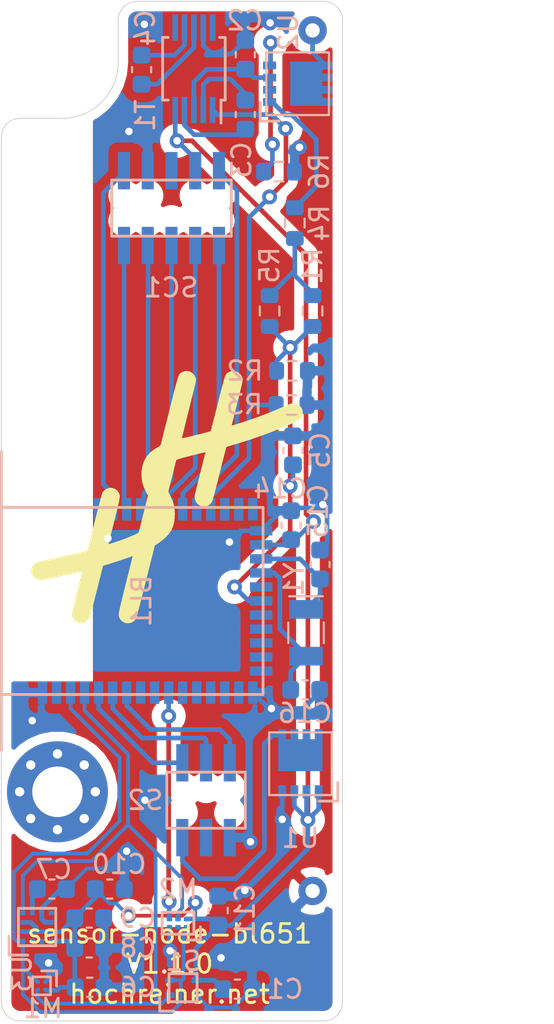
<source format=kicad_pcb>
(kicad_pcb (version 20171130) (host pcbnew 5.1.10-1.fc34)

  (general
    (thickness 1.6)
    (drawings 13)
    (tracks 326)
    (zones 0)
    (modules 35)
    (nets 30)
  )

  (page A4)
  (layers
    (0 F.Cu signal)
    (31 B.Cu signal)
    (32 B.Adhes user)
    (33 F.Adhes user)
    (34 B.Paste user)
    (35 F.Paste user)
    (36 B.SilkS user)
    (37 F.SilkS user)
    (38 B.Mask user)
    (39 F.Mask user)
    (40 Dwgs.User user)
    (41 Cmts.User user)
    (42 Eco1.User user)
    (43 Eco2.User user)
    (44 Edge.Cuts user)
    (45 Margin user)
    (46 B.CrtYd user)
    (47 F.CrtYd user)
    (48 B.Fab user hide)
    (49 F.Fab user hide)
  )

  (setup
    (last_trace_width 0.25)
    (user_trace_width 0.2)
    (trace_clearance 0.2)
    (zone_clearance 0.508)
    (zone_45_only no)
    (trace_min 0.2)
    (via_size 0.8)
    (via_drill 0.4)
    (via_min_size 0.4)
    (via_min_drill 0.3)
    (uvia_size 0.3)
    (uvia_drill 0.1)
    (uvias_allowed no)
    (uvia_min_size 0.2)
    (uvia_min_drill 0.1)
    (edge_width 0.05)
    (segment_width 0.2)
    (pcb_text_width 0.3)
    (pcb_text_size 1.5 1.5)
    (mod_edge_width 0.12)
    (mod_text_size 1 1)
    (mod_text_width 0.15)
    (pad_size 1.524 1.524)
    (pad_drill 0.762)
    (pad_to_mask_clearance 0)
    (aux_axis_origin 0 0)
    (visible_elements FFFFFF7F)
    (pcbplotparams
      (layerselection 0x010fc_ffffffff)
      (usegerberextensions false)
      (usegerberattributes true)
      (usegerberadvancedattributes true)
      (creategerberjobfile true)
      (excludeedgelayer true)
      (linewidth 0.100000)
      (plotframeref false)
      (viasonmask false)
      (mode 1)
      (useauxorigin false)
      (hpglpennumber 1)
      (hpglpenspeed 20)
      (hpglpendiameter 15.000000)
      (psnegative false)
      (psa4output false)
      (plotreference true)
      (plotvalue true)
      (plotinvisibletext false)
      (padsonsilk false)
      (subtractmaskfromsilk false)
      (outputformat 1)
      (mirror false)
      (drillshape 1)
      (scaleselection 1)
      (outputdirectory ""))
  )

  (net 0 "")
  (net 1 GND)
  (net 2 /sensors/SCL)
  (net 3 /sensors/SDA)
  (net 4 /mcu/I2C_SDA)
  (net 5 /mcu/I2C_SCL)
  (net 6 /mcu/GPIO_1)
  (net 7 /mcu/~SPI_CS)
  (net 8 /mcu/SPI_CLK)
  (net 9 "Net-(BL1-Pad24)")
  (net 10 "Net-(BL1-Pad25)")
  (net 11 /mcu/VDD)
  (net 12 /mcu/SWDIO)
  (net 13 /mcu/SWDCLK)
  (net 14 /mcu/~RESET)
  (net 15 "Net-(BT1-Pad1)")
  (net 16 /mcu/V_BAT)
  (net 17 "Net-(C3-Pad1)")
  (net 18 "Net-(C7-Pad1)")
  (net 19 "Net-(S2-Pad5)")
  (net 20 /mcu/SPI_COPI)
  (net 21 /mcu/SPI_CIPO)
  (net 22 "Net-(C3-Pad2)")
  (net 23 "Net-(C4-Pad2)")
  (net 24 "Net-(C4-Pad1)")
  (net 25 "Net-(R6-Pad1)")
  (net 26 /mcu/~SNOOZE)
  (net 27 /mcu/V_sen)
  (net 28 "Net-(R1-Pad2)")
  (net 29 /mcu/INT_M_XL)

  (net_class Default "This is the default net class."
    (clearance 0.2)
    (trace_width 0.25)
    (via_dia 0.8)
    (via_drill 0.4)
    (uvia_dia 0.3)
    (uvia_drill 0.1)
    (add_net /mcu/GPIO_1)
    (add_net /mcu/INT_M_XL)
    (add_net /mcu/SPI_CIPO)
    (add_net /mcu/SPI_CLK)
    (add_net /mcu/SPI_COPI)
    (add_net /mcu/SWDCLK)
    (add_net /mcu/SWDIO)
    (add_net /mcu/VDD)
    (add_net /mcu/V_BAT)
    (add_net /mcu/V_sen)
    (add_net /mcu/~RESET)
    (add_net /mcu/~SNOOZE)
    (add_net /mcu/~SPI_CS)
    (add_net GND)
    (add_net "Net-(BL1-Pad24)")
    (add_net "Net-(BL1-Pad25)")
    (add_net "Net-(BT1-Pad1)")
    (add_net "Net-(C3-Pad1)")
    (add_net "Net-(C3-Pad2)")
    (add_net "Net-(C4-Pad1)")
    (add_net "Net-(C4-Pad2)")
    (add_net "Net-(C7-Pad1)")
    (add_net "Net-(R1-Pad2)")
    (add_net "Net-(R6-Pad1)")
    (add_net "Net-(S2-Pad5)")
  )

  (net_class I2C ""
    (clearance 0.2)
    (trace_width 0.2)
    (via_dia 0.8)
    (via_drill 0.4)
    (uvia_dia 0.3)
    (uvia_drill 0.1)
    (add_net /mcu/I2C_SCL)
    (add_net /mcu/I2C_SDA)
    (add_net /sensors/SCL)
    (add_net /sensors/SDA)
  )

  (module Resistor_SMD:R_0603_1608Metric (layer B.Cu) (tedit 5F68FEEE) (tstamp 60B9F703)
    (at 155.775 94.325)
    (descr "Resistor SMD 0603 (1608 Metric), square (rectangular) end terminal, IPC_7351 nominal, (Body size source: IPC-SM-782 page 72, https://www.pcb-3d.com/wordpress/wp-content/uploads/ipc-sm-782a_amendment_1_and_2.pdf), generated with kicad-footprint-generator")
    (tags resistor)
    (path /6016C8F1/60BA08BD)
    (attr smd)
    (fp_text reference R3 (at -2.525 -0.025) (layer B.SilkS)
      (effects (font (size 1 1) (thickness 0.15)) (justify mirror))
    )
    (fp_text value "100k 0603" (at 0 -1.43) (layer B.Fab)
      (effects (font (size 1 1) (thickness 0.15)) (justify mirror))
    )
    (fp_line (start -0.8 -0.4125) (end -0.8 0.4125) (layer B.Fab) (width 0.1))
    (fp_line (start -0.8 0.4125) (end 0.8 0.4125) (layer B.Fab) (width 0.1))
    (fp_line (start 0.8 0.4125) (end 0.8 -0.4125) (layer B.Fab) (width 0.1))
    (fp_line (start 0.8 -0.4125) (end -0.8 -0.4125) (layer B.Fab) (width 0.1))
    (fp_line (start -0.237258 0.5225) (end 0.237258 0.5225) (layer B.SilkS) (width 0.12))
    (fp_line (start -0.237258 -0.5225) (end 0.237258 -0.5225) (layer B.SilkS) (width 0.12))
    (fp_line (start -1.48 -0.73) (end -1.48 0.73) (layer B.CrtYd) (width 0.05))
    (fp_line (start -1.48 0.73) (end 1.48 0.73) (layer B.CrtYd) (width 0.05))
    (fp_line (start 1.48 0.73) (end 1.48 -0.73) (layer B.CrtYd) (width 0.05))
    (fp_line (start 1.48 -0.73) (end -1.48 -0.73) (layer B.CrtYd) (width 0.05))
    (fp_text user %R (at 0 0) (layer B.Fab)
      (effects (font (size 0.4 0.4) (thickness 0.06)) (justify mirror))
    )
    (pad 2 smd roundrect (at 0.825 0) (size 0.8 0.95) (layers B.Cu B.Paste B.Mask) (roundrect_rratio 0.25)
      (net 1 GND))
    (pad 1 smd roundrect (at -0.825 0) (size 0.8 0.95) (layers B.Cu B.Paste B.Mask) (roundrect_rratio 0.25)
      (net 26 /mcu/~SNOOZE))
    (model ${KISYS3DMOD}/Resistor_SMD.3dshapes/R_0603_1608Metric.wrl
      (at (xyz 0 0 0))
      (scale (xyz 1 1 1))
      (rotate (xyz 0 0 0))
    )
    (model /home/hannes/Repository/kicad/models/generic/R_0603.step
      (at (xyz 0 0 0))
      (scale (xyz 1 1 1))
      (rotate (xyz 0 0 0))
    )
  )

  (module HH_Memsic:MXC400xXC (layer B.Cu) (tedit 60B930F4) (tstamp 60B974E5)
    (at 149.7 122.025 90)
    (path /6016C959/60BA1560)
    (fp_text reference M2 (at 1.825 0 180) (layer B.SilkS)
      (effects (font (size 1 1) (thickness 0.15)) (justify mirror))
    )
    (fp_text value MXC4005XC (at 0 2.1 90) (layer B.Fab)
      (effects (font (size 1 1) (thickness 0.15)) (justify mirror))
    )
    (fp_line (start -0.9 1.2) (end -0.9 0.5) (layer B.SilkS) (width 0.15))
    (fp_line (start -0.2 1.2) (end -0.9 1.2) (layer B.SilkS) (width 0.15))
    (fp_line (start -0.59 0.85) (end -0.59 -0.85) (layer B.SilkS) (width 0.15))
    (fp_line (start 0.59 0.85) (end 0.59 -0.85) (layer B.SilkS) (width 0.15))
    (fp_line (start -0.59 -0.85) (end 0.59 -0.85) (layer B.SilkS) (width 0.15))
    (fp_line (start -0.59 0.85) (end 0.59 0.85) (layer B.SilkS) (width 0.15))
    (pad 6 smd roundrect (at 0.22 0.46 90) (size 0.25 0.3) (layers B.Cu B.Paste B.Mask) (roundrect_rratio 0.25)
      (net 11 /mcu/VDD))
    (pad 5 smd roundrect (at 0.22 0 90) (size 0.25 0.3) (layers B.Cu B.Paste B.Mask) (roundrect_rratio 0.25)
      (net 3 /sensors/SDA))
    (pad 4 smd roundrect (at 0.22 -0.46 90) (size 0.25 0.3) (layers B.Cu B.Paste B.Mask) (roundrect_rratio 0.25)
      (net 29 /mcu/INT_M_XL))
    (pad 3 smd roundrect (at -0.22 -0.46 90) (size 0.25 0.3) (layers B.Cu B.Paste B.Mask) (roundrect_rratio 0.25)
      (net 1 GND))
    (pad 1 smd roundrect (at -0.22 0.46 90) (size 0.25 0.3) (layers B.Cu B.Paste B.Mask) (roundrect_rratio 0.25)
      (net 2 /sensors/SCL))
    (pad 2 smd roundrect (at -0.22 0 90) (size 0.25 0.3) (layers B.Cu B.Paste B.Mask) (roundrect_rratio 0.25))
    (model /home/hannes/Repository/kicad/models/Memsic/MXC4005XC.step
      (at (xyz 0 0 0))
      (scale (xyz 1 1 1))
      (rotate (xyz 0 0 0))
    )
  )

  (module HH_Memsic:MMC5603NJ (layer B.Cu) (tedit 60B92F2E) (tstamp 60B97BD5)
    (at 142.4 125.375 180)
    (path /6016C959/60BAED17)
    (fp_text reference M1 (at -0.075 -1.2 180) (layer B.SilkS)
      (effects (font (size 1 1) (thickness 0.15)) (justify mirror))
    )
    (fp_text value MMC5603NJ (at 0 1.9 180) (layer B.Fab)
      (effects (font (size 1 1) (thickness 0.15)) (justify mirror))
    )
    (fp_line (start -0.8 0.8) (end -0.8 0) (layer B.SilkS) (width 0.15))
    (fp_line (start 0 0.8) (end -0.8 0.8) (layer B.SilkS) (width 0.15))
    (fp_line (start -0.48 -0.48) (end -0.48 0.48) (layer B.SilkS) (width 0.14))
    (fp_line (start 0.48 -0.48) (end -0.48 -0.48) (layer B.SilkS) (width 0.14))
    (fp_line (start 0.48 0.48) (end 0.48 -0.48) (layer B.SilkS) (width 0.14))
    (fp_line (start -0.48 0.48) (end 0.48 0.48) (layer B.SilkS) (width 0.14))
    (pad B2 smd circle (at 0.2 -0.2 180) (size 0.23 0.23) (layers B.Cu B.Paste B.Mask)
      (net 3 /sensors/SDA))
    (pad B1 smd circle (at -0.2 -0.2 180) (size 0.23 0.23) (layers B.Cu B.Paste B.Mask)
      (net 11 /mcu/VDD))
    (pad A2 smd circle (at 0.2 0.2 180) (size 0.23 0.23) (layers B.Cu B.Paste B.Mask)
      (net 2 /sensors/SCL))
    (pad A1 smd circle (at -0.2 0.2 180) (size 0.23 0.23) (layers B.Cu B.Paste B.Mask)
      (net 1 GND))
    (model /home/hannes/Repository/kicad/models/Memsic/MMC5603NJ.step
      (offset (xyz -0.41 -0.41 0))
      (scale (xyz 1 1 1))
      (rotate (xyz 0 0 0))
    )
  )

  (module Capacitor_SMD:C_0603_1608Metric (layer B.Cu) (tedit 5F68FEEE) (tstamp 60B97441)
    (at 151.85 121.35 90)
    (descr "Capacitor SMD 0603 (1608 Metric), square (rectangular) end terminal, IPC_7351 nominal, (Body size source: IPC-SM-782 page 76, https://www.pcb-3d.com/wordpress/wp-content/uploads/ipc-sm-782a_amendment_1_and_2.pdf), generated with kicad-footprint-generator")
    (tags capacitor)
    (path /6016C959/60BA9A12)
    (attr smd)
    (fp_text reference C11 (at 0 1.43 90) (layer B.SilkS)
      (effects (font (size 1 1) (thickness 0.15)) (justify mirror))
    )
    (fp_text value "1µF 0603" (at 0 -1.43 90) (layer B.Fab)
      (effects (font (size 1 1) (thickness 0.15)) (justify mirror))
    )
    (fp_line (start 1.48 -0.73) (end -1.48 -0.73) (layer B.CrtYd) (width 0.05))
    (fp_line (start 1.48 0.73) (end 1.48 -0.73) (layer B.CrtYd) (width 0.05))
    (fp_line (start -1.48 0.73) (end 1.48 0.73) (layer B.CrtYd) (width 0.05))
    (fp_line (start -1.48 -0.73) (end -1.48 0.73) (layer B.CrtYd) (width 0.05))
    (fp_line (start -0.14058 -0.51) (end 0.14058 -0.51) (layer B.SilkS) (width 0.12))
    (fp_line (start -0.14058 0.51) (end 0.14058 0.51) (layer B.SilkS) (width 0.12))
    (fp_line (start 0.8 -0.4) (end -0.8 -0.4) (layer B.Fab) (width 0.1))
    (fp_line (start 0.8 0.4) (end 0.8 -0.4) (layer B.Fab) (width 0.1))
    (fp_line (start -0.8 0.4) (end 0.8 0.4) (layer B.Fab) (width 0.1))
    (fp_line (start -0.8 -0.4) (end -0.8 0.4) (layer B.Fab) (width 0.1))
    (fp_text user %R (at 0 0 90) (layer B.Fab)
      (effects (font (size 0.4 0.4) (thickness 0.06)) (justify mirror))
    )
    (pad 2 smd roundrect (at 0.775 0 90) (size 0.9 0.95) (layers B.Cu B.Paste B.Mask) (roundrect_rratio 0.25)
      (net 1 GND))
    (pad 1 smd roundrect (at -0.775 0 90) (size 0.9 0.95) (layers B.Cu B.Paste B.Mask) (roundrect_rratio 0.25)
      (net 11 /mcu/VDD))
    (model ${KISYS3DMOD}/Capacitor_SMD.3dshapes/C_0603_1608Metric.wrl
      (at (xyz 0 0 0))
      (scale (xyz 1 1 1))
      (rotate (xyz 0 0 0))
    )
    (model /home/hannes/Repository/kicad/models/generic/C_0603.step
      (at (xyz 0 0 0))
      (scale (xyz 1 1 1))
      (rotate (xyz 0 0 0))
    )
  )

  (module Capacitor_SMD:C_0603_1608Metric (layer B.Cu) (tedit 5F68FEEE) (tstamp 60B973B0)
    (at 144.975 125.45)
    (descr "Capacitor SMD 0603 (1608 Metric), square (rectangular) end terminal, IPC_7351 nominal, (Body size source: IPC-SM-782 page 76, https://www.pcb-3d.com/wordpress/wp-content/uploads/ipc-sm-782a_amendment_1_and_2.pdf), generated with kicad-footprint-generator")
    (tags capacitor)
    (path /6016C959/60BB6732)
    (attr smd)
    (fp_text reference C6 (at 2.575 0) (layer B.SilkS)
      (effects (font (size 1 1) (thickness 0.15)) (justify mirror))
    )
    (fp_text value "2.2µF 0603" (at 0 -1.43) (layer B.Fab)
      (effects (font (size 1 1) (thickness 0.15)) (justify mirror))
    )
    (fp_line (start 1.48 -0.73) (end -1.48 -0.73) (layer B.CrtYd) (width 0.05))
    (fp_line (start 1.48 0.73) (end 1.48 -0.73) (layer B.CrtYd) (width 0.05))
    (fp_line (start -1.48 0.73) (end 1.48 0.73) (layer B.CrtYd) (width 0.05))
    (fp_line (start -1.48 -0.73) (end -1.48 0.73) (layer B.CrtYd) (width 0.05))
    (fp_line (start -0.14058 -0.51) (end 0.14058 -0.51) (layer B.SilkS) (width 0.12))
    (fp_line (start -0.14058 0.51) (end 0.14058 0.51) (layer B.SilkS) (width 0.12))
    (fp_line (start 0.8 -0.4) (end -0.8 -0.4) (layer B.Fab) (width 0.1))
    (fp_line (start 0.8 0.4) (end 0.8 -0.4) (layer B.Fab) (width 0.1))
    (fp_line (start -0.8 0.4) (end 0.8 0.4) (layer B.Fab) (width 0.1))
    (fp_line (start -0.8 -0.4) (end -0.8 0.4) (layer B.Fab) (width 0.1))
    (fp_text user %R (at 0 0) (layer B.Fab)
      (effects (font (size 0.4 0.4) (thickness 0.06)) (justify mirror))
    )
    (pad 2 smd roundrect (at 0.775 0) (size 0.9 0.95) (layers B.Cu B.Paste B.Mask) (roundrect_rratio 0.25)
      (net 1 GND))
    (pad 1 smd roundrect (at -0.775 0) (size 0.9 0.95) (layers B.Cu B.Paste B.Mask) (roundrect_rratio 0.25)
      (net 11 /mcu/VDD))
    (model ${KISYS3DMOD}/Capacitor_SMD.3dshapes/C_0603_1608Metric.wrl
      (at (xyz 0 0 0))
      (scale (xyz 1 1 1))
      (rotate (xyz 0 0 0))
    )
    (model /home/hannes/Repository/kicad/models/generic/C_0603.step
      (at (xyz 0 0 0))
      (scale (xyz 1 1 1))
      (rotate (xyz 0 0 0))
    )
  )

  (module HH_Hochreiner:Sensor-Connector_BD050-10-A-0-0500-L-D (layer B.Cu) (tedit 60B68A0C) (tstamp 60B8DF9B)
    (at 149.35 83.8)
    (path /6016C91A/60B919AA)
    (fp_text reference SC1 (at -0.025 4.25) (layer B.SilkS)
      (effects (font (size 1 1) (thickness 0.15)) (justify mirror))
    )
    (fp_text value sensor_connector_keyed (at 0 4.7) (layer B.Fab)
      (effects (font (size 1 1) (thickness 0.15)) (justify mirror))
    )
    (fp_line (start 8.5 16.75) (end 8.5 -4.25) (layer Eco1.User) (width 0.12))
    (fp_line (start -8.5 16.75) (end -8.5 -4.25) (layer Eco1.User) (width 0.12))
    (fp_line (start 8.5 16.75) (end -8.5 16.75) (layer Eco1.User) (width 0.12))
    (fp_line (start -3.2 -1.5) (end -3.2 1.5) (layer B.SilkS) (width 0.15))
    (fp_line (start 3.2 -1.5) (end -3.2 -1.5) (layer B.SilkS) (width 0.15))
    (fp_line (start 3.2 1.5) (end 3.2 -1.5) (layer B.SilkS) (width 0.15))
    (fp_line (start -3.2 1.5) (end 3.2 1.5) (layer B.SilkS) (width 0.15))
    (fp_line (start 8.5 -4.25) (end -8.5 -4.25) (layer Eco1.User) (width 0.12))
    (pad "" np_thru_hole circle (at 2.54 -0.675) (size 0.65 0.65) (drill 0.65) (layers *.Cu *.Mask))
    (pad "" np_thru_hole circle (at 2.54 0.675) (size 0.65 0.65) (drill 0.65) (layers *.Cu *.Mask))
    (pad "" np_thru_hole circle (at -2.54 -0.675) (size 0.65 0.65) (drill 0.65) (layers *.Cu *.Mask))
    (pad "" np_thru_hole circle (at -2.54 0.675) (size 0.65 0.65) (drill 0.65) (layers *.Cu *.Mask))
    (pad 9 smd rect (at 2.54 -2) (size 0.65 2) (layers B.Cu B.Paste B.Mask)
      (net 5 /mcu/I2C_SCL))
    (pad 1 smd rect (at -2.54 -2) (size 0.65 2) (layers B.Cu B.Paste B.Mask)
      (net 6 /mcu/GPIO_1))
    (pad 10 smd rect (at 2.54 2) (size 0.65 2) (layers B.Cu B.Paste B.Mask)
      (net 4 /mcu/I2C_SDA))
    (pad 2 smd rect (at -2.54 2) (size 0.65 2) (layers B.Cu B.Paste B.Mask)
      (net 21 /mcu/SPI_CIPO))
    (pad "" np_thru_hole circle (at 1.27 -0.675) (size 0.65 0.65) (drill 0.65) (layers *.Cu *.Mask))
    (pad "" np_thru_hole circle (at 0 0.675) (size 0.65 0.65) (drill 0.65) (layers *.Cu *.Mask))
    (pad "" np_thru_hole circle (at -1.27 -0.675) (size 0.65 0.65) (drill 0.65) (layers *.Cu *.Mask))
    (pad "" np_thru_hole circle (at -1.27 0.675) (size 0.65 0.65) (drill 0.65) (layers *.Cu *.Mask))
    (pad "" np_thru_hole circle (at 1.27 0.675) (size 0.65 0.65) (drill 0.65) (layers *.Cu *.Mask))
    (pad 7 smd rect (at 1.27 -2) (size 0.65 2) (layers B.Cu B.Paste B.Mask)
      (net 11 /mcu/VDD))
    (pad 5 smd rect (at 0 -2) (size 0.65 2) (layers B.Cu B.Paste B.Mask))
    (pad 3 smd rect (at -1.27 -2) (size 0.65 2) (layers B.Cu B.Paste B.Mask)
      (net 1 GND))
    (pad 4 smd rect (at -1.27 2) (size 0.65 2) (layers B.Cu B.Paste B.Mask)
      (net 20 /mcu/SPI_COPI))
    (pad 8 smd rect (at 1.27 2) (size 0.65 2) (layers B.Cu B.Paste B.Mask)
      (net 7 /mcu/~SPI_CS))
    (pad 6 smd rect (at 0 2) (size 0.65 2) (layers B.Cu B.Paste B.Mask)
      (net 8 /mcu/SPI_CLK))
    (model /home/hannes/Repository/kicad/models/GCT/BD050-10.step
      (at (xyz 0 0 0))
      (scale (xyz 1 1 1))
      (rotate (xyz 0 0 0))
    )
  )

  (module HH_Hochreiner:SWD_BD050-06-A-0-0500-L-D (layer B.Cu) (tedit 60B870DB) (tstamp 60B8DF7C)
    (at 151.2 115.45 180)
    (path /6016C91A/60B93392)
    (fp_text reference S2 (at 3.25 0) (layer B.SilkS)
      (effects (font (size 1 1) (thickness 0.15)) (justify mirror))
    )
    (fp_text value swd_connector_keyed (at 0 4.7) (layer B.Fab)
      (effects (font (size 1 1) (thickness 0.15)) (justify mirror))
    )
    (fp_line (start -2.1 1.5) (end 2.1 1.5) (layer B.SilkS) (width 0.15))
    (fp_line (start 2.1 1.5) (end 2.1 -1.5) (layer B.SilkS) (width 0.15))
    (fp_line (start 2.1 -1.5) (end -2.1 -1.5) (layer B.SilkS) (width 0.15))
    (fp_line (start -2.1 -1.5) (end -2.1 1.5) (layer B.SilkS) (width 0.15))
    (pad "" np_thru_hole circle (at 1.27 -0.675 180) (size 0.65 0.65) (drill 0.65) (layers *.Cu *.Mask))
    (pad "" np_thru_hole circle (at 0 0.675 180) (size 0.65 0.65) (drill 0.65) (layers *.Cu *.Mask))
    (pad "" np_thru_hole circle (at -1.27 -0.675 180) (size 0.65 0.65) (drill 0.65) (layers *.Cu *.Mask))
    (pad "" np_thru_hole circle (at -1.27 0.675 180) (size 0.65 0.65) (drill 0.65) (layers *.Cu *.Mask))
    (pad "" np_thru_hole circle (at 1.27 0.675 180) (size 0.65 0.65) (drill 0.65) (layers *.Cu *.Mask))
    (pad 5 smd rect (at 1.27 -2 180) (size 0.65 2) (layers B.Cu B.Paste B.Mask)
      (net 19 "Net-(S2-Pad5)"))
    (pad 3 smd rect (at 0 -2 180) (size 0.65 2) (layers B.Cu B.Paste B.Mask))
    (pad 1 smd rect (at -1.27 -2 180) (size 0.65 2) (layers B.Cu B.Paste B.Mask)
      (net 1 GND))
    (pad 2 smd rect (at -1.27 2 180) (size 0.65 2) (layers B.Cu B.Paste B.Mask)
      (net 14 /mcu/~RESET))
    (pad 6 smd rect (at 1.27 2 180) (size 0.65 2) (layers B.Cu B.Paste B.Mask)
      (net 12 /mcu/SWDIO))
    (pad 4 smd rect (at 0 2 180) (size 0.65 2) (layers B.Cu B.Paste B.Mask)
      (net 13 /mcu/SWDCLK))
    (model /home/hannes/Repository/kicad/models/GCT/BD050-06.step
      (at (xyz 0 0 0))
      (scale (xyz 1 1 1))
      (rotate (xyz 0 0 0))
    )
  )

  (module Package_SO:MSOP-10_3x3mm_P0.5mm (layer B.Cu) (tedit 5A02F25C) (tstamp 60B3EEBC)
    (at 150.55 76.35 90)
    (descr "10-Lead Plastic Micro Small Outline Package (MS) [MSOP] (see Microchip Packaging Specification 00000049BS.pdf)")
    (tags "SSOP 0.5")
    (path /6016C8F1/60B47905)
    (attr smd)
    (fp_text reference T1 (at -2.5 -2.6 270) (layer B.SilkS)
      (effects (font (size 1 1) (thickness 0.15)) (justify mirror))
    )
    (fp_text value TPS6031x (at 0 -2.6 270) (layer B.Fab)
      (effects (font (size 1 1) (thickness 0.15)) (justify mirror))
    )
    (fp_line (start -0.5 1.5) (end 1.5 1.5) (layer B.Fab) (width 0.15))
    (fp_line (start 1.5 1.5) (end 1.5 -1.5) (layer B.Fab) (width 0.15))
    (fp_line (start 1.5 -1.5) (end -1.5 -1.5) (layer B.Fab) (width 0.15))
    (fp_line (start -1.5 -1.5) (end -1.5 0.5) (layer B.Fab) (width 0.15))
    (fp_line (start -1.5 0.5) (end -0.5 1.5) (layer B.Fab) (width 0.15))
    (fp_line (start -3.15 1.85) (end -3.15 -1.85) (layer B.CrtYd) (width 0.05))
    (fp_line (start 3.15 1.85) (end 3.15 -1.85) (layer B.CrtYd) (width 0.05))
    (fp_line (start -3.15 1.85) (end 3.15 1.85) (layer B.CrtYd) (width 0.05))
    (fp_line (start -3.15 -1.85) (end 3.15 -1.85) (layer B.CrtYd) (width 0.05))
    (fp_line (start -1.675 1.675) (end -1.675 1.45) (layer B.SilkS) (width 0.15))
    (fp_line (start 1.675 1.675) (end 1.675 1.375) (layer B.SilkS) (width 0.15))
    (fp_line (start 1.675 -1.675) (end 1.675 -1.375) (layer B.SilkS) (width 0.15))
    (fp_line (start -1.675 -1.675) (end -1.675 -1.375) (layer B.SilkS) (width 0.15))
    (fp_line (start -1.675 1.675) (end 1.675 1.675) (layer B.SilkS) (width 0.15))
    (fp_line (start -1.675 -1.675) (end 1.675 -1.675) (layer B.SilkS) (width 0.15))
    (fp_line (start -1.675 1.45) (end -2.9 1.45) (layer B.SilkS) (width 0.15))
    (fp_text user %R (at 0 0 270) (layer B.Fab)
      (effects (font (size 0.6 0.6) (thickness 0.15)) (justify mirror))
    )
    (pad 10 smd rect (at 2.2 1 90) (size 1.4 0.3) (layers B.Cu B.Paste B.Mask))
    (pad 9 smd rect (at 2.2 0.5 90) (size 1.4 0.3) (layers B.Cu B.Paste B.Mask)
      (net 1 GND))
    (pad 8 smd rect (at 2.2 0 90) (size 1.4 0.3) (layers B.Cu B.Paste B.Mask)
      (net 24 "Net-(C4-Pad1)"))
    (pad 7 smd rect (at 2.2 -0.5 90) (size 1.4 0.3) (layers B.Cu B.Paste B.Mask)
      (net 23 "Net-(C4-Pad2)"))
    (pad 6 smd rect (at 2.2 -1 90) (size 1.4 0.3) (layers B.Cu B.Paste B.Mask))
    (pad 5 smd rect (at -2.2 -1 90) (size 1.4 0.3) (layers B.Cu B.Paste B.Mask)
      (net 11 /mcu/VDD))
    (pad 4 smd rect (at -2.2 -0.5 90) (size 1.4 0.3) (layers B.Cu B.Paste B.Mask)
      (net 22 "Net-(C3-Pad2)"))
    (pad 3 smd rect (at -2.2 0 90) (size 1.4 0.3) (layers B.Cu B.Paste B.Mask)
      (net 16 /mcu/V_BAT))
    (pad 2 smd rect (at -2.2 0.5 90) (size 1.4 0.3) (layers B.Cu B.Paste B.Mask)
      (net 17 "Net-(C3-Pad1)"))
    (pad 1 smd rect (at -2.2 1 90) (size 1.4 0.3) (layers B.Cu B.Paste B.Mask)
      (net 26 /mcu/~SNOOZE))
    (model ${KISYS3DMOD}/Package_SO.3dshapes/MSOP-10_3x3mm_P0.5mm.wrl
      (at (xyz 0 0 0))
      (scale (xyz 1 1 1))
      (rotate (xyz 0 0 0))
    )
    (model /home/hannes/Repository/kicad/models/TexasInstruments/TPS6031x.step
      (at (xyz 0 0 0))
      (scale (xyz 1 1 1))
      (rotate (xyz 0 0 0))
    )
  )

  (module Capacitor_SMD:C_0603_1608Metric (layer B.Cu) (tedit 5F68FEEE) (tstamp 60B3EBF7)
    (at 147.75 76.4 90)
    (descr "Capacitor SMD 0603 (1608 Metric), square (rectangular) end terminal, IPC_7351 nominal, (Body size source: IPC-SM-782 page 76, https://www.pcb-3d.com/wordpress/wp-content/uploads/ipc-sm-782a_amendment_1_and_2.pdf), generated with kicad-footprint-generator")
    (tags capacitor)
    (path /6016C8F1/60B4C1B9)
    (attr smd)
    (fp_text reference C4 (at 2.225 0.2 90) (layer B.SilkS)
      (effects (font (size 1 1) (thickness 0.15)) (justify mirror))
    )
    (fp_text value "1µF X7R 0603" (at 0 -1.43 90) (layer B.Fab)
      (effects (font (size 1 1) (thickness 0.15)) (justify mirror))
    )
    (fp_line (start -0.8 -0.4) (end -0.8 0.4) (layer B.Fab) (width 0.1))
    (fp_line (start -0.8 0.4) (end 0.8 0.4) (layer B.Fab) (width 0.1))
    (fp_line (start 0.8 0.4) (end 0.8 -0.4) (layer B.Fab) (width 0.1))
    (fp_line (start 0.8 -0.4) (end -0.8 -0.4) (layer B.Fab) (width 0.1))
    (fp_line (start -0.14058 0.51) (end 0.14058 0.51) (layer B.SilkS) (width 0.12))
    (fp_line (start -0.14058 -0.51) (end 0.14058 -0.51) (layer B.SilkS) (width 0.12))
    (fp_line (start -1.48 -0.73) (end -1.48 0.73) (layer B.CrtYd) (width 0.05))
    (fp_line (start -1.48 0.73) (end 1.48 0.73) (layer B.CrtYd) (width 0.05))
    (fp_line (start 1.48 0.73) (end 1.48 -0.73) (layer B.CrtYd) (width 0.05))
    (fp_line (start 1.48 -0.73) (end -1.48 -0.73) (layer B.CrtYd) (width 0.05))
    (fp_text user %R (at 0 0 90) (layer B.Fab)
      (effects (font (size 0.4 0.4) (thickness 0.06)) (justify mirror))
    )
    (pad 2 smd roundrect (at 0.775 0 90) (size 0.9 0.95) (layers B.Cu B.Paste B.Mask) (roundrect_rratio 0.25)
      (net 23 "Net-(C4-Pad2)"))
    (pad 1 smd roundrect (at -0.775 0 90) (size 0.9 0.95) (layers B.Cu B.Paste B.Mask) (roundrect_rratio 0.25)
      (net 24 "Net-(C4-Pad1)"))
    (model ${KISYS3DMOD}/Capacitor_SMD.3dshapes/C_0603_1608Metric.wrl
      (at (xyz 0 0 0))
      (scale (xyz 1 1 1))
      (rotate (xyz 0 0 0))
    )
    (model /home/hannes/Repository/kicad/models/generic/C_0603.step
      (at (xyz 0 0 0))
      (scale (xyz 1 1 1))
      (rotate (xyz 0 0 0))
    )
  )

  (module Capacitor_SMD:C_0603_1608Metric (layer B.Cu) (tedit 5F68FEEE) (tstamp 60B3EBE6)
    (at 153.3 78.8 270)
    (descr "Capacitor SMD 0603 (1608 Metric), square (rectangular) end terminal, IPC_7351 nominal, (Body size source: IPC-SM-782 page 76, https://www.pcb-3d.com/wordpress/wp-content/uploads/ipc-sm-782a_amendment_1_and_2.pdf), generated with kicad-footprint-generator")
    (tags capacitor)
    (path /6016C8F1/60B48CDE)
    (attr smd)
    (fp_text reference C3 (at 2.425 0.2 270) (layer B.SilkS)
      (effects (font (size 1 1) (thickness 0.15)) (justify mirror))
    )
    (fp_text value "1µF X7R 0603" (at 0 -1.43 270) (layer B.Fab)
      (effects (font (size 1 1) (thickness 0.15)) (justify mirror))
    )
    (fp_line (start -0.8 -0.4) (end -0.8 0.4) (layer B.Fab) (width 0.1))
    (fp_line (start -0.8 0.4) (end 0.8 0.4) (layer B.Fab) (width 0.1))
    (fp_line (start 0.8 0.4) (end 0.8 -0.4) (layer B.Fab) (width 0.1))
    (fp_line (start 0.8 -0.4) (end -0.8 -0.4) (layer B.Fab) (width 0.1))
    (fp_line (start -0.14058 0.51) (end 0.14058 0.51) (layer B.SilkS) (width 0.12))
    (fp_line (start -0.14058 -0.51) (end 0.14058 -0.51) (layer B.SilkS) (width 0.12))
    (fp_line (start -1.48 -0.73) (end -1.48 0.73) (layer B.CrtYd) (width 0.05))
    (fp_line (start -1.48 0.73) (end 1.48 0.73) (layer B.CrtYd) (width 0.05))
    (fp_line (start 1.48 0.73) (end 1.48 -0.73) (layer B.CrtYd) (width 0.05))
    (fp_line (start 1.48 -0.73) (end -1.48 -0.73) (layer B.CrtYd) (width 0.05))
    (fp_text user %R (at 0 0 270) (layer B.Fab)
      (effects (font (size 0.4 0.4) (thickness 0.06)) (justify mirror))
    )
    (pad 2 smd roundrect (at 0.775 0 270) (size 0.9 0.95) (layers B.Cu B.Paste B.Mask) (roundrect_rratio 0.25)
      (net 22 "Net-(C3-Pad2)"))
    (pad 1 smd roundrect (at -0.775 0 270) (size 0.9 0.95) (layers B.Cu B.Paste B.Mask) (roundrect_rratio 0.25)
      (net 17 "Net-(C3-Pad1)"))
    (model ${KISYS3DMOD}/Capacitor_SMD.3dshapes/C_0603_1608Metric.wrl
      (at (xyz 0 0 0))
      (scale (xyz 1 1 1))
      (rotate (xyz 0 0 0))
    )
    (model /home/hannes/Repository/kicad/models/generic/C_0603.step
      (at (xyz 0 0 0))
      (scale (xyz 1 1 1))
      (rotate (xyz 0 0 0))
    )
  )

  (module Capacitor_SMD:C_0603_1608Metric (layer B.Cu) (tedit 5F68FEEE) (tstamp 60B3EBD5)
    (at 153.3 75.6 90)
    (descr "Capacitor SMD 0603 (1608 Metric), square (rectangular) end terminal, IPC_7351 nominal, (Body size source: IPC-SM-782 page 76, https://www.pcb-3d.com/wordpress/wp-content/uploads/ipc-sm-782a_amendment_1_and_2.pdf), generated with kicad-footprint-generator")
    (tags capacitor)
    (path /6016C8F1/60B54C95)
    (attr smd)
    (fp_text reference C2 (at 1.825 -0.025) (layer B.SilkS)
      (effects (font (size 1 1) (thickness 0.15)) (justify mirror))
    )
    (fp_text value "1µF X7R 0603" (at 0 -1.43 270) (layer B.Fab)
      (effects (font (size 1 1) (thickness 0.15)) (justify mirror))
    )
    (fp_line (start -0.8 -0.4) (end -0.8 0.4) (layer B.Fab) (width 0.1))
    (fp_line (start -0.8 0.4) (end 0.8 0.4) (layer B.Fab) (width 0.1))
    (fp_line (start 0.8 0.4) (end 0.8 -0.4) (layer B.Fab) (width 0.1))
    (fp_line (start 0.8 -0.4) (end -0.8 -0.4) (layer B.Fab) (width 0.1))
    (fp_line (start -0.14058 0.51) (end 0.14058 0.51) (layer B.SilkS) (width 0.12))
    (fp_line (start -0.14058 -0.51) (end 0.14058 -0.51) (layer B.SilkS) (width 0.12))
    (fp_line (start -1.48 -0.73) (end -1.48 0.73) (layer B.CrtYd) (width 0.05))
    (fp_line (start -1.48 0.73) (end 1.48 0.73) (layer B.CrtYd) (width 0.05))
    (fp_line (start 1.48 0.73) (end 1.48 -0.73) (layer B.CrtYd) (width 0.05))
    (fp_line (start 1.48 -0.73) (end -1.48 -0.73) (layer B.CrtYd) (width 0.05))
    (fp_text user %R (at 0 0 270) (layer B.Fab)
      (effects (font (size 0.4 0.4) (thickness 0.06)) (justify mirror))
    )
    (pad 2 smd roundrect (at 0.775 0 90) (size 0.9 0.95) (layers B.Cu B.Paste B.Mask) (roundrect_rratio 0.25)
      (net 1 GND))
    (pad 1 smd roundrect (at -0.775 0 90) (size 0.9 0.95) (layers B.Cu B.Paste B.Mask) (roundrect_rratio 0.25)
      (net 16 /mcu/V_BAT))
    (model ${KISYS3DMOD}/Capacitor_SMD.3dshapes/C_0603_1608Metric.wrl
      (at (xyz 0 0 0))
      (scale (xyz 1 1 1))
      (rotate (xyz 0 0 0))
    )
    (model /home/hannes/Repository/kicad/models/generic/C_0603.step
      (at (xyz 0 0 0))
      (scale (xyz 1 1 1))
      (rotate (xyz 0 0 0))
    )
  )

  (module Resistor_SMD:R_0603_1608Metric (layer B.Cu) (tedit 5F68FEEE) (tstamp 6022EB1F)
    (at 155.1 81.85)
    (descr "Resistor SMD 0603 (1608 Metric), square (rectangular) end terminal, IPC_7351 nominal, (Body size source: IPC-SM-782 page 72, https://www.pcb-3d.com/wordpress/wp-content/uploads/ipc-sm-782a_amendment_1_and_2.pdf), generated with kicad-footprint-generator")
    (tags resistor)
    (path /6016C8F1/602322EC)
    (attr smd)
    (fp_text reference R6 (at 2.15 0 90) (layer B.SilkS)
      (effects (font (size 1 1) (thickness 0.15)) (justify mirror))
    )
    (fp_text value "100k 0603" (at 0 -1.43) (layer B.Fab)
      (effects (font (size 1 1) (thickness 0.15)) (justify mirror))
    )
    (fp_line (start -0.8 -0.4125) (end -0.8 0.4125) (layer B.Fab) (width 0.1))
    (fp_line (start -0.8 0.4125) (end 0.8 0.4125) (layer B.Fab) (width 0.1))
    (fp_line (start 0.8 0.4125) (end 0.8 -0.4125) (layer B.Fab) (width 0.1))
    (fp_line (start 0.8 -0.4125) (end -0.8 -0.4125) (layer B.Fab) (width 0.1))
    (fp_line (start -0.237258 0.5225) (end 0.237258 0.5225) (layer B.SilkS) (width 0.12))
    (fp_line (start -0.237258 -0.5225) (end 0.237258 -0.5225) (layer B.SilkS) (width 0.12))
    (fp_line (start -1.48 -0.73) (end -1.48 0.73) (layer B.CrtYd) (width 0.05))
    (fp_line (start -1.48 0.73) (end 1.48 0.73) (layer B.CrtYd) (width 0.05))
    (fp_line (start 1.48 0.73) (end 1.48 -0.73) (layer B.CrtYd) (width 0.05))
    (fp_line (start 1.48 -0.73) (end -1.48 -0.73) (layer B.CrtYd) (width 0.05))
    (fp_text user %R (at 0 0) (layer B.Fab)
      (effects (font (size 0.4 0.4) (thickness 0.06)) (justify mirror))
    )
    (pad 2 smd roundrect (at 0.825 0) (size 0.8 0.95) (layers B.Cu B.Paste B.Mask) (roundrect_rratio 0.25)
      (net 1 GND))
    (pad 1 smd roundrect (at -0.825 0) (size 0.8 0.95) (layers B.Cu B.Paste B.Mask) (roundrect_rratio 0.25)
      (net 25 "Net-(R6-Pad1)"))
    (model ${KISYS3DMOD}/Resistor_SMD.3dshapes/R_0603_1608Metric.wrl
      (at (xyz 0 0 0))
      (scale (xyz 1 1 1))
      (rotate (xyz 0 0 0))
    )
    (model /home/hannes/Repository/kicad/models/generic/R_0603.step
      (at (xyz 0 0 0))
      (scale (xyz 1 1 1))
      (rotate (xyz 0 0 0))
    )
  )

  (module HH_STMicroelectronics:LSM303AGR (layer B.Cu) (tedit 6021993F) (tstamp 6021A80B)
    (at 142.16 122.23)
    (path /6016C959/6021ABC3)
    (fp_text reference U3 (at -0.81 2.495 90) (layer B.SilkS)
      (effects (font (size 1 1) (thickness 0.15)) (justify mirror))
    )
    (fp_text value LSM303AGR (at 0 2) (layer B.Fab)
      (effects (font (size 1 1) (thickness 0.15)) (justify mirror))
    )
    (fp_line (start -1.5 1.5) (end -0.5 1.5) (layer B.SilkS) (width 0.15))
    (fp_line (start -1.5 0.5) (end -1.5 1.5) (layer B.SilkS) (width 0.15))
    (fp_line (start -1 -1) (end -1 1) (layer B.SilkS) (width 0.15))
    (fp_line (start 1 -1) (end -1 -1) (layer B.SilkS) (width 0.15))
    (fp_line (start 1 1) (end 1 -1) (layer B.SilkS) (width 0.15))
    (fp_line (start -1 1) (end 1 1) (layer B.SilkS) (width 0.15))
    (pad 5 smd rect (at -0.25 -0.7625) (size 0.25 0.275) (layers B.Cu B.Paste B.Mask)
      (net 18 "Net-(C7-Pad1)"))
    (pad 6 smd rect (at 0.25 -0.7625) (size 0.25 0.275) (layers B.Cu B.Paste B.Mask)
      (net 1 GND))
    (pad 12 smd rect (at -0.25 0.7625) (size 0.25 0.275) (layers B.Cu B.Paste B.Mask))
    (pad 11 smd rect (at 0.25 0.7625) (size 0.25 0.275) (layers B.Cu B.Paste B.Mask))
    (pad 10 smd rect (at 0.7625 0.75) (size 0.275 0.25) (layers B.Cu B.Paste B.Mask)
      (net 11 /mcu/VDD))
    (pad 9 smd rect (at 0.7625 0.25) (size 0.275 0.25) (layers B.Cu B.Paste B.Mask)
      (net 11 /mcu/VDD))
    (pad 8 smd rect (at 0.7625 -0.25) (size 0.275 0.25) (layers B.Cu B.Paste B.Mask)
      (net 1 GND))
    (pad 7 smd rect (at 0.7625 -0.75) (size 0.275 0.25) (layers B.Cu B.Paste B.Mask))
    (pad 4 smd rect (at -0.7625 -0.75) (size 0.275 0.25) (layers B.Cu B.Paste B.Mask)
      (net 3 /sensors/SDA))
    (pad 3 smd rect (at -0.7625 -0.25) (size 0.275 0.25) (layers B.Cu B.Paste B.Mask)
      (net 11 /mcu/VDD))
    (pad 2 smd rect (at -0.7625 0.25) (size 0.275 0.25) (layers B.Cu B.Paste B.Mask)
      (net 11 /mcu/VDD))
    (pad 1 smd rect (at -0.7625 0.75) (size 0.275 0.25) (layers B.Cu B.Paste B.Mask)
      (net 2 /sensors/SCL))
    (model /home/hannes/Repository/kicad/models/STMicroelectronics/LSM303AGR.step
      (offset (xyz -1 -1 0))
      (scale (xyz 1 1 1))
      (rotate (xyz 0 0 0))
    )
  )

  (module Capacitor_SMD:C_0603_1608Metric (layer B.Cu) (tedit 5F68FEEE) (tstamp 6021AD72)
    (at 146.05 120.2)
    (descr "Capacitor SMD 0603 (1608 Metric), square (rectangular) end terminal, IPC_7351 nominal, (Body size source: IPC-SM-782 page 76, https://www.pcb-3d.com/wordpress/wp-content/uploads/ipc-sm-782a_amendment_1_and_2.pdf), generated with kicad-footprint-generator")
    (tags capacitor)
    (path /6016C959/6021CB17)
    (attr smd)
    (fp_text reference C10 (at 0.5 -1.325) (layer B.SilkS)
      (effects (font (size 1 1) (thickness 0.15)) (justify mirror))
    )
    (fp_text value "10µF 0603" (at 0 -1.43) (layer B.Fab)
      (effects (font (size 1 1) (thickness 0.15)) (justify mirror))
    )
    (fp_line (start 1.48 -0.73) (end -1.48 -0.73) (layer B.CrtYd) (width 0.05))
    (fp_line (start 1.48 0.73) (end 1.48 -0.73) (layer B.CrtYd) (width 0.05))
    (fp_line (start -1.48 0.73) (end 1.48 0.73) (layer B.CrtYd) (width 0.05))
    (fp_line (start -1.48 -0.73) (end -1.48 0.73) (layer B.CrtYd) (width 0.05))
    (fp_line (start -0.14058 -0.51) (end 0.14058 -0.51) (layer B.SilkS) (width 0.12))
    (fp_line (start -0.14058 0.51) (end 0.14058 0.51) (layer B.SilkS) (width 0.12))
    (fp_line (start 0.8 -0.4) (end -0.8 -0.4) (layer B.Fab) (width 0.1))
    (fp_line (start 0.8 0.4) (end 0.8 -0.4) (layer B.Fab) (width 0.1))
    (fp_line (start -0.8 0.4) (end 0.8 0.4) (layer B.Fab) (width 0.1))
    (fp_line (start -0.8 -0.4) (end -0.8 0.4) (layer B.Fab) (width 0.1))
    (fp_text user %R (at 0 0) (layer B.Fab)
      (effects (font (size 0.4 0.4) (thickness 0.06)) (justify mirror))
    )
    (pad 2 smd roundrect (at 0.775 0) (size 0.9 0.95) (layers B.Cu B.Paste B.Mask) (roundrect_rratio 0.25)
      (net 1 GND))
    (pad 1 smd roundrect (at -0.775 0) (size 0.9 0.95) (layers B.Cu B.Paste B.Mask) (roundrect_rratio 0.25)
      (net 11 /mcu/VDD))
    (model ${KISYS3DMOD}/Capacitor_SMD.3dshapes/C_0603_1608Metric.wrl
      (at (xyz 0 0 0))
      (scale (xyz 1 1 1))
      (rotate (xyz 0 0 0))
    )
    (model /home/hannes/Repository/kicad/models/generic/C_0603.step
      (at (xyz 0 0 0))
      (scale (xyz 1 1 1))
      (rotate (xyz 0 0 0))
    )
  )

  (module Capacitor_SMD:C_0603_1608Metric (layer B.Cu) (tedit 5F68FEEE) (tstamp 6024480A)
    (at 144.95 121.75)
    (descr "Capacitor SMD 0603 (1608 Metric), square (rectangular) end terminal, IPC_7351 nominal, (Body size source: IPC-SM-782 page 76, https://www.pcb-3d.com/wordpress/wp-content/uploads/ipc-sm-782a_amendment_1_and_2.pdf), generated with kicad-footprint-generator")
    (tags capacitor)
    (path /6016C959/6021C3FD)
    (attr smd)
    (fp_text reference C9 (at 2.6 0) (layer B.SilkS)
      (effects (font (size 1 1) (thickness 0.15)) (justify mirror))
    )
    (fp_text value "0.1µF 0603" (at 0 -1.43) (layer B.Fab)
      (effects (font (size 1 1) (thickness 0.15)) (justify mirror))
    )
    (fp_line (start 1.48 -0.73) (end -1.48 -0.73) (layer B.CrtYd) (width 0.05))
    (fp_line (start 1.48 0.73) (end 1.48 -0.73) (layer B.CrtYd) (width 0.05))
    (fp_line (start -1.48 0.73) (end 1.48 0.73) (layer B.CrtYd) (width 0.05))
    (fp_line (start -1.48 -0.73) (end -1.48 0.73) (layer B.CrtYd) (width 0.05))
    (fp_line (start -0.14058 -0.51) (end 0.14058 -0.51) (layer B.SilkS) (width 0.12))
    (fp_line (start -0.14058 0.51) (end 0.14058 0.51) (layer B.SilkS) (width 0.12))
    (fp_line (start 0.8 -0.4) (end -0.8 -0.4) (layer B.Fab) (width 0.1))
    (fp_line (start 0.8 0.4) (end 0.8 -0.4) (layer B.Fab) (width 0.1))
    (fp_line (start -0.8 0.4) (end 0.8 0.4) (layer B.Fab) (width 0.1))
    (fp_line (start -0.8 -0.4) (end -0.8 0.4) (layer B.Fab) (width 0.1))
    (fp_text user %R (at 0 0) (layer B.Fab)
      (effects (font (size 0.4 0.4) (thickness 0.06)) (justify mirror))
    )
    (pad 2 smd roundrect (at 0.775 0) (size 0.9 0.95) (layers B.Cu B.Paste B.Mask) (roundrect_rratio 0.25)
      (net 1 GND))
    (pad 1 smd roundrect (at -0.775 0) (size 0.9 0.95) (layers B.Cu B.Paste B.Mask) (roundrect_rratio 0.25)
      (net 11 /mcu/VDD))
    (model ${KISYS3DMOD}/Capacitor_SMD.3dshapes/C_0603_1608Metric.wrl
      (at (xyz 0 0 0))
      (scale (xyz 1 1 1))
      (rotate (xyz 0 0 0))
    )
    (model /home/hannes/Repository/kicad/models/generic/C_0603.step
      (at (xyz 0 0 0))
      (scale (xyz 1 1 1))
      (rotate (xyz 0 0 0))
    )
  )

  (module Capacitor_SMD:C_0603_1608Metric (layer B.Cu) (tedit 5F68FEEE) (tstamp 6021AE32)
    (at 144.95 123.35)
    (descr "Capacitor SMD 0603 (1608 Metric), square (rectangular) end terminal, IPC_7351 nominal, (Body size source: IPC-SM-782 page 76, https://www.pcb-3d.com/wordpress/wp-content/uploads/ipc-sm-782a_amendment_1_and_2.pdf), generated with kicad-footprint-generator")
    (tags capacitor)
    (path /6016C959/6021BBDD)
    (attr smd)
    (fp_text reference C8 (at 2.6 0) (layer B.SilkS)
      (effects (font (size 1 1) (thickness 0.15)) (justify mirror))
    )
    (fp_text value "0.1µF 0603" (at 0 -1.43) (layer B.Fab)
      (effects (font (size 1 1) (thickness 0.15)) (justify mirror))
    )
    (fp_line (start 1.48 -0.73) (end -1.48 -0.73) (layer B.CrtYd) (width 0.05))
    (fp_line (start 1.48 0.73) (end 1.48 -0.73) (layer B.CrtYd) (width 0.05))
    (fp_line (start -1.48 0.73) (end 1.48 0.73) (layer B.CrtYd) (width 0.05))
    (fp_line (start -1.48 -0.73) (end -1.48 0.73) (layer B.CrtYd) (width 0.05))
    (fp_line (start -0.14058 -0.51) (end 0.14058 -0.51) (layer B.SilkS) (width 0.12))
    (fp_line (start -0.14058 0.51) (end 0.14058 0.51) (layer B.SilkS) (width 0.12))
    (fp_line (start 0.8 -0.4) (end -0.8 -0.4) (layer B.Fab) (width 0.1))
    (fp_line (start 0.8 0.4) (end 0.8 -0.4) (layer B.Fab) (width 0.1))
    (fp_line (start -0.8 0.4) (end 0.8 0.4) (layer B.Fab) (width 0.1))
    (fp_line (start -0.8 -0.4) (end -0.8 0.4) (layer B.Fab) (width 0.1))
    (fp_text user %R (at 0 0) (layer B.Fab)
      (effects (font (size 0.4 0.4) (thickness 0.06)) (justify mirror))
    )
    (pad 2 smd roundrect (at 0.775 0) (size 0.9 0.95) (layers B.Cu B.Paste B.Mask) (roundrect_rratio 0.25)
      (net 1 GND))
    (pad 1 smd roundrect (at -0.775 0) (size 0.9 0.95) (layers B.Cu B.Paste B.Mask) (roundrect_rratio 0.25)
      (net 11 /mcu/VDD))
    (model ${KISYS3DMOD}/Capacitor_SMD.3dshapes/C_0603_1608Metric.wrl
      (at (xyz 0 0 0))
      (scale (xyz 1 1 1))
      (rotate (xyz 0 0 0))
    )
    (model /home/hannes/Repository/kicad/models/generic/C_0603.step
      (at (xyz 0 0 0))
      (scale (xyz 1 1 1))
      (rotate (xyz 0 0 0))
    )
  )

  (module Capacitor_SMD:C_0603_1608Metric (layer B.Cu) (tedit 5F68FEEE) (tstamp 6021A53C)
    (at 142.95 120.2)
    (descr "Capacitor SMD 0603 (1608 Metric), square (rectangular) end terminal, IPC_7351 nominal, (Body size source: IPC-SM-782 page 76, https://www.pcb-3d.com/wordpress/wp-content/uploads/ipc-sm-782a_amendment_1_and_2.pdf), generated with kicad-footprint-generator")
    (tags capacitor)
    (path /6016C959/602229AA)
    (attr smd)
    (fp_text reference C7 (at 0.1 -1.05) (layer B.SilkS)
      (effects (font (size 1 1) (thickness 0.15)) (justify mirror))
    )
    (fp_text value "220nF 0603" (at 0 -1.43) (layer B.Fab)
      (effects (font (size 1 1) (thickness 0.15)) (justify mirror))
    )
    (fp_line (start 1.48 -0.73) (end -1.48 -0.73) (layer B.CrtYd) (width 0.05))
    (fp_line (start 1.48 0.73) (end 1.48 -0.73) (layer B.CrtYd) (width 0.05))
    (fp_line (start -1.48 0.73) (end 1.48 0.73) (layer B.CrtYd) (width 0.05))
    (fp_line (start -1.48 -0.73) (end -1.48 0.73) (layer B.CrtYd) (width 0.05))
    (fp_line (start -0.14058 -0.51) (end 0.14058 -0.51) (layer B.SilkS) (width 0.12))
    (fp_line (start -0.14058 0.51) (end 0.14058 0.51) (layer B.SilkS) (width 0.12))
    (fp_line (start 0.8 -0.4) (end -0.8 -0.4) (layer B.Fab) (width 0.1))
    (fp_line (start 0.8 0.4) (end 0.8 -0.4) (layer B.Fab) (width 0.1))
    (fp_line (start -0.8 0.4) (end 0.8 0.4) (layer B.Fab) (width 0.1))
    (fp_line (start -0.8 -0.4) (end -0.8 0.4) (layer B.Fab) (width 0.1))
    (fp_text user %R (at 0 0) (layer B.Fab)
      (effects (font (size 0.4 0.4) (thickness 0.06)) (justify mirror))
    )
    (pad 2 smd roundrect (at 0.775 0) (size 0.9 0.95) (layers B.Cu B.Paste B.Mask) (roundrect_rratio 0.25)
      (net 1 GND))
    (pad 1 smd roundrect (at -0.775 0) (size 0.9 0.95) (layers B.Cu B.Paste B.Mask) (roundrect_rratio 0.25)
      (net 18 "Net-(C7-Pad1)"))
    (model ${KISYS3DMOD}/Capacitor_SMD.3dshapes/C_0603_1608Metric.wrl
      (at (xyz 0 0 0))
      (scale (xyz 1 1 1))
      (rotate (xyz 0 0 0))
    )
    (model /home/hannes/Repository/kicad/models/generic/C_0603.step
      (at (xyz 0 0 0))
      (scale (xyz 1 1 1))
      (rotate (xyz 0 0 0))
    )
  )

  (module HH_Hochreiner:logo (layer F.Cu) (tedit 0) (tstamp 6027E37F)
    (at 149.1 99.25)
    (path /602544EB)
    (fp_text reference L2 (at 0 0) (layer F.SilkS) hide
      (effects (font (size 1.524 1.524) (thickness 0.3)))
    )
    (fp_text value logo (at 0.75 0) (layer F.SilkS) hide
      (effects (font (size 1.524 1.524) (thickness 0.3)))
    )
    (fp_poly (pts (xy 3.721711 -6.711095) (xy 3.837856 -6.651396) (xy 3.935628 -6.562894) (xy 4.008363 -6.448769)
      (xy 4.043168 -6.345196) (xy 4.048147 -6.320685) (xy 4.051329 -6.295725) (xy 4.051995 -6.266902)
      (xy 4.049429 -6.230804) (xy 4.042912 -6.184016) (xy 4.031727 -6.123126) (xy 4.015157 -6.04472)
      (xy 3.992485 -5.945384) (xy 3.962992 -5.821706) (xy 3.925962 -5.670271) (xy 3.880676 -5.487667)
      (xy 3.826418 -5.270479) (xy 3.769629 -5.04385) (xy 3.715182 -4.826356) (xy 3.663942 -4.621016)
      (xy 3.616818 -4.431519) (xy 3.574721 -4.261559) (xy 3.53856 -4.114825) (xy 3.509246 -3.99501)
      (xy 3.487688 -3.905805) (xy 3.474798 -3.850902) (xy 3.471334 -3.834029) (xy 3.490343 -3.831157)
      (xy 3.547546 -3.842625) (xy 3.643203 -3.868511) (xy 3.777573 -3.908893) (xy 3.950917 -3.963847)
      (xy 4.163496 -4.033451) (xy 4.328584 -4.088514) (xy 4.814274 -4.257858) (xy 5.297145 -4.439424)
      (xy 5.789056 -4.637843) (xy 6.30187 -4.857743) (xy 6.320796 -4.866085) (xy 6.451349 -4.922815)
      (xy 6.551055 -4.963654) (xy 6.627235 -4.991017) (xy 6.687213 -5.007319) (xy 6.738312 -5.014976)
      (xy 6.776875 -5.0165) (xy 6.914663 -4.997494) (xy 7.035361 -4.944521) (xy 7.135247 -4.863651)
      (xy 7.210603 -4.760952) (xy 7.257708 -4.642491) (xy 7.272841 -4.514338) (xy 7.252282 -4.382561)
      (xy 7.217756 -4.29733) (xy 7.191007 -4.249466) (xy 7.161018 -4.207574) (xy 7.123214 -4.168816)
      (xy 7.073019 -4.130352) (xy 7.005859 -4.089343) (xy 6.917156 -4.04295) (xy 6.802336 -3.988334)
      (xy 6.656823 -3.922657) (xy 6.50875 -3.857398) (xy 6.012601 -3.648435) (xy 5.487079 -3.442753)
      (xy 4.945126 -3.244956) (xy 4.399683 -3.059647) (xy 3.863689 -2.891429) (xy 3.48496 -2.781829)
      (xy 3.366006 -2.747841) (xy 3.281945 -2.72118) (xy 3.226512 -2.699256) (xy 3.193444 -2.679477)
      (xy 3.176479 -2.659253) (xy 3.173735 -2.65309) (xy 3.165643 -2.624875) (xy 3.148247 -2.559112)
      (xy 3.122444 -2.459335) (xy 3.089132 -2.329083) (xy 3.049206 -2.171891) (xy 3.003566 -1.991296)
      (xy 2.953107 -1.790836) (xy 2.898728 -1.574045) (xy 2.841325 -1.344462) (xy 2.81645 -1.244751)
      (xy 2.735089 -0.920312) (xy 2.662581 -0.635173) (xy 2.599001 -0.389623) (xy 2.544429 -0.183951)
      (xy 2.498942 -0.018445) (xy 2.462617 0.106604) (xy 2.435533 0.190909) (xy 2.419814 0.230356)
      (xy 2.34195 0.344968) (xy 2.244391 0.427027) (xy 2.133279 0.477517) (xy 2.014756 0.497422)
      (xy 1.894962 0.487725) (xy 1.780039 0.449409) (xy 1.676128 0.383456) (xy 1.589371 0.290852)
      (xy 1.525909 0.172577) (xy 1.500205 0.083125) (xy 1.495587 0.057735) (xy 1.492792 0.03178)
      (xy 1.492553 0.001827) (xy 1.495603 -0.035557) (xy 1.502674 -0.083804) (xy 1.514499 -0.146346)
      (xy 1.53181 -0.226617) (xy 1.55534 -0.328047) (xy 1.58582 -0.454071) (xy 1.623984 -0.608121)
      (xy 1.670564 -0.793628) (xy 1.726293 -1.014027) (xy 1.777003 -1.21402) (xy 1.831703 -1.430256)
      (xy 1.882935 -1.633976) (xy 1.9298 -1.821533) (xy 1.971403 -1.98928) (xy 2.006846 -2.133571)
      (xy 2.035234 -2.25076) (xy 2.055669 -2.3372) (xy 2.067256 -2.389245) (xy 2.06953 -2.403692)
      (xy 2.047706 -2.400893) (xy 1.990693 -2.388844) (xy 1.904266 -2.368985) (xy 1.794196 -2.342756)
      (xy 1.666258 -2.311597) (xy 1.526224 -2.276948) (xy 1.379867 -2.240249) (xy 1.232962 -2.20294)
      (xy 1.09128 -2.166462) (xy 0.960596 -2.132253) (xy 0.846681 -2.101754) (xy 0.75531 -2.076405)
      (xy 0.741488 -2.072439) (xy 0.650395 -2.044836) (xy 0.575268 -2.01966) (xy 0.524955 -2.000028)
      (xy 0.508466 -1.99033) (xy 0.501123 -1.96653) (xy 0.48475 -1.906044) (xy 0.460479 -1.813283)
      (xy 0.429442 -1.692657) (xy 0.39277 -1.548576) (xy 0.351596 -1.385449) (xy 0.307051 -1.207688)
      (xy 0.286825 -1.126578) (xy 0.076232 -0.280796) (xy 0.197072 -0.039856) (xy 0.294463 0.174287)
      (xy 0.362536 0.374301) (xy 0.404483 0.573171) (xy 0.423497 0.783884) (xy 0.425421 0.889)
      (xy 0.414722 1.148171) (xy 0.382104 1.375912) (xy 0.326139 1.577835) (xy 0.245402 1.759555)
      (xy 0.174571 1.875997) (xy 0.087354 1.987559) (xy -0.027733 2.110065) (xy -0.161156 2.234635)
      (xy -0.303382 2.352386) (xy -0.444876 2.454437) (xy -0.449941 2.457775) (xy -0.644756 2.585697)
      (xy -1.125044 4.494307) (xy -1.201001 4.795096) (xy -1.273435 5.079854) (xy -1.341666 5.346008)
      (xy -1.405016 5.590986) (xy -1.462805 5.812217) (xy -1.514354 6.007129) (xy -1.558985 6.173149)
      (xy -1.596018 6.307706) (xy -1.624774 6.408227) (xy -1.644574 6.472141) (xy -1.653115 6.494461)
      (xy -1.724408 6.589651) (xy -1.825304 6.668282) (xy -1.943808 6.721644) (xy -1.97881 6.730939)
      (xy -2.117168 6.7415) (xy -2.249563 6.713057) (xy -2.36923 6.648934) (xy -2.469404 6.552453)
      (xy -2.527355 6.46149) (xy -2.542013 6.431831) (xy -2.554107 6.403383) (xy -2.563101 6.373213)
      (xy -2.56846 6.338385) (xy -2.569649 6.295965) (xy -2.566133 6.243019) (xy -2.557376 6.176612)
      (xy -2.542844 6.093809) (xy -2.522002 5.991676) (xy -2.494315 5.867279) (xy -2.459246 5.717683)
      (xy -2.416262 5.539952) (xy -2.364827 5.331154) (xy -2.304405 5.088353) (xy -2.234463 4.808615)
      (xy -2.203107 4.68335) (xy -2.141355 4.436551) (xy -2.082689 4.20186) (xy -2.027908 3.982484)
      (xy -1.977812 3.781635) (xy -1.933198 3.602523) (xy -1.894866 3.448357) (xy -1.863615 3.322349)
      (xy -1.840243 3.227707) (xy -1.825551 3.167642) (xy -1.820335 3.145365) (xy -1.820333 3.145326)
      (xy -1.838476 3.148211) (xy -1.886793 3.163702) (xy -1.956116 3.188776) (xy -1.98266 3.198877)
      (xy -2.053909 3.225006) (xy -2.15876 3.261697) (xy -2.290465 3.306703) (xy -2.442276 3.357778)
      (xy -2.607446 3.412676) (xy -2.779227 3.46915) (xy -2.950871 3.524954) (xy -3.115631 3.577842)
      (xy -3.226528 3.612955) (xy -3.415639 3.672417) (xy -3.759591 5.037667) (xy -3.819669 5.274689)
      (xy -3.877781 5.501187) (xy -3.932947 5.71351) (xy -3.984186 5.908011) (xy -4.030519 6.08104)
      (xy -4.070965 6.228949) (xy -4.104543 6.34809) (xy -4.130272 6.434813) (xy -4.147173 6.48547)
      (xy -4.151054 6.494461) (xy -4.220638 6.587957) (xy -4.319146 6.666358) (xy -4.433519 6.719999)
      (xy -4.469033 6.729831) (xy -4.543924 6.744888) (xy -4.599773 6.747995) (xy -4.658075 6.739402)
      (xy -4.688416 6.732375) (xy -4.82099 6.679017) (xy -4.933347 6.590874) (xy -5.018913 6.473238)
      (xy -5.025022 6.46149) (xy -5.041804 6.426816) (xy -5.055021 6.393283) (xy -5.064103 6.357356)
      (xy -5.06848 6.3155) (xy -5.067581 6.26418) (xy -5.060838 6.199862) (xy -5.047679 6.119011)
      (xy -5.027536 6.018091) (xy -4.999838 5.893567) (xy -4.964016 5.741905) (xy -4.919499 5.55957)
      (xy -4.865717 5.343027) (xy -4.806617 5.106767) (xy -4.754234 4.897314) (xy -4.705087 4.700172)
      (xy -4.66012 4.519166) (xy -4.620277 4.358124) (xy -4.586499 4.220873) (xy -4.559731 4.111239)
      (xy -4.540916 4.033049) (xy -4.530996 3.990131) (xy -4.529666 3.983051) (xy -4.549245 3.982289)
      (xy -4.604007 3.990346) (xy -4.687992 4.006079) (xy -4.795239 4.028344) (xy -4.919787 4.055997)
      (xy -4.968875 4.067322) (xy -5.142742 4.107268) (xy -5.333432 4.150093) (xy -5.533942 4.194307)
      (xy -5.737266 4.238417) (xy -5.936401 4.280932) (xy -6.124342 4.320359) (xy -6.294086 4.355208)
      (xy -6.438627 4.383986) (xy -6.550963 4.405201) (xy -6.576685 4.409755) (xy -6.74543 4.426521)
      (xy -6.887524 4.412572) (xy -7.006597 4.366778) (xy -7.106278 4.288011) (xy -7.15434 4.229965)
      (xy -7.221094 4.103802) (xy -7.24917 3.96816) (xy -7.238569 3.830772) (xy -7.189289 3.699369)
      (xy -7.15434 3.644035) (xy -7.117849 3.597479) (xy -7.079011 3.558888) (xy -7.032426 3.526157)
      (xy -6.972693 3.497183) (xy -6.894412 3.469861) (xy -6.792181 3.442087) (xy -6.660601 3.411757)
      (xy -6.49427 3.376768) (xy -6.439817 3.365663) (xy -6.264049 3.329368) (xy -6.074134 3.289071)
      (xy -5.87434 3.245767) (xy -5.668933 3.200448) (xy -5.462182 3.154107) (xy -5.258354 3.107737)
      (xy -5.061715 3.062332) (xy -4.876532 3.018885) (xy -4.707074 2.978388) (xy -4.557606 2.941835)
      (xy -4.432397 2.910219) (xy -4.335713 2.884533) (xy -4.271822 2.86577) (xy -4.244991 2.854923)
      (xy -4.244905 2.854838) (xy -4.238625 2.833521) (xy -4.222934 2.774375) (xy -4.198656 2.680649)
      (xy -4.166619 2.555592) (xy -4.127645 2.402454) (xy -4.08256 2.224482) (xy -4.032189 2.024925)
      (xy -3.977357 1.807033) (xy -3.918889 1.574054) (xy -3.863968 1.354667) (xy -3.801981 1.108084)
      (xy -3.741902 0.871619) (xy -3.684662 0.648782) (xy -3.631191 0.443081) (xy -3.582422 0.258026)
      (xy -3.539284 0.097126) (xy -3.502708 -0.036111) (xy -3.473626 -0.138176) (xy -3.452968 -0.205559)
      (xy -3.442884 -0.232638) (xy -3.365404 -0.341612) (xy -3.260488 -0.424697) (xy -3.137052 -0.477702)
      (xy -3.004008 -0.49644) (xy -2.904411 -0.485735) (xy -2.769866 -0.436443) (xy -2.660712 -0.353383)
      (xy -2.582944 -0.248681) (xy -2.561744 -0.210413) (xy -2.544543 -0.173699) (xy -2.531848 -0.135203)
      (xy -2.524165 -0.091586) (xy -2.522001 -0.039511) (xy -2.525863 0.024361) (xy -2.536257 0.103367)
      (xy -2.55369 0.200845) (xy -2.57867 0.320132) (xy -2.611702 0.464567) (xy -2.653293 0.637486)
      (xy -2.703951 0.842229) (xy -2.764181 1.082133) (xy -2.81634 1.288722) (xy -2.871182 1.505627)
      (xy -2.923115 1.710845) (xy -2.971182 1.900597) (xy -3.014421 2.071105) (xy -3.051875 2.218589)
      (xy -3.082583 2.339271) (xy -3.105586 2.429373) (xy -3.119924 2.485116) (xy -3.124456 2.502244)
      (xy -3.121209 2.512536) (xy -3.10022 2.51398) (xy -3.057189 2.505484) (xy -2.987818 2.485953)
      (xy -2.887807 2.454296) (xy -2.752857 2.409418) (xy -2.732793 2.402647) (xy -2.529382 2.332226)
      (xy -2.333094 2.261056) (xy -2.148065 2.190873) (xy -1.978428 2.123413) (xy -1.828319 2.060412)
      (xy -1.701872 2.003605) (xy -1.603223 1.954729) (xy -1.536506 1.915518) (xy -1.505856 1.88771)
      (xy -1.505759 1.887522) (xy -1.497123 1.8603) (xy -1.479436 1.796191) (xy -1.453785 1.699406)
      (xy -1.421257 1.574159) (xy -1.382938 1.424663) (xy -1.339916 1.255131) (xy -1.293277 1.069776)
      (xy -1.247564 0.886704) (xy -1.007383 -0.078675) (xy -1.127554 -0.319796) (xy -1.209369 -0.494353)
      (xy -1.26872 -0.648599) (xy -1.309157 -0.795621) (xy -1.33423 -0.948504) (xy -1.347489 -1.120335)
      (xy -1.348025 -1.132416) (xy -1.344404 -1.394163) (xy -1.309123 -1.633549) (xy -1.240784 -1.857814)
      (xy -1.182572 -1.989666) (xy -1.076046 -2.163845) (xy -0.93493 -2.330338) (xy -0.766967 -2.481435)
      (xy -0.579899 -2.609428) (xy -0.534134 -2.63525) (xy -0.444562 -2.685101) (xy -0.385518 -2.722537)
      (xy -0.349533 -2.753799) (xy -0.329135 -2.785132) (xy -0.318824 -2.815166) (xy -0.31074 -2.846501)
      (xy -0.293108 -2.915778) (xy -0.266714 -3.019889) (xy -0.232343 -3.155723) (xy -0.190781 -3.320171)
      (xy -0.142812 -3.510122) (xy -0.089223 -3.722467) (xy -0.030799 -3.954095) (xy 0.031676 -4.201898)
      (xy 0.097414 -4.462765) (xy 0.151299 -4.676675) (xy 0.232426 -4.998922) (xy 0.303952 -5.282727)
      (xy 0.366749 -5.530668) (xy 0.421691 -5.745319) (xy 0.469649 -5.929258) (xy 0.511498 -6.08506)
      (xy 0.548109 -6.2153) (xy 0.580357 -6.322556) (xy 0.609113 -6.409403) (xy 0.63525 -6.478418)
      (xy 0.659641 -6.532175) (xy 0.68316 -6.573252) (xy 0.706679 -6.604224) (xy 0.73107 -6.627667)
      (xy 0.757207 -6.646158) (xy 0.785962 -6.662272) (xy 0.818209 -6.678586) (xy 0.831989 -6.685594)
      (xy 0.963275 -6.731369) (xy 1.09618 -6.73881) (xy 1.224036 -6.711099) (xy 1.340176 -6.651416)
      (xy 1.437934 -6.562941) (xy 1.510642 -6.448857) (xy 1.545443 -6.345196) (xy 1.549859 -6.323501)
      (xy 1.552792 -6.301126) (xy 1.553601 -6.27513) (xy 1.551644 -6.242577) (xy 1.546277 -6.200525)
      (xy 1.536858 -6.146036) (xy 1.522745 -6.076171) (xy 1.503296 -5.987991) (xy 1.477868 -5.878557)
      (xy 1.445817 -5.744929) (xy 1.406503 -5.584168) (xy 1.359283 -5.393336) (xy 1.303514 -5.169493)
      (xy 1.238553 -4.909699) (xy 1.184317 -4.6931) (xy 1.122437 -4.445376) (xy 1.063888 -4.209718)
      (xy 1.009447 -3.989325) (xy 0.959888 -3.787395) (xy 0.915986 -3.607129) (xy 0.878518 -3.451725)
      (xy 0.848257 -3.324384) (xy 0.825981 -3.228303) (xy 0.812463 -3.166682) (xy 0.808479 -3.142721)
      (xy 0.808559 -3.142552) (xy 0.831345 -3.144436) (xy 0.88954 -3.155632) (xy 0.977588 -3.174765)
      (xy 1.089935 -3.200462) (xy 1.221029 -3.231346) (xy 1.365313 -3.266045) (xy 1.517234 -3.303182)
      (xy 1.671239 -3.341383) (xy 1.821772 -3.379273) (xy 1.96328 -3.415478) (xy 2.090208 -3.448623)
      (xy 2.197002 -3.477333) (xy 2.278108 -3.500233) (xy 2.327972 -3.515949) (xy 2.341301 -3.521926)
      (xy 2.350243 -3.545875) (xy 2.368534 -3.60757) (xy 2.395296 -3.70368) (xy 2.429652 -3.830871)
      (xy 2.470721 -3.985813) (xy 2.517627 -4.165171) (xy 2.56949 -4.365614) (xy 2.625434 -4.58381)
      (xy 2.684578 -4.816425) (xy 2.732184 -5.004999) (xy 2.805504 -5.296373) (xy 2.869402 -5.549589)
      (xy 2.924896 -5.767515) (xy 2.973005 -5.953018) (xy 3.01475 -6.108965) (xy 3.051149 -6.238224)
      (xy 3.083222 -6.343662) (xy 3.111988 -6.428147) (xy 3.138467 -6.494546) (xy 3.163678 -6.545726)
      (xy 3.18864 -6.584555) (xy 3.214373 -6.6139) (xy 3.241896 -6.636628) (xy 3.272229 -6.655608)
      (xy 3.306391 -6.673706) (xy 3.329655 -6.685594) (xy 3.460948 -6.731372) (xy 3.593854 -6.738813)
      (xy 3.721711 -6.711095)) (layer F.SilkS) (width 0.01))
  )

  (module Resistor_SMD:R_0603_1608Metric (layer B.Cu) (tedit 5F68FEEE) (tstamp 60202992)
    (at 154.6 89.3 90)
    (descr "Resistor SMD 0603 (1608 Metric), square (rectangular) end terminal, IPC_7351 nominal, (Body size source: IPC-SM-782 page 72, https://www.pcb-3d.com/wordpress/wp-content/uploads/ipc-sm-782a_amendment_1_and_2.pdf), generated with kicad-footprint-generator")
    (tags resistor)
    (path /6016C91A/602089B3)
    (attr smd)
    (fp_text reference R5 (at 2.45 0 90) (layer B.SilkS)
      (effects (font (size 1 1) (thickness 0.15)) (justify mirror))
    )
    (fp_text value "10M 0.5% 0603 1/10W" (at 0 -1.43 90) (layer B.Fab)
      (effects (font (size 1 1) (thickness 0.15)) (justify mirror))
    )
    (fp_line (start -0.8 -0.4125) (end -0.8 0.4125) (layer B.Fab) (width 0.1))
    (fp_line (start -0.8 0.4125) (end 0.8 0.4125) (layer B.Fab) (width 0.1))
    (fp_line (start 0.8 0.4125) (end 0.8 -0.4125) (layer B.Fab) (width 0.1))
    (fp_line (start 0.8 -0.4125) (end -0.8 -0.4125) (layer B.Fab) (width 0.1))
    (fp_line (start -0.237258 0.5225) (end 0.237258 0.5225) (layer B.SilkS) (width 0.12))
    (fp_line (start -0.237258 -0.5225) (end 0.237258 -0.5225) (layer B.SilkS) (width 0.12))
    (fp_line (start -1.48 -0.73) (end -1.48 0.73) (layer B.CrtYd) (width 0.05))
    (fp_line (start -1.48 0.73) (end 1.48 0.73) (layer B.CrtYd) (width 0.05))
    (fp_line (start 1.48 0.73) (end 1.48 -0.73) (layer B.CrtYd) (width 0.05))
    (fp_line (start 1.48 -0.73) (end -1.48 -0.73) (layer B.CrtYd) (width 0.05))
    (fp_text user %R (at 0 0 90) (layer B.Fab)
      (effects (font (size 0.4 0.4) (thickness 0.06)) (justify mirror))
    )
    (pad 2 smd roundrect (at 0.825 0 90) (size 0.8 0.95) (layers B.Cu B.Paste B.Mask) (roundrect_rratio 0.25)
      (net 28 "Net-(R1-Pad2)"))
    (pad 1 smd roundrect (at -0.825 0 90) (size 0.8 0.95) (layers B.Cu B.Paste B.Mask) (roundrect_rratio 0.25)
      (net 27 /mcu/V_sen))
    (model ${KISYS3DMOD}/Resistor_SMD.3dshapes/R_0603_1608Metric.wrl
      (at (xyz 0 0 0))
      (scale (xyz 1 1 1))
      (rotate (xyz 0 0 0))
    )
    (model /home/hannes/Repository/kicad/models/generic/R_0603.step
      (at (xyz 0 0 0))
      (scale (xyz 1 1 1))
      (rotate (xyz 0 0 0))
    )
  )

  (module Resistor_SMD:R_0603_1608Metric (layer B.Cu) (tedit 5F68FEEE) (tstamp 60202961)
    (at 155.8 92.5 180)
    (descr "Resistor SMD 0603 (1608 Metric), square (rectangular) end terminal, IPC_7351 nominal, (Body size source: IPC-SM-782 page 72, https://www.pcb-3d.com/wordpress/wp-content/uploads/ipc-sm-782a_amendment_1_and_2.pdf), generated with kicad-footprint-generator")
    (tags resistor)
    (path /6016C91A/60208ECC)
    (attr smd)
    (fp_text reference R2 (at 2.525 0 180) (layer B.SilkS)
      (effects (font (size 1 1) (thickness 0.15)) (justify mirror))
    )
    (fp_text value "10M 0.5% 0603 1/10W" (at 0 -1.43 180) (layer B.Fab)
      (effects (font (size 1 1) (thickness 0.15)) (justify mirror))
    )
    (fp_line (start -0.8 -0.4125) (end -0.8 0.4125) (layer B.Fab) (width 0.1))
    (fp_line (start -0.8 0.4125) (end 0.8 0.4125) (layer B.Fab) (width 0.1))
    (fp_line (start 0.8 0.4125) (end 0.8 -0.4125) (layer B.Fab) (width 0.1))
    (fp_line (start 0.8 -0.4125) (end -0.8 -0.4125) (layer B.Fab) (width 0.1))
    (fp_line (start -0.237258 0.5225) (end 0.237258 0.5225) (layer B.SilkS) (width 0.12))
    (fp_line (start -0.237258 -0.5225) (end 0.237258 -0.5225) (layer B.SilkS) (width 0.12))
    (fp_line (start -1.48 -0.73) (end -1.48 0.73) (layer B.CrtYd) (width 0.05))
    (fp_line (start -1.48 0.73) (end 1.48 0.73) (layer B.CrtYd) (width 0.05))
    (fp_line (start 1.48 0.73) (end 1.48 -0.73) (layer B.CrtYd) (width 0.05))
    (fp_line (start 1.48 -0.73) (end -1.48 -0.73) (layer B.CrtYd) (width 0.05))
    (fp_text user %R (at 0 0 180) (layer B.Fab)
      (effects (font (size 0.4 0.4) (thickness 0.06)) (justify mirror))
    )
    (pad 2 smd roundrect (at 0.825 0 180) (size 0.8 0.95) (layers B.Cu B.Paste B.Mask) (roundrect_rratio 0.25)
      (net 27 /mcu/V_sen))
    (pad 1 smd roundrect (at -0.825 0 180) (size 0.8 0.95) (layers B.Cu B.Paste B.Mask) (roundrect_rratio 0.25)
      (net 1 GND))
    (model ${KISYS3DMOD}/Resistor_SMD.3dshapes/R_0603_1608Metric.wrl
      (at (xyz 0 0 0))
      (scale (xyz 1 1 1))
      (rotate (xyz 0 0 0))
    )
    (model /home/hannes/Repository/kicad/models/generic/R_0603.step
      (at (xyz 0 0 0))
      (scale (xyz 1 1 1))
      (rotate (xyz 0 0 0))
    )
  )

  (module Resistor_SMD:R_0603_1608Metric (layer B.Cu) (tedit 5F68FEEE) (tstamp 60202950)
    (at 156.9 89.3 90)
    (descr "Resistor SMD 0603 (1608 Metric), square (rectangular) end terminal, IPC_7351 nominal, (Body size source: IPC-SM-782 page 72, https://www.pcb-3d.com/wordpress/wp-content/uploads/ipc-sm-782a_amendment_1_and_2.pdf), generated with kicad-footprint-generator")
    (tags resistor)
    (path /6016C91A/602084F5)
    (attr smd)
    (fp_text reference R1 (at 2.4 0 270) (layer B.SilkS)
      (effects (font (size 1 1) (thickness 0.15)) (justify mirror))
    )
    (fp_text value "10M 0.5% 0603 1/10W" (at 0 -1.43 270) (layer B.Fab)
      (effects (font (size 1 1) (thickness 0.15)) (justify mirror))
    )
    (fp_line (start -0.8 -0.4125) (end -0.8 0.4125) (layer B.Fab) (width 0.1))
    (fp_line (start -0.8 0.4125) (end 0.8 0.4125) (layer B.Fab) (width 0.1))
    (fp_line (start 0.8 0.4125) (end 0.8 -0.4125) (layer B.Fab) (width 0.1))
    (fp_line (start 0.8 -0.4125) (end -0.8 -0.4125) (layer B.Fab) (width 0.1))
    (fp_line (start -0.237258 0.5225) (end 0.237258 0.5225) (layer B.SilkS) (width 0.12))
    (fp_line (start -0.237258 -0.5225) (end 0.237258 -0.5225) (layer B.SilkS) (width 0.12))
    (fp_line (start -1.48 -0.73) (end -1.48 0.73) (layer B.CrtYd) (width 0.05))
    (fp_line (start -1.48 0.73) (end 1.48 0.73) (layer B.CrtYd) (width 0.05))
    (fp_line (start 1.48 0.73) (end 1.48 -0.73) (layer B.CrtYd) (width 0.05))
    (fp_line (start 1.48 -0.73) (end -1.48 -0.73) (layer B.CrtYd) (width 0.05))
    (fp_text user %R (at 0 0 270) (layer B.Fab)
      (effects (font (size 0.4 0.4) (thickness 0.06)) (justify mirror))
    )
    (pad 2 smd roundrect (at 0.825 0 90) (size 0.8 0.95) (layers B.Cu B.Paste B.Mask) (roundrect_rratio 0.25)
      (net 28 "Net-(R1-Pad2)"))
    (pad 1 smd roundrect (at -0.825 0 90) (size 0.8 0.95) (layers B.Cu B.Paste B.Mask) (roundrect_rratio 0.25)
      (net 27 /mcu/V_sen))
    (model ${KISYS3DMOD}/Resistor_SMD.3dshapes/R_0603_1608Metric.wrl
      (at (xyz 0 0 0))
      (scale (xyz 1 1 1))
      (rotate (xyz 0 0 0))
    )
    (model /home/hannes/Repository/kicad/models/generic/R_0603.step
      (at (xyz 0 0 0))
      (scale (xyz 1 1 1))
      (rotate (xyz 0 0 0))
    )
  )

  (module Capacitor_SMD:C_0603_1608Metric (layer B.Cu) (tedit 5F68FEEE) (tstamp 60202818)
    (at 155.85 96.75 270)
    (descr "Capacitor SMD 0603 (1608 Metric), square (rectangular) end terminal, IPC_7351 nominal, (Body size source: IPC-SM-782 page 76, https://www.pcb-3d.com/wordpress/wp-content/uploads/ipc-sm-782a_amendment_1_and_2.pdf), generated with kicad-footprint-generator")
    (tags capacitor)
    (path /6016C91A/6021D148)
    (attr smd)
    (fp_text reference C5 (at 0 -1.45 90) (layer B.SilkS)
      (effects (font (size 1 1) (thickness 0.15)) (justify mirror))
    )
    (fp_text value "0.1µF 0603 16V" (at 0 -1.43 90) (layer B.Fab)
      (effects (font (size 1 1) (thickness 0.15)) (justify mirror))
    )
    (fp_line (start -0.8 -0.4) (end -0.8 0.4) (layer B.Fab) (width 0.1))
    (fp_line (start -0.8 0.4) (end 0.8 0.4) (layer B.Fab) (width 0.1))
    (fp_line (start 0.8 0.4) (end 0.8 -0.4) (layer B.Fab) (width 0.1))
    (fp_line (start 0.8 -0.4) (end -0.8 -0.4) (layer B.Fab) (width 0.1))
    (fp_line (start -0.14058 0.51) (end 0.14058 0.51) (layer B.SilkS) (width 0.12))
    (fp_line (start -0.14058 -0.51) (end 0.14058 -0.51) (layer B.SilkS) (width 0.12))
    (fp_line (start -1.48 -0.73) (end -1.48 0.73) (layer B.CrtYd) (width 0.05))
    (fp_line (start -1.48 0.73) (end 1.48 0.73) (layer B.CrtYd) (width 0.05))
    (fp_line (start 1.48 0.73) (end 1.48 -0.73) (layer B.CrtYd) (width 0.05))
    (fp_line (start 1.48 -0.73) (end -1.48 -0.73) (layer B.CrtYd) (width 0.05))
    (fp_text user %R (at 0 0 90) (layer B.Fab)
      (effects (font (size 0.4 0.4) (thickness 0.06)) (justify mirror))
    )
    (pad 2 smd roundrect (at 0.775 0 270) (size 0.9 0.95) (layers B.Cu B.Paste B.Mask) (roundrect_rratio 0.25)
      (net 27 /mcu/V_sen))
    (pad 1 smd roundrect (at -0.775 0 270) (size 0.9 0.95) (layers B.Cu B.Paste B.Mask) (roundrect_rratio 0.25)
      (net 1 GND))
    (model ${KISYS3DMOD}/Capacitor_SMD.3dshapes/C_0603_1608Metric.wrl
      (at (xyz 0 0 0))
      (scale (xyz 1 1 1))
      (rotate (xyz 0 0 0))
    )
    (model /home/hannes/Repository/kicad/models/generic/C_0603.step
      (at (xyz 0 0 0))
      (scale (xyz 1 1 1))
      (rotate (xyz 0 0 0))
    )
  )

  (module HH_DiodesIncorporated:DMP2008UFG-7 (layer B.Cu) (tedit 5F97CEBA) (tstamp 601C51C4)
    (at 156.25 113.5 180)
    (path /6016C91A/601D4951)
    (fp_text reference U1 (at 0 -3.975) (layer B.SilkS)
      (effects (font (size 1 1) (thickness 0.15)) (justify mirror))
    )
    (fp_text value DMP2008UFG-7 (at 0.05 2.85) (layer B.Fab)
      (effects (font (size 1 1) (thickness 0.15)) (justify mirror))
    )
    (fp_line (start -1.675 -1.675) (end 1.675 -1.675) (layer B.SilkS) (width 0.12))
    (fp_line (start -1.675 1.675) (end 1.675 1.675) (layer B.SilkS) (width 0.12))
    (fp_line (start 1.675 1.675) (end 1.675 -1.675) (layer B.SilkS) (width 0.12))
    (fp_line (start -1.675 -1.675) (end -1.675 1.675) (layer B.SilkS) (width 0.12))
    (fp_line (start -1.675 -1.675) (end -1.675 1.675) (layer B.CrtYd) (width 0.12))
    (fp_line (start 1.675 1.675) (end 1.675 -1.675) (layer B.CrtYd) (width 0.12))
    (fp_line (start -1.675 -1.675) (end 1.675 -1.675) (layer B.CrtYd) (width 0.12))
    (fp_line (start -1.675 1.675) (end 1.675 1.675) (layer B.CrtYd) (width 0.12))
    (fp_line (start -2 -1) (end -2 -2) (layer B.SilkS) (width 0.15))
    (fp_line (start -2 -2) (end -1 -2) (layer B.SilkS) (width 0.15))
    (pad 1 smd rect (at -0.975 -1.5 180) (size 0.42 0.7) (layers B.Cu B.Paste B.Mask)
      (net 11 /mcu/VDD))
    (pad 2 smd rect (at -0.325 -1.5 180) (size 0.42 0.7) (layers B.Cu B.Paste B.Mask)
      (net 11 /mcu/VDD))
    (pad 3 smd rect (at 0.325 -1.5 180) (size 0.42 0.7) (layers B.Cu B.Paste B.Mask)
      (net 11 /mcu/VDD))
    (pad 4 smd rect (at 0.975 -1.5 180) (size 0.42 0.7) (layers B.Cu B.Paste B.Mask)
      (net 1 GND))
    (pad 5 smd rect (at 0.975 1.5 180) (size 0.42 0.7) (layers B.Cu B.Paste B.Mask)
      (net 19 "Net-(S2-Pad5)"))
    (pad 6 smd rect (at 0.325 1.5 180) (size 0.42 0.7) (layers B.Cu B.Paste B.Mask)
      (net 19 "Net-(S2-Pad5)"))
    (pad 7 smd rect (at -0.325 1.5 180) (size 0.42 0.7) (layers B.Cu B.Paste B.Mask)
      (net 19 "Net-(S2-Pad5)"))
    (pad 8 smd rect (at -0.975 1.5 180) (size 0.42 0.7) (layers B.Cu B.Paste B.Mask)
      (net 19 "Net-(S2-Pad5)"))
    (pad 8 smd rect (at 0 0.455 180) (size 2.37 1.71) (layers B.Cu B.Paste B.Mask)
      (net 19 "Net-(S2-Pad5)"))
    (model /home/hannes/Repository/kicad/models/DiodesIncorporated/DMP2008UFG-7.step
      (at (xyz 0 0 0))
      (scale (xyz 1 1 1))
      (rotate (xyz 0 0 0))
    )
  )

  (module HH_KeystoneElectronics:AAA_179_180 (layer F.Cu) (tedit 6016F830) (tstamp 601C5894)
    (at 156.9 97.3)
    (path /6016C8F1/6017A79B)
    (fp_text reference BT1 (at 0 0.5) (layer F.SilkS) hide
      (effects (font (size 1 1) (thickness 0.15)))
    )
    (fp_text value 0V7-4V5 (at -3 -1) (layer F.Fab)
      (effects (font (size 1 1) (thickness 0.15)))
    )
    (fp_line (start 2 -22) (end 2 22.5) (layer F.CrtYd) (width 0.12))
    (fp_line (start 2 22.5) (end 12.5 22.5) (layer F.CrtYd) (width 0.12))
    (fp_line (start 12.5 22.5) (end 12.5 -22) (layer F.CrtYd) (width 0.12))
    (fp_line (start 12.5 -22) (end 2 -22) (layer F.CrtYd) (width 0.12))
    (pad 2 thru_hole circle (at 0 23) (size 1.524 1.524) (drill 0.762) (layers *.Cu *.Mask)
      (net 1 GND))
    (pad 1 thru_hole circle (at 0 -23) (size 1.524 1.524) (drill 0.762) (layers *.Cu *.Mask)
      (net 15 "Net-(BT1-Pad1)"))
  )

  (module Crystal:Crystal_SMD_MicroCrystal_CC7V-T1A-2Pin_3.2x1.5mm (layer B.Cu) (tedit 5D24C08C) (tstamp 6017A510)
    (at 156.55 106.5 270)
    (descr "SMD Crystal MicroCrystal CC7V-T1A/CM7V-T1A series https://www.microcrystal.com/fileadmin/Media/Products/32kHz/Datasheet/CC7V-T1A.pdf, 3.2x1.5mm^2 package")
    (tags "SMD SMT crystal")
    (path /6016C91A/5F8D8EC9)
    (attr smd)
    (fp_text reference Y1 (at -2.85 0.65 270) (layer B.SilkS)
      (effects (font (size 1 1) (thickness 0.15)) (justify mirror))
    )
    (fp_text value "32.768 kHz" (at 0 -1.95 270) (layer B.Fab)
      (effects (font (size 1 1) (thickness 0.15)) (justify mirror))
    )
    (fp_line (start -1.6 0.75) (end -1.6 -0.75) (layer B.Fab) (width 0.1))
    (fp_line (start -1.6 -0.75) (end 1.6 -0.75) (layer B.Fab) (width 0.1))
    (fp_line (start 1.6 -0.75) (end 1.6 0.75) (layer B.Fab) (width 0.1))
    (fp_line (start 1.6 0.75) (end -1.6 0.75) (layer B.Fab) (width 0.1))
    (fp_line (start -1.6 -0.25) (end -1.1 -0.75) (layer B.Fab) (width 0.1))
    (fp_line (start -0.55 0.95) (end 0.55 0.95) (layer B.SilkS) (width 0.12))
    (fp_line (start -0.55 -0.95) (end 0.55 -0.95) (layer B.SilkS) (width 0.12))
    (fp_line (start -1.95 0.9) (end -1.95 -0.9) (layer B.SilkS) (width 0.12))
    (fp_line (start -2 1.2) (end -2 -1.2) (layer B.CrtYd) (width 0.05))
    (fp_line (start -2 -1.2) (end 2 -1.2) (layer B.CrtYd) (width 0.05))
    (fp_line (start 2 -1.2) (end 2 1.2) (layer B.CrtYd) (width 0.05))
    (fp_line (start 2 1.2) (end -2 1.2) (layer B.CrtYd) (width 0.05))
    (fp_text user %R (at 0 0 270) (layer B.Fab)
      (effects (font (size 0.7 0.7) (thickness 0.105)) (justify mirror))
    )
    (pad 2 smd rect (at 1.25 0 270) (size 1 1.8) (layers B.Cu B.Paste B.Mask)
      (net 9 "Net-(BL1-Pad24)"))
    (pad 1 smd rect (at -1.25 0 270) (size 1 1.8) (layers B.Cu B.Paste B.Mask)
      (net 10 "Net-(BL1-Pad25)"))
    (model ${KISYS3DMOD}/Crystal.3dshapes/Crystal_SMD_MicroCrystal_CC7V-T1A-2Pin_3.2x1.5mm.wrl
      (at (xyz 0 0 0))
      (scale (xyz 1 1 1))
      (rotate (xyz 0 0 0))
    )
    (model /home/hannes/Repository/kicad/models/generic/crystal_3_2x1_5mm.step
      (at (xyz 0 0 0))
      (scale (xyz 1 1 1))
      (rotate (xyz 0 0 0))
    )
  )

  (module HH_DiodesIncorporated:DMP2008UFG-7 (layer B.Cu) (tedit 5F97CEBA) (tstamp 6017ACBD)
    (at 156.1 77.15 90)
    (path /6016C8F1/5F97922A)
    (fp_text reference U2 (at 2.75 -0.5 90) (layer B.SilkS)
      (effects (font (size 1 1) (thickness 0.15)) (justify mirror))
    )
    (fp_text value DMP2008UFG-7 (at 0.05 2.85 90) (layer B.Fab)
      (effects (font (size 1 1) (thickness 0.15)) (justify mirror))
    )
    (fp_line (start -2 -2) (end -1 -2) (layer B.SilkS) (width 0.15))
    (fp_line (start -2 -1) (end -2 -2) (layer B.SilkS) (width 0.15))
    (fp_line (start -1.675 1.675) (end 1.675 1.675) (layer B.CrtYd) (width 0.12))
    (fp_line (start -1.675 -1.675) (end 1.675 -1.675) (layer B.CrtYd) (width 0.12))
    (fp_line (start 1.675 1.675) (end 1.675 -1.675) (layer B.CrtYd) (width 0.12))
    (fp_line (start -1.675 -1.675) (end -1.675 1.675) (layer B.CrtYd) (width 0.12))
    (fp_line (start -1.675 -1.675) (end -1.675 1.675) (layer B.SilkS) (width 0.12))
    (fp_line (start 1.675 1.675) (end 1.675 -1.675) (layer B.SilkS) (width 0.12))
    (fp_line (start -1.675 1.675) (end 1.675 1.675) (layer B.SilkS) (width 0.12))
    (fp_line (start -1.675 -1.675) (end 1.675 -1.675) (layer B.SilkS) (width 0.12))
    (pad 1 smd rect (at -0.975 -1.5 90) (size 0.42 0.7) (layers B.Cu B.Paste B.Mask)
      (net 16 /mcu/V_BAT))
    (pad 2 smd rect (at -0.325 -1.5 90) (size 0.42 0.7) (layers B.Cu B.Paste B.Mask)
      (net 16 /mcu/V_BAT))
    (pad 3 smd rect (at 0.325 -1.5 90) (size 0.42 0.7) (layers B.Cu B.Paste B.Mask)
      (net 16 /mcu/V_BAT))
    (pad 4 smd rect (at 0.975 -1.5 90) (size 0.42 0.7) (layers B.Cu B.Paste B.Mask)
      (net 25 "Net-(R6-Pad1)"))
    (pad 5 smd rect (at 0.975 1.5 90) (size 0.42 0.7) (layers B.Cu B.Paste B.Mask)
      (net 15 "Net-(BT1-Pad1)"))
    (pad 6 smd rect (at 0.325 1.5 90) (size 0.42 0.7) (layers B.Cu B.Paste B.Mask)
      (net 15 "Net-(BT1-Pad1)"))
    (pad 7 smd rect (at -0.325 1.5 90) (size 0.42 0.7) (layers B.Cu B.Paste B.Mask)
      (net 15 "Net-(BT1-Pad1)"))
    (pad 8 smd rect (at -0.975 1.5 90) (size 0.42 0.7) (layers B.Cu B.Paste B.Mask)
      (net 15 "Net-(BT1-Pad1)"))
    (pad 8 smd rect (at 0 0.455 90) (size 2.37 1.71) (layers B.Cu B.Paste B.Mask)
      (net 15 "Net-(BT1-Pad1)"))
    (model /home/hannes/Repository/kicad/models/DiodesIncorporated/DMP2008UFG-7.step
      (at (xyz 0 0 0))
      (scale (xyz 1 1 1))
      (rotate (xyz 0 0 0))
    )
  )

  (module HH_Sensirion:SHT4x (layer B.Cu) (tedit 5FF1D2CE) (tstamp 6017A4C2)
    (at 149.970001 125.475001)
    (path /6016C959/5FF11C51)
    (fp_text reference S1 (at 0.004999 -1.425001) (layer B.SilkS)
      (effects (font (size 1 1) (thickness 0.15)) (justify mirror))
    )
    (fp_text value SHT4x (at 0 3) (layer B.Fab)
      (effects (font (size 1 1) (thickness 0.15)) (justify mirror))
    )
    (fp_line (start -1.25 1.25) (end -1.25 0.5) (layer B.SilkS) (width 0.15))
    (fp_line (start -0.5 1.25) (end -1.25 1.25) (layer B.SilkS) (width 0.15))
    (fp_line (start -0.75 -0.75) (end -0.75 0.75) (layer B.SilkS) (width 0.15))
    (fp_line (start 0.75 -0.75) (end -0.75 -0.75) (layer B.SilkS) (width 0.15))
    (fp_line (start 0.75 0.75) (end 0.75 -0.75) (layer B.SilkS) (width 0.15))
    (fp_line (start -0.75 0.75) (end 0.75 0.75) (layer B.SilkS) (width 0.15))
    (pad 4 smd rect (at 0.7 0.4) (size 0.5 0.3) (layers B.Cu B.Paste B.Mask)
      (net 1 GND))
    (pad 3 smd rect (at 0.7 -0.4) (size 0.5 0.3) (layers B.Cu B.Paste B.Mask)
      (net 11 /mcu/VDD))
    (pad 2 smd rect (at -0.7 -0.4) (size 0.5 0.3) (layers B.Cu B.Paste B.Mask)
      (net 2 /sensors/SCL))
    (pad 1 smd rect (at -0.7 0.4) (size 0.5 0.3) (layers B.Cu B.Paste B.Mask)
      (net 3 /sensors/SDA))
    (model /home/hannes/Repository/kicad/models/Sensirion/SHT4x.step
      (offset (xyz -0.75 -0.75 0))
      (scale (xyz 1 1 1))
      (rotate (xyz 0 0 0))
    )
  )

  (module Resistor_SMD:R_0603_1608Metric (layer B.Cu) (tedit 5F68FEEE) (tstamp 6017A4A3)
    (at 155.95 84.6 90)
    (descr "Resistor SMD 0603 (1608 Metric), square (rectangular) end terminal, IPC_7351 nominal, (Body size source: IPC-SM-782 page 72, https://www.pcb-3d.com/wordpress/wp-content/uploads/ipc-sm-782a_amendment_1_and_2.pdf), generated with kicad-footprint-generator")
    (tags resistor)
    (path /6016C91A/601A6018)
    (attr smd)
    (fp_text reference R4 (at 0 1.325 90) (layer B.SilkS)
      (effects (font (size 1 1) (thickness 0.15)) (justify mirror))
    )
    (fp_text value "10M 0.5% 0603 1/10W" (at 0 -1.43 90) (layer B.Fab)
      (effects (font (size 1 1) (thickness 0.15)) (justify mirror))
    )
    (fp_line (start -0.8 -0.4125) (end -0.8 0.4125) (layer B.Fab) (width 0.1))
    (fp_line (start -0.8 0.4125) (end 0.8 0.4125) (layer B.Fab) (width 0.1))
    (fp_line (start 0.8 0.4125) (end 0.8 -0.4125) (layer B.Fab) (width 0.1))
    (fp_line (start 0.8 -0.4125) (end -0.8 -0.4125) (layer B.Fab) (width 0.1))
    (fp_line (start -0.237258 0.5225) (end 0.237258 0.5225) (layer B.SilkS) (width 0.12))
    (fp_line (start -0.237258 -0.5225) (end 0.237258 -0.5225) (layer B.SilkS) (width 0.12))
    (fp_line (start -1.48 -0.73) (end -1.48 0.73) (layer B.CrtYd) (width 0.05))
    (fp_line (start -1.48 0.73) (end 1.48 0.73) (layer B.CrtYd) (width 0.05))
    (fp_line (start 1.48 0.73) (end 1.48 -0.73) (layer B.CrtYd) (width 0.05))
    (fp_line (start 1.48 -0.73) (end -1.48 -0.73) (layer B.CrtYd) (width 0.05))
    (fp_text user %R (at 0 0 90) (layer B.Fab)
      (effects (font (size 0.4 0.4) (thickness 0.06)) (justify mirror))
    )
    (pad 2 smd roundrect (at 0.825 0 90) (size 0.8 0.95) (layers B.Cu B.Paste B.Mask) (roundrect_rratio 0.25)
      (net 16 /mcu/V_BAT))
    (pad 1 smd roundrect (at -0.825 0 90) (size 0.8 0.95) (layers B.Cu B.Paste B.Mask) (roundrect_rratio 0.25)
      (net 28 "Net-(R1-Pad2)"))
    (model ${KISYS3DMOD}/Resistor_SMD.3dshapes/R_0603_1608Metric.wrl
      (at (xyz 0 0 0))
      (scale (xyz 1 1 1))
      (rotate (xyz 0 0 0))
    )
    (model /home/hannes/Repository/kicad/models/generic/R_0603.step
      (at (xyz 0 0 0))
      (scale (xyz 1 1 1))
      (rotate (xyz 0 0 0))
    )
  )

  (module MountingHole:MountingHole_2.7mm_M2.5_Pad_Via (layer F.Cu) (tedit 56DDBBFF) (tstamp 6017A428)
    (at 143.25 115)
    (descr "Mounting Hole 2.7mm")
    (tags "mounting hole 2.7mm")
    (path /601B5753)
    (attr virtual)
    (fp_text reference H1 (at 0 -3.7) (layer F.SilkS) hide
      (effects (font (size 1 1) (thickness 0.15)))
    )
    (fp_text value MountingHole (at 0 3.7) (layer F.Fab)
      (effects (font (size 1 1) (thickness 0.15)))
    )
    (fp_circle (center 0 0) (end 2.7 0) (layer Cmts.User) (width 0.15))
    (fp_circle (center 0 0) (end 2.95 0) (layer F.CrtYd) (width 0.05))
    (fp_text user %R (at 0.3 0) (layer F.Fab)
      (effects (font (size 1 1) (thickness 0.15)))
    )
    (pad 1 thru_hole circle (at 1.431891 -1.431891) (size 0.8 0.8) (drill 0.5) (layers *.Cu *.Mask))
    (pad 1 thru_hole circle (at 0 -2.025) (size 0.8 0.8) (drill 0.5) (layers *.Cu *.Mask))
    (pad 1 thru_hole circle (at -1.431891 -1.431891) (size 0.8 0.8) (drill 0.5) (layers *.Cu *.Mask))
    (pad 1 thru_hole circle (at -2.025 0) (size 0.8 0.8) (drill 0.5) (layers *.Cu *.Mask))
    (pad 1 thru_hole circle (at -1.431891 1.431891) (size 0.8 0.8) (drill 0.5) (layers *.Cu *.Mask))
    (pad 1 thru_hole circle (at 0 2.025) (size 0.8 0.8) (drill 0.5) (layers *.Cu *.Mask))
    (pad 1 thru_hole circle (at 1.431891 1.431891) (size 0.8 0.8) (drill 0.5) (layers *.Cu *.Mask))
    (pad 1 thru_hole circle (at 2.025 0) (size 0.8 0.8) (drill 0.5) (layers *.Cu *.Mask))
    (pad 1 thru_hole circle (at 0 0) (size 5.4 5.4) (drill 2.7) (layers *.Cu *.Mask))
  )

  (module Capacitor_SMD:C_0603_1608Metric (layer B.Cu) (tedit 5F68FEEE) (tstamp 6017B02D)
    (at 156.5 109.55)
    (descr "Capacitor SMD 0603 (1608 Metric), square (rectangular) end terminal, IPC_7351 nominal, (Body size source: IPC-SM-782 page 76, https://www.pcb-3d.com/wordpress/wp-content/uploads/ipc-sm-782a_amendment_1_and_2.pdf), generated with kicad-footprint-generator")
    (tags capacitor)
    (path /6016C91A/5F8DEC89)
    (attr smd)
    (fp_text reference C16 (at 0 1.25) (layer B.SilkS)
      (effects (font (size 1 1) (thickness 0.15)) (justify mirror))
    )
    (fp_text value 9pF (at 0 -1.43) (layer B.Fab)
      (effects (font (size 1 1) (thickness 0.15)) (justify mirror))
    )
    (fp_line (start -0.8 -0.4) (end -0.8 0.4) (layer B.Fab) (width 0.1))
    (fp_line (start -0.8 0.4) (end 0.8 0.4) (layer B.Fab) (width 0.1))
    (fp_line (start 0.8 0.4) (end 0.8 -0.4) (layer B.Fab) (width 0.1))
    (fp_line (start 0.8 -0.4) (end -0.8 -0.4) (layer B.Fab) (width 0.1))
    (fp_line (start -0.14058 0.51) (end 0.14058 0.51) (layer B.SilkS) (width 0.12))
    (fp_line (start -0.14058 -0.51) (end 0.14058 -0.51) (layer B.SilkS) (width 0.12))
    (fp_line (start -1.48 -0.73) (end -1.48 0.73) (layer B.CrtYd) (width 0.05))
    (fp_line (start -1.48 0.73) (end 1.48 0.73) (layer B.CrtYd) (width 0.05))
    (fp_line (start 1.48 0.73) (end 1.48 -0.73) (layer B.CrtYd) (width 0.05))
    (fp_line (start 1.48 -0.73) (end -1.48 -0.73) (layer B.CrtYd) (width 0.05))
    (fp_text user %R (at 0 0) (layer B.Fab)
      (effects (font (size 0.4 0.4) (thickness 0.06)) (justify mirror))
    )
    (pad 2 smd roundrect (at 0.775 0) (size 0.9 0.95) (layers B.Cu B.Paste B.Mask) (roundrect_rratio 0.25)
      (net 1 GND))
    (pad 1 smd roundrect (at -0.775 0) (size 0.9 0.95) (layers B.Cu B.Paste B.Mask) (roundrect_rratio 0.25)
      (net 9 "Net-(BL1-Pad24)"))
    (model ${KISYS3DMOD}/Capacitor_SMD.3dshapes/C_0603_1608Metric.wrl
      (at (xyz 0 0 0))
      (scale (xyz 1 1 1))
      (rotate (xyz 0 0 0))
    )
    (model /home/hannes/Repository/kicad/models/generic/C_0603.step
      (at (xyz 0 0 0))
      (scale (xyz 1 1 1))
      (rotate (xyz 0 0 0))
    )
  )

  (module Capacitor_SMD:C_0603_1608Metric (layer B.Cu) (tedit 5F68FEEE) (tstamp 6017A3E5)
    (at 157.3 102.85 90)
    (descr "Capacitor SMD 0603 (1608 Metric), square (rectangular) end terminal, IPC_7351 nominal, (Body size source: IPC-SM-782 page 76, https://www.pcb-3d.com/wordpress/wp-content/uploads/ipc-sm-782a_amendment_1_and_2.pdf), generated with kicad-footprint-generator")
    (tags capacitor)
    (path /6016C91A/5F8DE5D5)
    (attr smd)
    (fp_text reference C15 (at 2.85 -0.1 90) (layer B.SilkS)
      (effects (font (size 1 1) (thickness 0.15)) (justify mirror))
    )
    (fp_text value 9pF (at 0 -1.43 90) (layer B.Fab)
      (effects (font (size 1 1) (thickness 0.15)) (justify mirror))
    )
    (fp_line (start -0.8 -0.4) (end -0.8 0.4) (layer B.Fab) (width 0.1))
    (fp_line (start -0.8 0.4) (end 0.8 0.4) (layer B.Fab) (width 0.1))
    (fp_line (start 0.8 0.4) (end 0.8 -0.4) (layer B.Fab) (width 0.1))
    (fp_line (start 0.8 -0.4) (end -0.8 -0.4) (layer B.Fab) (width 0.1))
    (fp_line (start -0.14058 0.51) (end 0.14058 0.51) (layer B.SilkS) (width 0.12))
    (fp_line (start -0.14058 -0.51) (end 0.14058 -0.51) (layer B.SilkS) (width 0.12))
    (fp_line (start -1.48 -0.73) (end -1.48 0.73) (layer B.CrtYd) (width 0.05))
    (fp_line (start -1.48 0.73) (end 1.48 0.73) (layer B.CrtYd) (width 0.05))
    (fp_line (start 1.48 0.73) (end 1.48 -0.73) (layer B.CrtYd) (width 0.05))
    (fp_line (start 1.48 -0.73) (end -1.48 -0.73) (layer B.CrtYd) (width 0.05))
    (fp_text user %R (at 0 0 90) (layer B.Fab)
      (effects (font (size 0.4 0.4) (thickness 0.06)) (justify mirror))
    )
    (pad 2 smd roundrect (at 0.775 0 90) (size 0.9 0.95) (layers B.Cu B.Paste B.Mask) (roundrect_rratio 0.25)
      (net 1 GND))
    (pad 1 smd roundrect (at -0.775 0 90) (size 0.9 0.95) (layers B.Cu B.Paste B.Mask) (roundrect_rratio 0.25)
      (net 10 "Net-(BL1-Pad25)"))
    (model ${KISYS3DMOD}/Capacitor_SMD.3dshapes/C_0603_1608Metric.wrl
      (at (xyz 0 0 0))
      (scale (xyz 1 1 1))
      (rotate (xyz 0 0 0))
    )
    (model /home/hannes/Repository/kicad/models/generic/C_0603.step
      (at (xyz 0 0 0))
      (scale (xyz 1 1 1))
      (rotate (xyz 0 0 0))
    )
  )

  (module Capacitor_SMD:C_0603_1608Metric (layer B.Cu) (tedit 5F68FEEE) (tstamp 6027DF95)
    (at 155.75 100.75 90)
    (descr "Capacitor SMD 0603 (1608 Metric), square (rectangular) end terminal, IPC_7351 nominal, (Body size source: IPC-SM-782 page 76, https://www.pcb-3d.com/wordpress/wp-content/uploads/ipc-sm-782a_amendment_1_and_2.pdf), generated with kicad-footprint-generator")
    (tags capacitor)
    (path /6016C91A/5F8CD181)
    (attr smd)
    (fp_text reference C14 (at 1.95 -0.575 180) (layer B.SilkS)
      (effects (font (size 1 1) (thickness 0.15)) (justify mirror))
    )
    (fp_text value "0.1µF 0603 16V" (at 0 -1.43 90) (layer B.Fab)
      (effects (font (size 1 1) (thickness 0.15)) (justify mirror))
    )
    (fp_line (start -0.8 -0.4) (end -0.8 0.4) (layer B.Fab) (width 0.1))
    (fp_line (start -0.8 0.4) (end 0.8 0.4) (layer B.Fab) (width 0.1))
    (fp_line (start 0.8 0.4) (end 0.8 -0.4) (layer B.Fab) (width 0.1))
    (fp_line (start 0.8 -0.4) (end -0.8 -0.4) (layer B.Fab) (width 0.1))
    (fp_line (start -0.14058 0.51) (end 0.14058 0.51) (layer B.SilkS) (width 0.12))
    (fp_line (start -0.14058 -0.51) (end 0.14058 -0.51) (layer B.SilkS) (width 0.12))
    (fp_line (start -1.48 -0.73) (end -1.48 0.73) (layer B.CrtYd) (width 0.05))
    (fp_line (start -1.48 0.73) (end 1.48 0.73) (layer B.CrtYd) (width 0.05))
    (fp_line (start 1.48 0.73) (end 1.48 -0.73) (layer B.CrtYd) (width 0.05))
    (fp_line (start 1.48 -0.73) (end -1.48 -0.73) (layer B.CrtYd) (width 0.05))
    (fp_text user %R (at 0 0 90) (layer B.Fab)
      (effects (font (size 0.4 0.4) (thickness 0.06)) (justify mirror))
    )
    (pad 2 smd roundrect (at 0.775 0 90) (size 0.9 0.95) (layers B.Cu B.Paste B.Mask) (roundrect_rratio 0.25)
      (net 1 GND))
    (pad 1 smd roundrect (at -0.775 0 90) (size 0.9 0.95) (layers B.Cu B.Paste B.Mask) (roundrect_rratio 0.25)
      (net 11 /mcu/VDD))
    (model ${KISYS3DMOD}/Capacitor_SMD.3dshapes/C_0603_1608Metric.wrl
      (at (xyz 0 0 0))
      (scale (xyz 1 1 1))
      (rotate (xyz 0 0 0))
    )
    (model /home/hannes/Repository/kicad/models/generic/C_0603.step
      (at (xyz 0 0 0))
      (scale (xyz 1 1 1))
      (rotate (xyz 0 0 0))
    )
  )

  (module Capacitor_SMD:C_0603_1608Metric (layer B.Cu) (tedit 5F68FEEE) (tstamp 6017A390)
    (at 152.875 125.55)
    (descr "Capacitor SMD 0603 (1608 Metric), square (rectangular) end terminal, IPC_7351 nominal, (Body size source: IPC-SM-782 page 76, https://www.pcb-3d.com/wordpress/wp-content/uploads/ipc-sm-782a_amendment_1_and_2.pdf), generated with kicad-footprint-generator")
    (tags capacitor)
    (path /6016C959/5F980EF2)
    (attr smd)
    (fp_text reference C1 (at 2.55 0 180) (layer B.SilkS)
      (effects (font (size 1 1) (thickness 0.15)) (justify mirror))
    )
    (fp_text value "0.1µF, 10V, 0603" (at 0 -1.43 180) (layer B.Fab)
      (effects (font (size 1 1) (thickness 0.15)) (justify mirror))
    )
    (fp_line (start -0.8 -0.4) (end -0.8 0.4) (layer B.Fab) (width 0.1))
    (fp_line (start -0.8 0.4) (end 0.8 0.4) (layer B.Fab) (width 0.1))
    (fp_line (start 0.8 0.4) (end 0.8 -0.4) (layer B.Fab) (width 0.1))
    (fp_line (start 0.8 -0.4) (end -0.8 -0.4) (layer B.Fab) (width 0.1))
    (fp_line (start -0.14058 0.51) (end 0.14058 0.51) (layer B.SilkS) (width 0.12))
    (fp_line (start -0.14058 -0.51) (end 0.14058 -0.51) (layer B.SilkS) (width 0.12))
    (fp_line (start -1.48 -0.73) (end -1.48 0.73) (layer B.CrtYd) (width 0.05))
    (fp_line (start -1.48 0.73) (end 1.48 0.73) (layer B.CrtYd) (width 0.05))
    (fp_line (start 1.48 0.73) (end 1.48 -0.73) (layer B.CrtYd) (width 0.05))
    (fp_line (start 1.48 -0.73) (end -1.48 -0.73) (layer B.CrtYd) (width 0.05))
    (fp_text user %R (at 0 0 180) (layer B.Fab)
      (effects (font (size 0.4 0.4) (thickness 0.06)) (justify mirror))
    )
    (pad 2 smd roundrect (at 0.775 0) (size 0.9 0.95) (layers B.Cu B.Paste B.Mask) (roundrect_rratio 0.25)
      (net 1 GND))
    (pad 1 smd roundrect (at -0.775 0) (size 0.9 0.95) (layers B.Cu B.Paste B.Mask) (roundrect_rratio 0.25)
      (net 11 /mcu/VDD))
    (model ${KISYS3DMOD}/Capacitor_SMD.3dshapes/C_0603_1608Metric.wrl
      (at (xyz 0 0 0))
      (scale (xyz 1 1 1))
      (rotate (xyz 0 0 0))
    )
    (model /home/hannes/Repository/kicad/models/generic/C_0603.step
      (at (xyz 0 0 0))
      (scale (xyz 1 1 1))
      (rotate (xyz 0 0 0))
    )
  )

  (module HH_Laird:BL651 (layer B.Cu) (tedit 5F908AAD) (tstamp 601C52DC)
    (at 147.25 104.8 270)
    (path /6016C91A/5F8C7148)
    (fp_text reference BL1 (at 0 -0.5 270) (layer B.SilkS)
      (effects (font (size 1 1) (thickness 0.15)) (justify mirror))
    )
    (fp_text value BL651 (at 0 0.5 270) (layer B.Fab)
      (effects (font (size 1 1) (thickness 0.15)) (justify mirror))
    )
    (fp_line (start -5 7) (end 5 7) (layer B.SilkS) (width 0.15))
    (fp_line (start 5 7) (end 5 -7) (layer B.SilkS) (width 0.15))
    (fp_line (start 5 -7) (end -5 -7) (layer B.SilkS) (width 0.15))
    (fp_line (start -5 -7) (end -5 7) (layer B.SilkS) (width 0.15))
    (fp_line (start -8 7) (end 8 7) (layer B.SilkS) (width 0.15))
    (fp_poly (pts (xy 4.2 7) (xy 4.2 2.2) (xy -8 2.2) (xy -8 7)) (layer B.CrtYd) (width 0.15))
    (pad 39 smd rect (at -4.9 1.8 270) (size 1.2 0.5) (layers B.Cu B.Paste B.Mask)
      (net 1 GND))
    (pad 38 smd rect (at -4.9 1.05 270) (size 1.2 0.5) (layers B.Cu B.Paste B.Mask)
      (net 6 /mcu/GPIO_1))
    (pad 37 smd rect (at -4.9 0.3 270) (size 1.2 0.5) (layers B.Cu B.Paste B.Mask)
      (net 21 /mcu/SPI_CIPO))
    (pad 36 smd rect (at -4.9 -0.45 270) (size 1.2 0.5) (layers B.Cu B.Paste B.Mask)
      (net 20 /mcu/SPI_COPI))
    (pad 35 smd rect (at -4.9 -1.2 270) (size 1.2 0.5) (layers B.Cu B.Paste B.Mask)
      (net 8 /mcu/SPI_CLK))
    (pad 34 smd rect (at -4.9 -1.95 270) (size 1.2 0.5) (layers B.Cu B.Paste B.Mask)
      (net 7 /mcu/~SPI_CS))
    (pad 33 smd rect (at -4.9 -2.7 270) (size 1.2 0.5) (layers B.Cu B.Paste B.Mask)
      (net 4 /mcu/I2C_SDA))
    (pad 32 smd rect (at -4.9 -3.45 270) (size 1.2 0.5) (layers B.Cu B.Paste B.Mask)
      (net 5 /mcu/I2C_SCL))
    (pad 31 smd rect (at -4.9 -4.2 270) (size 1.2 0.5) (layers B.Cu B.Paste B.Mask)
      (net 26 /mcu/~SNOOZE))
    (pad 30 smd rect (at -4.9 -4.95 270) (size 1.2 0.5) (layers B.Cu B.Paste B.Mask))
    (pad 29 smd rect (at -4.9 -5.7 270) (size 1.2 0.5) (layers B.Cu B.Paste B.Mask))
    (pad 28 smd rect (at -4.9 -6.45 270) (size 1.2 0.5) (layers B.Cu B.Paste B.Mask))
    (pad 17 smd rect (at 3.75 -6.9 180) (size 1.2 0.5) (layers B.Cu B.Paste B.Mask))
    (pad 18 smd rect (at 3 -6.9 180) (size 1.2 0.5) (layers B.Cu B.Paste B.Mask))
    (pad 20 smd rect (at 1.5 -6.9 180) (size 1.2 0.5) (layers B.Cu B.Paste B.Mask))
    (pad 19 smd rect (at 2.25 -6.9 180) (size 1.2 0.5) (layers B.Cu B.Paste B.Mask))
    (pad 21 smd rect (at 0.75 -6.9 180) (size 1.2 0.5) (layers B.Cu B.Paste B.Mask))
    (pad 22 smd rect (at 0 -6.9 180) (size 1.2 0.5) (layers B.Cu B.Paste B.Mask)
      (net 27 /mcu/V_sen))
    (pad 23 smd rect (at -0.75 -6.9 180) (size 1.2 0.5) (layers B.Cu B.Paste B.Mask))
    (pad 24 smd rect (at -1.5 -6.9 180) (size 1.2 0.5) (layers B.Cu B.Paste B.Mask)
      (net 9 "Net-(BL1-Pad24)"))
    (pad 25 smd rect (at -2.25 -6.9 180) (size 1.2 0.5) (layers B.Cu B.Paste B.Mask)
      (net 10 "Net-(BL1-Pad25)"))
    (pad 26 smd rect (at -3 -6.9 180) (size 1.2 0.5) (layers B.Cu B.Paste B.Mask)
      (net 11 /mcu/VDD))
    (pad 27 smd rect (at -3.75 -6.9 180) (size 1.2 0.5) (layers B.Cu B.Paste B.Mask)
      (net 1 GND))
    (pad 1 smd rect (at 4.9 4.8 270) (size 1.2 0.5) (layers B.Cu B.Paste B.Mask)
      (net 1 GND))
    (pad 2 smd rect (at 4.9 4.05 270) (size 1.2 0.5) (layers B.Cu B.Paste B.Mask))
    (pad 3 smd rect (at 4.9 3.3 270) (size 1.2 0.5) (layers B.Cu B.Paste B.Mask)
      (net 2 /sensors/SCL))
    (pad 4 smd rect (at 4.9 2.55 270) (size 1.2 0.5) (layers B.Cu B.Paste B.Mask)
      (net 3 /sensors/SDA))
    (pad 5 smd rect (at 4.9 1.8 270) (size 1.2 0.5) (layers B.Cu B.Paste B.Mask)
      (net 12 /mcu/SWDIO))
    (pad 6 smd rect (at 4.9 1.05 270) (size 1.2 0.5) (layers B.Cu B.Paste B.Mask)
      (net 13 /mcu/SWDCLK))
    (pad 7 smd rect (at 4.9 0.3 270) (size 1.2 0.5) (layers B.Cu B.Paste B.Mask)
      (net 14 /mcu/~RESET))
    (pad 8 smd rect (at 4.9 -0.45 270) (size 1.2 0.5) (layers B.Cu B.Paste B.Mask))
    (pad 9 smd rect (at 4.9 -1.2 270) (size 1.2 0.5) (layers B.Cu B.Paste B.Mask))
    (pad 10 smd rect (at 4.9 -1.95 270) (size 1.2 0.5) (layers B.Cu B.Paste B.Mask)
      (net 29 /mcu/INT_M_XL))
    (pad 11 smd rect (at 4.9 -2.7 270) (size 1.2 0.5) (layers B.Cu B.Paste B.Mask))
    (pad 12 smd rect (at 4.9 -3.45 270) (size 1.2 0.5) (layers B.Cu B.Paste B.Mask))
    (pad 13 smd rect (at 4.9 -4.2 270) (size 1.2 0.5) (layers B.Cu B.Paste B.Mask))
    (pad 14 smd rect (at 4.9 -4.95 270) (size 1.2 0.5) (layers B.Cu B.Paste B.Mask))
    (pad 15 smd rect (at 4.9 -5.7 270) (size 1.2 0.5) (layers B.Cu B.Paste B.Mask))
    (pad 16 smd rect (at 4.9 -6.45 270) (size 1.2 0.5) (layers B.Cu B.Paste B.Mask)
      (net 1 GND))
    (model /home/hannes/Repository/kicad/models/Laird/BL651.step
      (at (xyz 0 0 0))
      (scale (xyz 1 1 1))
      (rotate (xyz 0 0 90))
    )
  )

  (module HH_Hammond:1551J (layer F.Cu) (tedit 5BFF9522) (tstamp 602448C4)
    (at 155 100)
    (path /601B5EEC)
    (fp_text reference B1 (at 0 0.5) (layer F.SilkS) hide
      (effects (font (size 1 1) (thickness 0.15)))
    )
    (fp_text value 1551J (at 0 -0.5) (layer F.Fab) hide
      (effects (font (size 1 1) (thickness 0.15)))
    )
    (fp_circle (center -11.75 15) (end -10.5 15) (layer F.CrtYd) (width 0.15))
    (fp_circle (center 11.75 -15) (end 13 -15) (layer F.CrtYd) (width 0.15))
    (fp_line (start 11.5 21) (end 14.75 21) (layer F.CrtYd) (width 0.15))
    (fp_line (start 8.5 27.25) (end 8.5 24) (layer F.CrtYd) (width 0.15))
    (fp_line (start -8.5 -27.25) (end -8.5 -24) (layer F.CrtYd) (width 0.15))
    (fp_line (start -14.75 -21) (end -11.5 -21) (layer F.CrtYd) (width 0.15))
    (fp_line (start -14.75 -21) (end -14.75 27.25) (layer F.CrtYd) (width 0.15))
    (fp_line (start 14.75 -27.25) (end 14.75 21) (layer F.CrtYd) (width 0.15))
    (fp_line (start -8.5 -27.25) (end 14.75 -27.25) (layer F.CrtYd) (width 0.15))
    (fp_line (start -14.75 27.25) (end 8.5 27.25) (layer F.CrtYd) (width 0.15))
    (fp_arc (start 11.5 24) (end 11.5 21) (angle -90) (layer F.CrtYd) (width 0.15))
    (fp_arc (start -11.5 -24) (end -11.5 -21) (angle -90) (layer F.CrtYd) (width 0.15))
  )

  (gr_text "sensor-node-bl651\nV1.1.0\nhochreiner.net" (at 149.25 124.2) (layer F.SilkS)
    (effects (font (size 1 1) (thickness 0.15)))
  )
  (gr_arc (start 157.5 126.25) (end 157.5 127.25) (angle -90) (layer Edge.Cuts) (width 0.05))
  (gr_arc (start 141.25 126.25) (end 140.25 126.25) (angle -90) (layer Edge.Cuts) (width 0.05))
  (gr_arc (start 141.25 80) (end 141.25 79) (angle -90) (layer Edge.Cuts) (width 0.05))
  (gr_arc (start 147.5 73.75) (end 147.5 72.75) (angle -90) (layer Edge.Cuts) (width 0.05))
  (gr_arc (start 157.5 73.75) (end 158.5 73.75) (angle -90) (layer Edge.Cuts) (width 0.05))
  (gr_line (start 146.5 76) (end 146.5 73.75) (layer Edge.Cuts) (width 0.05) (tstamp 601C56A8))
  (gr_line (start 141.25 79) (end 143.5 79) (layer Edge.Cuts) (width 0.05) (tstamp 601C56A7))
  (gr_arc (start 143.5 76) (end 143.5 79) (angle -90) (layer Edge.Cuts) (width 0.05))
  (gr_line (start 140.25 126.25) (end 140.25 80) (layer Edge.Cuts) (width 0.05) (tstamp 601C5808))
  (gr_line (start 157.5 127.25) (end 141.25 127.25) (layer Edge.Cuts) (width 0.05))
  (gr_line (start 158.5 73.75) (end 158.5 126.25) (layer Edge.Cuts) (width 0.05) (tstamp 601C57F0))
  (gr_line (start 147.5 72.75) (end 157.5 72.75) (layer Edge.Cuts) (width 0.05))

  (segment (start 142.574998 121.98) (end 142.41 121.815002) (width 0.25) (layer B.Cu) (net 1))
  (segment (start 142.41 121.815002) (end 142.41 121.4675) (width 0.25) (layer B.Cu) (net 1))
  (segment (start 142.9225 121.98) (end 142.574998 121.98) (width 0.25) (layer B.Cu) (net 1))
  (segment (start 143.427834 120.2) (end 143.725 120.2) (width 0.25) (layer B.Cu) (net 1))
  (segment (start 142.41 121.217834) (end 143.427834 120.2) (width 0.25) (layer B.Cu) (net 1))
  (segment (start 142.41 121.4675) (end 142.41 121.217834) (width 0.25) (layer B.Cu) (net 1))
  (via (at 141.9 111.2) (size 0.8) (drill 0.4) (layers F.Cu B.Cu) (net 1))
  (segment (start 142.45 110.65) (end 141.9 111.2) (width 0.25) (layer B.Cu) (net 1))
  (segment (start 142.45 109.7) (end 142.45 110.65) (width 0.25) (layer B.Cu) (net 1))
  (via (at 145.95 101.45) (size 0.8) (drill 0.4) (layers F.Cu B.Cu) (net 1))
  (segment (start 145.47501 100.97501) (end 145.47501 99.9) (width 0.25) (layer B.Cu) (net 1))
  (segment (start 145.95 101.45) (end 145.47501 100.97501) (width 0.25) (layer B.Cu) (net 1))
  (via (at 154.625 73.9) (size 0.8) (drill 0.4) (layers F.Cu B.Cu) (net 1))
  (via (at 152 123.875) (size 0.8) (drill 0.4) (layers F.Cu B.Cu) (net 1))
  (segment (start 155.225 99.975) (end 154.15 101.05) (width 0.25) (layer B.Cu) (net 1))
  (segment (start 155.85 99.975) (end 155.225 99.975) (width 0.25) (layer B.Cu) (net 1))
  (via (at 152.45 101.65) (size 0.8) (drill 0.4) (layers F.Cu B.Cu) (net 1))
  (segment (start 153.05 101.05) (end 152.45 101.65) (width 0.25) (layer B.Cu) (net 1))
  (segment (start 154.15 101.05) (end 153.05 101.05) (width 0.25) (layer B.Cu) (net 1))
  (via (at 154.7 110.55) (size 0.8) (drill 0.4) (layers F.Cu B.Cu) (net 1))
  (segment (start 153.7 109.7) (end 154.55 110.55) (width 0.25) (layer B.Cu) (net 1))
  (segment (start 154.55 110.55) (end 154.7 110.55) (width 0.25) (layer B.Cu) (net 1))
  (segment (start 156.4 110.55) (end 154.7 110.55) (width 0.25) (layer B.Cu) (net 1))
  (segment (start 157.35 109.6) (end 156.4 110.55) (width 0.25) (layer B.Cu) (net 1))
  (segment (start 155.900001 99.824999) (end 155.75 99.975) (width 0.25) (layer B.Cu) (net 1))
  (segment (start 157.298001 99.824999) (end 155.900001 99.824999) (width 0.25) (layer B.Cu) (net 1))
  (segment (start 157.675001 100.201999) (end 157.298001 99.824999) (width 0.25) (layer B.Cu) (net 1))
  (segment (start 157.675001 101.699999) (end 157.675001 100.201999) (width 0.25) (layer B.Cu) (net 1))
  (segment (start 157.3 102.075) (end 157.675001 101.699999) (width 0.25) (layer B.Cu) (net 1))
  (via (at 157.45 99.65) (size 0.8) (drill 0.4) (layers F.Cu B.Cu) (net 1))
  (segment (start 157.675001 100.201999) (end 157.675001 99.875001) (width 0.25) (layer B.Cu) (net 1))
  (segment (start 157.675001 99.875001) (end 157.45 99.65) (width 0.25) (layer B.Cu) (net 1))
  (via (at 156.2 80.55) (size 0.8) (drill 0.4) (layers F.Cu B.Cu) (net 1))
  (via (at 147.075 79.7) (size 0.8) (drill 0.4) (layers F.Cu B.Cu) (net 1))
  (segment (start 148.08 81.8) (end 148.08 80.705) (width 0.25) (layer B.Cu) (net 1))
  (segment (start 148.08 80.705) (end 147.075 79.7) (width 0.25) (layer B.Cu) (net 1))
  (via (at 155.275 116.475) (size 0.8) (drill 0.4) (layers F.Cu B.Cu) (net 1))
  (via (at 153.575 117.675) (size 0.8) (drill 0.4) (layers F.Cu B.Cu) (net 1))
  (segment (start 153.35 117.45) (end 153.575 117.675) (width 0.25) (layer B.Cu) (net 1))
  (segment (start 152.47 117.45) (end 153.35 117.45) (width 0.25) (layer B.Cu) (net 1))
  (segment (start 149.24 123.465) (end 149.275 123.5) (width 0.2) (layer B.Cu) (net 1))
  (via (at 149.275 123.5) (size 0.8) (drill 0.4) (layers F.Cu B.Cu) (net 1))
  (segment (start 149.24 122.245) (end 149.24 123.465) (width 0.2) (layer B.Cu) (net 1))
  (via (at 146.95 118.175) (size 0.8) (drill 0.4) (layers F.Cu B.Cu) (net 1))
  (segment (start 146.025 119.1) (end 146.95 118.175) (width 0.2) (layer B.Cu) (net 1))
  (segment (start 144.825 119.1) (end 146.025 119.1) (width 0.2) (layer B.Cu) (net 1))
  (segment (start 143.725 120.2) (end 144.825 119.1) (width 0.2) (layer B.Cu) (net 1))
  (segment (start 152.675 126.525) (end 153.65 125.55) (width 0.2) (layer B.Cu) (net 1))
  (segment (start 151.32 126.525) (end 152.675 126.525) (width 0.2) (layer B.Cu) (net 1))
  (segment (start 150.670001 125.875001) (end 151.32 126.525) (width 0.2) (layer B.Cu) (net 1))
  (via (at 142.775 124.15) (size 0.8) (drill 0.4) (layers F.Cu B.Cu) (net 1))
  (segment (start 142.775 124.15) (end 142.775 125) (width 0.25) (layer B.Cu) (net 1))
  (via (at 147.35 124.3) (size 0.8) (drill 0.4) (layers F.Cu B.Cu) (net 1))
  (segment (start 142.775 125) (end 142.640001 125.134999) (width 0.25) (layer B.Cu) (net 1))
  (via (at 153.275 120.275) (size 0.8) (drill 0.4) (layers F.Cu B.Cu) (net 1))
  (segment (start 152.975 120.575) (end 153.275 120.275) (width 0.25) (layer B.Cu) (net 1))
  (segment (start 151.85 120.575) (end 152.975 120.575) (width 0.25) (layer B.Cu) (net 1))
  (via (at 147.925 115.45) (size 0.8) (drill 0.4) (layers F.Cu B.Cu) (net 1))
  (via (at 147.9 73.975) (size 0.8) (drill 0.4) (layers F.Cu B.Cu) (net 1))
  (segment (start 152.575 75.55) (end 153.3 74.825) (width 0.25) (layer B.Cu) (net 1))
  (segment (start 151.05 75.1) (end 151.5 75.55) (width 0.25) (layer B.Cu) (net 1))
  (segment (start 151.5 75.55) (end 152.575 75.55) (width 0.25) (layer B.Cu) (net 1))
  (segment (start 151.05 74.15) (end 151.05 75.1) (width 0.25) (layer B.Cu) (net 1))
  (segment (start 155.275 115.025) (end 155.275 116.475) (width 0.25) (layer B.Cu) (net 1))
  (segment (start 141.3975 124.3725) (end 142.159999 125.134999) (width 0.2) (layer B.Cu) (net 2))
  (segment (start 141.3975 122.98) (end 141.3975 124.3725) (width 0.2) (layer B.Cu) (net 2))
  (segment (start 149.770001 125.075001) (end 149.270001 125.075001) (width 0.2) (layer B.Cu) (net 2))
  (segment (start 149.845002 125.150002) (end 149.770001 125.075001) (width 0.2) (layer B.Cu) (net 2))
  (segment (start 149.845002 126.285002) (end 149.845002 125.150002) (width 0.2) (layer B.Cu) (net 2))
  (segment (start 141.3975 124.3725) (end 141.3975 125.83391) (width 0.2) (layer B.Cu) (net 2))
  (segment (start 141.3975 125.83391) (end 142.3386 126.77501) (width 0.2) (layer B.Cu) (net 2))
  (segment (start 142.3386 126.77501) (end 149.354994 126.77501) (width 0.2) (layer B.Cu) (net 2))
  (segment (start 149.354994 126.77501) (end 149.845002 126.285002) (width 0.2) (layer B.Cu) (net 2))
  (segment (start 150.17501 122.468012) (end 150.17501 122.25501) (width 0.2) (layer B.Cu) (net 2))
  (segment (start 150 124.995004) (end 150 122.643022) (width 0.2) (layer B.Cu) (net 2))
  (segment (start 150 122.643022) (end 150.17501 122.468012) (width 0.2) (layer B.Cu) (net 2))
  (segment (start 149.845002 125.150002) (end 150 124.995004) (width 0.2) (layer B.Cu) (net 2))
  (segment (start 140.934999 119.290001) (end 140.934999 122.854999) (width 0.2) (layer B.Cu) (net 2))
  (segment (start 146.574989 113.174989) (end 146.574989 116.57501) (width 0.2) (layer B.Cu) (net 2))
  (segment (start 141.925011 118.299989) (end 140.934999 119.290001) (width 0.2) (layer B.Cu) (net 2))
  (segment (start 140.934999 122.854999) (end 141.06 122.98) (width 0.2) (layer B.Cu) (net 2))
  (segment (start 146.574989 116.57501) (end 144.85001 118.299989) (width 0.2) (layer B.Cu) (net 2))
  (segment (start 143.95 109.7) (end 143.95 110.55) (width 0.2) (layer B.Cu) (net 2))
  (segment (start 144.85001 118.299989) (end 141.925011 118.299989) (width 0.2) (layer B.Cu) (net 2))
  (segment (start 143.95 110.55) (end 146.574989 113.174989) (width 0.2) (layer B.Cu) (net 2))
  (segment (start 141.06 122.98) (end 141.3975 122.98) (width 0.2) (layer B.Cu) (net 2))
  (segment (start 144.7 109.7) (end 144.7 110.66359) (width 0.2) (layer B.Cu) (net 3))
  (segment (start 147.025 112.98859) (end 147.025 116.75) (width 0.2) (layer B.Cu) (net 3))
  (segment (start 144.7 110.66359) (end 147.025 112.98859) (width 0.2) (layer B.Cu) (net 3))
  (segment (start 142.525 126.325) (end 142.159999 125.959999) (width 0.2) (layer B.Cu) (net 3))
  (segment (start 148.820002 126.325) (end 142.525 126.325) (width 0.2) (layer B.Cu) (net 3))
  (segment (start 142.159999 125.959999) (end 142.159999 125.615001) (width 0.2) (layer B.Cu) (net 3))
  (segment (start 149.270001 125.875001) (end 148.820002 126.325) (width 0.2) (layer B.Cu) (net 3))
  (segment (start 148.499999 118.325001) (end 148.499999 126.004997) (width 0.2) (layer B.Cu) (net 3))
  (segment (start 148.55 118.275) (end 148.499999 118.325001) (width 0.2) (layer B.Cu) (net 3))
  (segment (start 148.499999 126.004997) (end 148.820002 126.325) (width 0.2) (layer B.Cu) (net 3))
  (segment (start 147.025 116.75) (end 148.55 118.275) (width 0.2) (layer B.Cu) (net 3))
  (segment (start 149.925001 119.650001) (end 148.55 118.275) (width 0.2) (layer B.Cu) (net 3))
  (segment (start 149.925001 121.211001) (end 149.925001 119.650001) (width 0.2) (layer B.Cu) (net 3))
  (segment (start 149.7 121.436002) (end 149.925001 121.211001) (width 0.2) (layer B.Cu) (net 3))
  (segment (start 149.7 121.805) (end 149.7 121.436002) (width 0.2) (layer B.Cu) (net 3))
  (segment (start 145.08641 118.7) (end 142.175 118.7) (width 0.2) (layer B.Cu) (net 3))
  (segment (start 147.03641 116.75) (end 145.08641 118.7) (width 0.2) (layer B.Cu) (net 3))
  (segment (start 147.025 116.75) (end 147.03641 116.75) (width 0.2) (layer B.Cu) (net 3))
  (segment (start 141.3975 119.4775) (end 141.3975 121.48) (width 0.2) (layer B.Cu) (net 3))
  (segment (start 142.175 118.7) (end 141.3975 119.4775) (width 0.2) (layer B.Cu) (net 3))
  (segment (start 149.95 99.9) (end 149.95 99.05) (width 0.25) (layer B.Cu) (net 4))
  (segment (start 149.95 99.05) (end 151.89 97.11) (width 0.25) (layer B.Cu) (net 4))
  (segment (start 151.89 97.11) (end 151.89 85.725) (width 0.25) (layer B.Cu) (net 4))
  (segment (start 150.7 99.15) (end 150.7 99.9) (width 0.25) (layer B.Cu) (net 5))
  (segment (start 152.85 97) (end 150.7 99.15) (width 0.25) (layer B.Cu) (net 5))
  (segment (start 152.85 82.835) (end 152.85 97) (width 0.25) (layer B.Cu) (net 5))
  (segment (start 151.89 81.875) (end 152.85 82.835) (width 0.25) (layer B.Cu) (net 5))
  (segment (start 145.7 98.55) (end 145.7 82.985) (width 0.25) (layer B.Cu) (net 6))
  (segment (start 145.7 82.985) (end 146.81 81.875) (width 0.25) (layer B.Cu) (net 6))
  (segment (start 146.2 99.05) (end 145.7 98.55) (width 0.25) (layer B.Cu) (net 6))
  (segment (start 146.2 99.9) (end 146.2 99.05) (width 0.25) (layer B.Cu) (net 6))
  (segment (start 150.62 97.681408) (end 150.62 85.725) (width 0.25) (layer B.Cu) (net 7))
  (segment (start 149.2 99.101408) (end 150.62 97.681408) (width 0.25) (layer B.Cu) (net 7))
  (segment (start 149.2 99.9) (end 149.2 99.101408) (width 0.25) (layer B.Cu) (net 7))
  (segment (start 148.45 99.214998) (end 148.45 99.9) (width 0.25) (layer B.Cu) (net 8))
  (segment (start 149.35 98.314998) (end 148.45 99.214998) (width 0.25) (layer B.Cu) (net 8))
  (segment (start 149.35 85.725) (end 149.35 98.314998) (width 0.25) (layer B.Cu) (net 8))
  (segment (start 155.725 108.575) (end 156.55 107.75) (width 0.25) (layer B.Cu) (net 9))
  (segment (start 155.725 109.55) (end 155.725 108.575) (width 0.25) (layer B.Cu) (net 9))
  (segment (start 154.85 103.3) (end 154.15 103.3) (width 0.25) (layer B.Cu) (net 9))
  (segment (start 155.15 103.6) (end 154.85 103.3) (width 0.25) (layer B.Cu) (net 9))
  (segment (start 155.15 106.3) (end 155.15 103.6) (width 0.25) (layer B.Cu) (net 9))
  (segment (start 156.6 107.75) (end 155.15 106.3) (width 0.25) (layer B.Cu) (net 9))
  (segment (start 156.225 102.55) (end 157.3 103.625) (width 0.25) (layer B.Cu) (net 10))
  (segment (start 154.15 102.55) (end 156.225 102.55) (width 0.25) (layer B.Cu) (net 10))
  (segment (start 157.3 104.5) (end 156.55 105.25) (width 0.25) (layer B.Cu) (net 10))
  (segment (start 157.3 103.625) (end 157.3 104.5) (width 0.25) (layer B.Cu) (net 10))
  (segment (start 144.94999 119.87499) (end 145.275 120.2) (width 0.25) (layer B.Cu) (net 11))
  (segment (start 145.275 120.65) (end 144.175 121.75) (width 0.25) (layer B.Cu) (net 11))
  (segment (start 145.275 120.2) (end 145.275 120.65) (width 0.25) (layer B.Cu) (net 11))
  (segment (start 143.445 122.48) (end 142.9225 122.48) (width 0.25) (layer B.Cu) (net 11))
  (segment (start 144.175 121.75) (end 143.445 122.48) (width 0.25) (layer B.Cu) (net 11))
  (segment (start 143.805 122.98) (end 144.175 123.35) (width 0.25) (layer B.Cu) (net 11))
  (segment (start 142.9225 122.98) (end 143.805 122.98) (width 0.25) (layer B.Cu) (net 11))
  (segment (start 144.175 123.35) (end 144.175 121.75) (width 0.25) (layer B.Cu) (net 11))
  (segment (start 142.12 122.48) (end 142.12 122.27) (width 0.25) (layer B.Cu) (net 11))
  (segment (start 141.3975 122.48) (end 142.12 122.48) (width 0.25) (layer B.Cu) (net 11))
  (segment (start 142.12 122.48) (end 142.9225 122.48) (width 0.25) (layer B.Cu) (net 11))
  (segment (start 141.83 121.98) (end 141.3975 121.98) (width 0.25) (layer B.Cu) (net 11))
  (segment (start 142.12 122.27) (end 141.83 121.98) (width 0.25) (layer B.Cu) (net 11))
  (via (at 156.65 116.5) (size 0.8) (drill 0.4) (layers F.Cu B.Cu) (net 11))
  (segment (start 155.475 101.8) (end 155.75 101.525) (width 0.25) (layer B.Cu) (net 11))
  (segment (start 154.15 101.8) (end 155.475 101.8) (width 0.25) (layer B.Cu) (net 11))
  (via (at 156.95 100.55) (size 0.8) (drill 0.4) (layers F.Cu B.Cu) (net 11))
  (segment (start 156.65 100.85) (end 156.95 100.55) (width 0.25) (layer F.Cu) (net 11))
  (segment (start 155.75 101.525) (end 155.975 101.525) (width 0.25) (layer B.Cu) (net 11))
  (segment (start 155.975 101.525) (end 156.95 100.55) (width 0.25) (layer B.Cu) (net 11))
  (segment (start 156.65 116.5) (end 156.65 100.85) (width 0.25) (layer F.Cu) (net 11))
  (segment (start 144.175 125.425) (end 144.2 125.45) (width 0.25) (layer B.Cu) (net 11))
  (segment (start 144.175 123.35) (end 144.175 125.425) (width 0.25) (layer B.Cu) (net 11))
  (segment (start 143.234999 125.615001) (end 142.640001 125.615001) (width 0.25) (layer B.Cu) (net 11))
  (segment (start 143.4 125.45) (end 143.234999 125.615001) (width 0.25) (layer B.Cu) (net 11))
  (segment (start 144.2 125.45) (end 143.4 125.45) (width 0.25) (layer B.Cu) (net 11))
  (segment (start 151.625001 125.075001) (end 152.1 125.55) (width 0.25) (layer B.Cu) (net 11))
  (segment (start 150.670001 125.075001) (end 151.625001 125.075001) (width 0.25) (layer B.Cu) (net 11))
  (segment (start 151.825 122.2) (end 151.41999 121.79499) (width 0.25) (layer B.Cu) (net 11))
  (segment (start 150.670001 123.354999) (end 151.825 122.2) (width 0.25) (layer B.Cu) (net 11))
  (segment (start 150.670001 125.075001) (end 150.670001 123.354999) (width 0.25) (layer B.Cu) (net 11))
  (segment (start 146.40001 120.97501) (end 147.05 121.625) (width 0.2) (layer B.Cu) (net 11))
  (segment (start 146.05001 120.97501) (end 146.40001 120.97501) (width 0.2) (layer B.Cu) (net 11))
  (via (at 147.05 121.625) (size 0.8) (drill 0.4) (layers F.Cu B.Cu) (net 11))
  (segment (start 145.275 120.2) (end 146.05001 120.97501) (width 0.2) (layer B.Cu) (net 11))
  (via (at 150.625001 120.925) (size 0.8) (drill 0.4) (layers F.Cu B.Cu) (net 11))
  (segment (start 149.925001 121.625) (end 150.625001 120.925) (width 0.2) (layer F.Cu) (net 11))
  (segment (start 147.05 121.625) (end 149.925001 121.625) (width 0.2) (layer F.Cu) (net 11))
  (segment (start 150.625001 121.774999) (end 150.60501 121.79499) (width 0.2) (layer B.Cu) (net 11))
  (segment (start 150.625001 120.925) (end 150.625001 121.774999) (width 0.2) (layer B.Cu) (net 11))
  (segment (start 150.60501 121.79499) (end 150.17501 121.79499) (width 0.25) (layer B.Cu) (net 11))
  (segment (start 151.41999 121.79499) (end 150.60501 121.79499) (width 0.25) (layer B.Cu) (net 11))
  (segment (start 156.65 118.05) (end 156.65 116.5) (width 0.25) (layer B.Cu) (net 11))
  (segment (start 152.55 122.15) (end 156.65 118.05) (width 0.25) (layer B.Cu) (net 11))
  (segment (start 151.85 122.15) (end 152.55 122.15) (width 0.25) (layer B.Cu) (net 11))
  (segment (start 150.62 81.8) (end 150.62 81.17) (width 0.25) (layer B.Cu) (net 11))
  (segment (start 150.62 81.17) (end 149.65 80.2) (width 0.25) (layer B.Cu) (net 11))
  (segment (start 150.445685 80.2) (end 149.65 80.2) (width 0.25) (layer F.Cu) (net 11))
  (segment (start 156.550001 86.304316) (end 150.445685 80.2) (width 0.25) (layer F.Cu) (net 11))
  (segment (start 156.550001 100.150001) (end 156.550001 86.304316) (width 0.25) (layer F.Cu) (net 11))
  (segment (start 149.55 80.1) (end 149.65 80.2) (width 0.25) (layer B.Cu) (net 11))
  (segment (start 156.95 100.55) (end 156.550001 100.150001) (width 0.25) (layer F.Cu) (net 11))
  (segment (start 149.55 78.55) (end 149.55 80.1) (width 0.25) (layer B.Cu) (net 11))
  (via (at 149.65 80.2) (size 0.8) (drill 0.4) (layers F.Cu B.Cu) (net 11))
  (segment (start 155.925 115.775) (end 156.65 116.5) (width 0.25) (layer B.Cu) (net 11))
  (segment (start 155.925 115) (end 155.925 115.775) (width 0.25) (layer B.Cu) (net 11))
  (segment (start 156.575 116.425) (end 156.65 116.5) (width 0.25) (layer B.Cu) (net 11))
  (segment (start 156.575 115) (end 156.575 116.425) (width 0.25) (layer B.Cu) (net 11))
  (segment (start 157.225 115.925) (end 156.65 116.5) (width 0.25) (layer B.Cu) (net 11))
  (segment (start 157.225 115) (end 157.225 115.925) (width 0.25) (layer B.Cu) (net 11))
  (segment (start 148.35 113.45) (end 149.93 113.45) (width 0.25) (layer B.Cu) (net 12))
  (segment (start 145.45 110.55) (end 148.35 113.45) (width 0.25) (layer B.Cu) (net 12))
  (segment (start 145.45 109.7) (end 145.45 110.55) (width 0.25) (layer B.Cu) (net 12))
  (segment (start 151.2 112.2) (end 151.2 113.45) (width 0.25) (layer B.Cu) (net 13))
  (segment (start 151.124999 112.124999) (end 151.2 112.2) (width 0.25) (layer B.Cu) (net 13))
  (segment (start 147.774999 112.124999) (end 151.124999 112.124999) (width 0.25) (layer B.Cu) (net 13))
  (segment (start 146.2 110.55) (end 147.774999 112.124999) (width 0.25) (layer B.Cu) (net 13))
  (segment (start 146.2 109.7) (end 146.2 110.55) (width 0.25) (layer B.Cu) (net 13))
  (segment (start 152.47 112.2) (end 152.47 113.45) (width 0.25) (layer B.Cu) (net 14))
  (segment (start 151.94499 111.67499) (end 152.47 112.2) (width 0.25) (layer B.Cu) (net 14))
  (segment (start 148.239987 111.674989) (end 151.94499 111.67499) (width 0.25) (layer B.Cu) (net 14))
  (segment (start 146.95 110.385002) (end 148.239987 111.674989) (width 0.25) (layer B.Cu) (net 14))
  (segment (start 146.95 109.7) (end 146.95 110.385002) (width 0.25) (layer B.Cu) (net 14))
  (segment (start 156.9 75.475) (end 157.6 76.175) (width 0.25) (layer B.Cu) (net 15))
  (segment (start 156.9 74.3) (end 156.9 75.475) (width 0.25) (layer B.Cu) (net 15))
  (segment (start 157.53 76.175) (end 156.555 77.15) (width 0.25) (layer B.Cu) (net 15))
  (segment (start 157.6 76.175) (end 157.53 76.175) (width 0.25) (layer B.Cu) (net 15))
  (segment (start 156.88 76.825) (end 156.555 77.15) (width 0.25) (layer B.Cu) (net 15))
  (segment (start 157.6 76.825) (end 156.88 76.825) (width 0.25) (layer B.Cu) (net 15))
  (segment (start 156.88 77.475) (end 156.555 77.15) (width 0.25) (layer B.Cu) (net 15))
  (segment (start 157.6 77.475) (end 156.88 77.475) (width 0.25) (layer B.Cu) (net 15))
  (segment (start 157.53 78.125) (end 156.555 77.15) (width 0.25) (layer B.Cu) (net 15))
  (segment (start 157.6 78.125) (end 157.53 78.125) (width 0.25) (layer B.Cu) (net 15))
  (segment (start 154.6 78.125) (end 154.6 76.825) (width 0.25) (layer B.Cu) (net 16))
  (segment (start 153.75 76.825) (end 154.6 76.825) (width 0.25) (layer B.Cu) (net 16))
  (segment (start 153.3 76.375) (end 153.75 76.825) (width 0.25) (layer B.Cu) (net 16))
  (segment (start 150.55 77.063589) (end 151.238589 76.375) (width 0.25) (layer B.Cu) (net 16))
  (segment (start 150.55 78.55) (end 150.55 77.063589) (width 0.25) (layer B.Cu) (net 16))
  (segment (start 151.238589 76.375) (end 153.3 76.375) (width 0.25) (layer B.Cu) (net 16))
  (segment (start 154.6 78.125) (end 154.74 78.125) (width 0.25) (layer B.Cu) (net 16))
  (segment (start 155.790794 78.817792) (end 157.1 80.126998) (width 0.25) (layer B.Cu) (net 16))
  (segment (start 155.432792 78.817792) (end 155.790794 78.817792) (width 0.25) (layer B.Cu) (net 16))
  (segment (start 157.1 82.625) (end 155.95 83.775) (width 0.25) (layer B.Cu) (net 16))
  (segment (start 154.74 78.125) (end 155.432792 78.817792) (width 0.25) (layer B.Cu) (net 16))
  (segment (start 157.1 80.126998) (end 157.1 82.625) (width 0.25) (layer B.Cu) (net 16))
  (segment (start 151.05 77.2) (end 151.05 78.55) (width 0.25) (layer B.Cu) (net 17))
  (segment (start 151.35 76.9) (end 151.05 77.2) (width 0.25) (layer B.Cu) (net 17))
  (segment (start 153.3 77.7) (end 152.5 76.9) (width 0.25) (layer B.Cu) (net 17))
  (segment (start 152.5 76.9) (end 151.35 76.9) (width 0.25) (layer B.Cu) (net 17))
  (segment (start 153.3 78.025) (end 153.3 77.7) (width 0.25) (layer B.Cu) (net 17))
  (segment (start 141.91 120.465) (end 142.175 120.2) (width 0.25) (layer B.Cu) (net 18))
  (segment (start 141.91 121.4675) (end 141.91 120.465) (width 0.25) (layer B.Cu) (net 18))
  (segment (start 156.575 112.32) (end 156.25 112.645) (width 0.25) (layer B.Cu) (net 19))
  (segment (start 155.925 112.32) (end 156.25 112.645) (width 0.25) (layer B.Cu) (net 19))
  (segment (start 155.95 112.025) (end 155.925 112) (width 0.25) (layer B.Cu) (net 19))
  (segment (start 155.95 112.725) (end 155.95 112.025) (width 0.25) (layer B.Cu) (net 19))
  (segment (start 156.25 113.025) (end 155.95 112.725) (width 0.25) (layer B.Cu) (net 19))
  (segment (start 156.25 113.045) (end 156.25 113.025) (width 0.25) (layer B.Cu) (net 19))
  (segment (start 156.575 112.72) (end 156.25 113.045) (width 0.25) (layer B.Cu) (net 19))
  (segment (start 156.575 112) (end 156.575 112.72) (width 0.25) (layer B.Cu) (net 19))
  (segment (start 157.225 112.4) (end 156.85 112.775) (width 0.25) (layer B.Cu) (net 19))
  (segment (start 157.225 112) (end 157.225 112.4) (width 0.25) (layer B.Cu) (net 19))
  (segment (start 155.275 112.325) (end 155.7 112.75) (width 0.25) (layer B.Cu) (net 19))
  (segment (start 155.275 112) (end 155.275 112.325) (width 0.25) (layer B.Cu) (net 19))
  (segment (start 154.775 111.975) (end 155.275 111.975) (width 0.25) (layer B.Cu) (net 19))
  (segment (start 154.325 112.425) (end 154.775 111.975) (width 0.25) (layer B.Cu) (net 19))
  (segment (start 150.88 119.65) (end 152.775 119.65) (width 0.25) (layer B.Cu) (net 19))
  (segment (start 154.325 118.1) (end 154.325 112.425) (width 0.25) (layer B.Cu) (net 19))
  (segment (start 152.775 119.65) (end 154.325 118.1) (width 0.25) (layer B.Cu) (net 19))
  (segment (start 149.93 118.7) (end 150.88 119.65) (width 0.25) (layer B.Cu) (net 19))
  (segment (start 149.93 117.45) (end 149.93 118.7) (width 0.25) (layer B.Cu) (net 19))
  (segment (start 148.1 85.745) (end 148.08 85.725) (width 0.25) (layer B.Cu) (net 20))
  (segment (start 148.053589 98.974999) (end 148.1 98.928588) (width 0.25) (layer B.Cu) (net 20))
  (segment (start 147.939999 98.974999) (end 148.053589 98.974999) (width 0.25) (layer B.Cu) (net 20))
  (segment (start 148.1 98.928588) (end 148.1 85.745) (width 0.25) (layer B.Cu) (net 20))
  (segment (start 147.874999 99.039999) (end 147.939999 98.974999) (width 0.25) (layer B.Cu) (net 20))
  (segment (start 147.874999 99.725001) (end 147.874999 99.039999) (width 0.25) (layer B.Cu) (net 20))
  (segment (start 147.7 99.9) (end 147.874999 99.725001) (width 0.25) (layer B.Cu) (net 20))
  (segment (start 146.81 99.76) (end 146.95 99.9) (width 0.25) (layer B.Cu) (net 21))
  (segment (start 146.81 85.725) (end 146.81 99.76) (width 0.25) (layer B.Cu) (net 21))
  (segment (start 150.05 79.365255) (end 150.05 78.55) (width 0.25) (layer B.Cu) (net 22))
  (segment (start 150.559745 79.875) (end 150.05 79.365255) (width 0.25) (layer B.Cu) (net 22))
  (segment (start 153 79.875) (end 150.559745 79.875) (width 0.25) (layer B.Cu) (net 22))
  (segment (start 153.3 79.575) (end 153 79.875) (width 0.25) (layer B.Cu) (net 22))
  (segment (start 149.510002 75.625) (end 147.75 75.625) (width 0.25) (layer B.Cu) (net 23))
  (segment (start 150.05 75.085002) (end 149.510002 75.625) (width 0.25) (layer B.Cu) (net 23))
  (segment (start 150.05 74.15) (end 150.05 75.085002) (width 0.25) (layer B.Cu) (net 23))
  (segment (start 150.55 75.221412) (end 148.596412 77.175) (width 0.25) (layer B.Cu) (net 24))
  (segment (start 148.596412 77.175) (end 147.75 77.175) (width 0.25) (layer B.Cu) (net 24))
  (segment (start 150.55 74.15) (end 150.55 75.221412) (width 0.25) (layer B.Cu) (net 24))
  (via (at 154.65 74.95) (size 0.8) (drill 0.4) (layers F.Cu B.Cu) (net 25))
  (segment (start 154.65 76.125) (end 154.6 76.175) (width 0.25) (layer B.Cu) (net 25))
  (segment (start 154.65 74.95) (end 154.65 76.125) (width 0.25) (layer B.Cu) (net 25))
  (segment (start 154.275 81.85) (end 154.749989 81.375011) (width 0.25) (layer B.Cu) (net 25))
  (via (at 154.749989 80.391921) (size 0.8) (drill 0.4) (layers F.Cu B.Cu) (net 25))
  (segment (start 154.65 74.95) (end 154.65 80.291932) (width 0.25) (layer F.Cu) (net 25))
  (segment (start 154.749989 81.375011) (end 154.749989 80.391921) (width 0.25) (layer B.Cu) (net 25))
  (segment (start 154.65 80.291932) (end 154.749989 80.391921) (width 0.25) (layer F.Cu) (net 25))
  (via (at 154.6 83.2) (size 0.8) (drill 0.4) (layers F.Cu B.Cu) (net 26))
  (segment (start 151.45 99.214998) (end 151.45 99.9) (width 0.25) (layer B.Cu) (net 26))
  (segment (start 153.49999 97.165008) (end 151.45 99.214998) (width 0.25) (layer B.Cu) (net 26))
  (segment (start 154.6 83.2) (end 153.49999 84.30001) (width 0.25) (layer B.Cu) (net 26))
  (segment (start 154.6 83.2) (end 155.474999 82.325001) (width 0.25) (layer F.Cu) (net 26))
  (via (at 155.45369 79.542794) (size 0.8) (drill 0.4) (layers F.Cu B.Cu) (net 26))
  (segment (start 155.474999 79.564103) (end 155.45369 79.542794) (width 0.25) (layer F.Cu) (net 26))
  (segment (start 154.710896 78.8) (end 155.45369 79.542794) (width 0.25) (layer B.Cu) (net 26))
  (segment (start 155.474999 82.325001) (end 155.474999 79.564103) (width 0.25) (layer F.Cu) (net 26))
  (segment (start 151.8 78.8) (end 154.710896 78.8) (width 0.25) (layer B.Cu) (net 26))
  (segment (start 151.55 78.55) (end 151.8 78.8) (width 0.25) (layer B.Cu) (net 26))
  (segment (start 153.55 94.325) (end 153.49999 94.27499) (width 0.25) (layer B.Cu) (net 26))
  (segment (start 154.95 94.325) (end 153.55 94.325) (width 0.25) (layer B.Cu) (net 26))
  (segment (start 153.49999 94.27499) (end 153.49999 97.165008) (width 0.25) (layer B.Cu) (net 26))
  (segment (start 153.49999 84.30001) (end 153.49999 94.27499) (width 0.25) (layer B.Cu) (net 26))
  (via (at 155.7 91.25) (size 0.8) (drill 0.4) (layers F.Cu B.Cu) (net 27))
  (segment (start 154.6 90.15) (end 155.7 91.25) (width 0.25) (layer B.Cu) (net 27))
  (segment (start 154.6 90.125) (end 154.6 90.15) (width 0.25) (layer B.Cu) (net 27))
  (segment (start 155.775 91.25) (end 156.9 90.125) (width 0.25) (layer B.Cu) (net 27))
  (segment (start 155.7 91.25) (end 155.775 91.25) (width 0.25) (layer B.Cu) (net 27))
  (segment (start 154.975 91.975) (end 155.7 91.25) (width 0.25) (layer B.Cu) (net 27))
  (segment (start 154.975 92.5) (end 154.975 91.975) (width 0.25) (layer B.Cu) (net 27))
  (segment (start 155.700001 91.815686) (end 155.700001 93.750001) (width 0.25) (layer F.Cu) (net 27))
  (segment (start 155.7 91.25) (end 155.700001 91.815686) (width 0.25) (layer F.Cu) (net 27))
  (via (at 155.700001 98.650001) (size 0.8) (drill 0.4) (layers F.Cu B.Cu) (net 27))
  (segment (start 155.85 98.500002) (end 155.700001 98.650001) (width 0.25) (layer B.Cu) (net 27))
  (segment (start 155.85 97.525) (end 155.85 98.500002) (width 0.25) (layer B.Cu) (net 27))
  (segment (start 155.700001 98.650001) (end 155.700001 93.750001) (width 0.25) (layer F.Cu) (net 27))
  (via (at 152.725002 104.05) (size 0.8) (drill 0.4) (layers F.Cu B.Cu) (net 27))
  (segment (start 154.15 104.8) (end 153.475002 104.8) (width 0.25) (layer B.Cu) (net 27))
  (segment (start 153.475002 104.8) (end 152.725002 104.05) (width 0.25) (layer B.Cu) (net 27))
  (segment (start 155.700001 98.650001) (end 155.700001 101.075001) (width 0.25) (layer F.Cu) (net 27))
  (segment (start 155.700001 101.075001) (end 152.725002 104.05) (width 0.25) (layer F.Cu) (net 27))
  (segment (start 154.6 88.475) (end 155.95 87.125) (width 0.25) (layer B.Cu) (net 28))
  (segment (start 156.9 88.35) (end 156.9 88.475) (width 0.25) (layer B.Cu) (net 28))
  (segment (start 155.95 87.4) (end 156.9 88.35) (width 0.25) (layer B.Cu) (net 28))
  (segment (start 155.95 87.125) (end 155.95 87.4) (width 0.25) (layer B.Cu) (net 28))
  (segment (start 155.95 85.425) (end 155.95 87.125) (width 0.25) (layer B.Cu) (net 28))
  (via (at 149.2 110.949989) (size 0.8) (drill 0.4) (layers F.Cu B.Cu) (net 29))
  (segment (start 149.2 109.7) (end 149.2 110.949989) (width 0.25) (layer B.Cu) (net 29))
  (via (at 149.225 120.875) (size 0.8) (drill 0.4) (layers F.Cu B.Cu) (net 29))
  (segment (start 149.2 120.85) (end 149.225 120.875) (width 0.25) (layer F.Cu) (net 29))
  (segment (start 149.2 110.949989) (end 149.2 120.85) (width 0.25) (layer F.Cu) (net 29) (tstamp 60B9993B))
  (segment (start 149.225 121.79498) (end 149.22499 121.79499) (width 0.25) (layer B.Cu) (net 29))
  (segment (start 149.225 120.875) (end 149.225 121.79498) (width 0.25) (layer B.Cu) (net 29))

  (zone (net 1) (net_name GND) (layer B.Cu) (tstamp 602809DC) (hatch edge 0.508)
    (connect_pads (clearance 0.508))
    (min_thickness 0.254)
    (fill yes (arc_segments 32) (thermal_gap 0.508) (thermal_bridge_width 0.508))
    (polygon
      (pts
        (xy 158.5 127.3) (xy 140.2 127.3) (xy 140.2 72.7) (xy 158.5 72.7)
      )
    )
    (filled_polygon
      (pts
        (xy 152.845506 126.555537) (xy 152.909981 126.59) (xy 152.669081 126.59) (xy 152.801351 126.5193)
      )
    )
    (filled_polygon
      (pts
        (xy 151.395503 126.517618) (xy 151.530919 126.59) (xy 151.209917 126.59) (xy 151.259521 126.565244) (xy 151.358393 126.488626)
        (xy 151.359135 126.487772)
      )
    )
    (filled_polygon
      (pts
        (xy 157.093748 120.285858) (xy 157.079605 120.3) (xy 157.093748 120.314143) (xy 156.914143 120.493748) (xy 156.9 120.479605)
        (xy 156.11404 121.265565) (xy 156.18102 121.505656) (xy 156.430048 121.622756) (xy 156.697135 121.689023) (xy 156.972017 121.70191)
        (xy 157.244133 121.660922) (xy 157.503023 121.567636) (xy 157.61898 121.505656) (xy 157.685959 121.265567) (xy 157.802369 121.381977)
        (xy 157.840001 121.344345) (xy 157.840001 126.217711) (xy 157.83042 126.315424) (xy 157.81142 126.378357) (xy 157.780554 126.436406)
        (xy 157.739011 126.487343) (xy 157.688356 126.529248) (xy 157.630529 126.560515) (xy 157.567728 126.579956) (xy 157.472165 126.59)
        (xy 154.390019 126.59) (xy 154.454494 126.555537) (xy 154.551185 126.476185) (xy 154.630537 126.379494) (xy 154.689502 126.26918)
        (xy 154.725812 126.149482) (xy 154.738072 126.025) (xy 154.735 125.83575) (xy 154.57625 125.677) (xy 153.777 125.677)
        (xy 153.777 125.697) (xy 153.523 125.697) (xy 153.523 125.677) (xy 153.503 125.677) (xy 153.503 125.423)
        (xy 153.523 125.423) (xy 153.523 124.59875) (xy 153.777 124.59875) (xy 153.777 125.423) (xy 154.57625 125.423)
        (xy 154.735 125.26425) (xy 154.738072 125.075) (xy 154.725812 124.950518) (xy 154.689502 124.83082) (xy 154.630537 124.720506)
        (xy 154.551185 124.623815) (xy 154.454494 124.544463) (xy 154.34418 124.485498) (xy 154.224482 124.449188) (xy 154.1 124.436928)
        (xy 153.93575 124.44) (xy 153.777 124.59875) (xy 153.523 124.59875) (xy 153.36425 124.44) (xy 153.2 124.436928)
        (xy 153.075518 124.449188) (xy 152.95582 124.485498) (xy 152.845506 124.544463) (xy 152.801351 124.5807) (xy 152.655283 124.502625)
        (xy 152.493377 124.453512) (xy 152.325 124.436928) (xy 152.043479 124.436928) (xy 151.917248 124.369455) (xy 151.773987 124.325998)
        (xy 151.662334 124.315001) (xy 151.662323 124.315001) (xy 151.625001 124.311325) (xy 151.587679 124.315001) (xy 151.430001 124.315001)
        (xy 151.430001 123.6698) (xy 151.88673 123.213072) (xy 152.1 123.213072) (xy 152.268377 123.196488) (xy 152.430283 123.147375)
        (xy 152.579497 123.067618) (xy 152.710284 122.960284) (xy 152.780991 122.874128) (xy 152.842247 122.855546) (xy 152.974276 122.784974)
        (xy 153.090001 122.690001) (xy 153.113804 122.660997) (xy 155.502778 120.272024) (xy 155.49809 120.372017) (xy 155.539078 120.644133)
        (xy 155.632364 120.903023) (xy 155.694344 121.01898) (xy 155.934435 121.08596) (xy 156.720395 120.3) (xy 156.706253 120.285858)
        (xy 156.885858 120.106253) (xy 156.9 120.120395) (xy 156.914143 120.106253)
      )
    )
    (filled_polygon
      (pts
        (xy 150.817001 125.898001) (xy 150.793001 125.898001) (xy 150.793001 126.022001) (xy 150.580002 126.022001) (xy 150.580002 125.863073)
        (xy 150.817001 125.863073)
      )
    )
    (filled_polygon
      (pts
        (xy 145.767376 121.657347) (xy 145.872 121.689084) (xy 145.872 121.877) (xy 145.852 121.877) (xy 145.852 123.223)
        (xy 146.65125 123.223) (xy 146.81 123.06425) (xy 146.813072 122.875) (xy 146.800812 122.750518) (xy 146.764502 122.63082)
        (xy 146.760117 122.622616) (xy 146.948061 122.66) (xy 147.151939 122.66) (xy 147.351898 122.620226) (xy 147.540256 122.542205)
        (xy 147.709774 122.428937) (xy 147.765 122.373711) (xy 147.765 125.59) (xy 146.68925 125.59) (xy 146.67625 125.577)
        (xy 145.877 125.577) (xy 145.877 125.59) (xy 145.623 125.59) (xy 145.623 125.577) (xy 145.603 125.577)
        (xy 145.603 125.323) (xy 145.623 125.323) (xy 145.623 124.49875) (xy 145.51175 124.3875) (xy 145.598 124.30125)
        (xy 145.598 123.477) (xy 145.852 123.477) (xy 145.852 124.30125) (xy 145.96325 124.4125) (xy 145.877 124.49875)
        (xy 145.877 125.323) (xy 146.67625 125.323) (xy 146.835 125.16425) (xy 146.838072 124.975) (xy 146.825812 124.850518)
        (xy 146.789502 124.73082) (xy 146.730537 124.620506) (xy 146.651185 124.523815) (xy 146.554494 124.444463) (xy 146.458811 124.393319)
        (xy 146.529494 124.355537) (xy 146.626185 124.276185) (xy 146.705537 124.179494) (xy 146.764502 124.06918) (xy 146.800812 123.949482)
        (xy 146.813072 123.825) (xy 146.81 123.63575) (xy 146.65125 123.477) (xy 145.852 123.477) (xy 145.598 123.477)
        (xy 145.578 123.477) (xy 145.578 123.223) (xy 145.598 123.223) (xy 145.598 121.877) (xy 145.578 121.877)
        (xy 145.578 121.623) (xy 145.598 121.623) (xy 145.598 121.603) (xy 145.665701 121.603)
      )
    )
    (filled_polygon
      (pts
        (xy 142.785 123.743072) (xy 143.06 123.743072) (xy 143.091192 123.74) (xy 143.100717 123.74) (xy 143.103512 123.768377)
        (xy 143.152625 123.930283) (xy 143.232382 124.079497) (xy 143.339716 124.210284) (xy 143.415 124.272068) (xy 143.415001 124.548449)
        (xy 143.364716 124.589716) (xy 143.275358 124.698599) (xy 143.251014 124.700997) (xy 143.109833 124.743823) (xy 143.020643 124.754357)
        (xy 143.042972 124.565301) (xy 142.915515 124.490596) (xy 142.775932 124.442193) (xy 142.629587 124.421952) (xy 142.494372 124.429926)
        (xy 142.1325 124.068054) (xy 142.1325 123.758469) (xy 142.159482 123.755812) (xy 142.16 123.755655) (xy 142.160518 123.755812)
        (xy 142.285 123.768072) (xy 142.535 123.768072) (xy 142.659482 123.755812) (xy 142.721951 123.736862)
      )
    )
    (filled_polygon
      (pts
        (xy 149.265001 122.912303) (xy 149.265 124.286929) (xy 149.234999 124.286929) (xy 149.234999 122.896266)
      )
    )
    (filled_polygon
      (pts
        (xy 155.147998 115.985) (xy 155.194506 115.985) (xy 155.202012 116.009744) (xy 155.219454 116.067246) (xy 155.290026 116.199276)
        (xy 155.353005 116.276015) (xy 155.385 116.315001) (xy 155.413998 116.338799) (xy 155.615 116.539801) (xy 155.615 116.601939)
        (xy 155.654774 116.801898) (xy 155.732795 116.990256) (xy 155.846063 117.159774) (xy 155.890001 117.203712) (xy 155.89 117.735198)
        (xy 152.862224 120.762974) (xy 152.80125 120.702) (xy 151.977 120.702) (xy 151.977 120.722) (xy 151.723 120.722)
        (xy 151.723 120.702) (xy 151.703 120.702) (xy 151.703 120.448) (xy 151.723 120.448) (xy 151.723 120.428)
        (xy 151.977 120.428) (xy 151.977 120.448) (xy 152.80125 120.448) (xy 152.842191 120.407059) (xy 152.923986 120.399003)
        (xy 153.067247 120.355546) (xy 153.199276 120.284974) (xy 153.315001 120.190001) (xy 153.338804 120.160997) (xy 154.836004 118.663798)
        (xy 154.865001 118.640001) (xy 154.934009 118.555915) (xy 154.959974 118.524277) (xy 155.030546 118.392247) (xy 155.058531 118.29999)
        (xy 155.074003 118.248986) (xy 155.085 118.137333) (xy 155.085 118.137323) (xy 155.088676 118.100001) (xy 155.085 118.062678)
        (xy 155.085 115.93325) (xy 155.147998 115.870252)
      )
    )
    (filled_polygon
      (pts
        (xy 147.764999 118.529446) (xy 147.764999 119.32111) (xy 147.726185 119.273815) (xy 147.629494 119.194463) (xy 147.51918 119.135498)
        (xy 147.399482 119.099188) (xy 147.275 119.086928) (xy 147.11075 119.09) (xy 146.952 119.24875) (xy 146.952 120.073)
        (xy 146.972 120.073) (xy 146.972 120.327) (xy 146.952 120.327) (xy 146.952 120.347) (xy 146.784282 120.347)
        (xy 146.682643 120.292673) (xy 146.678 120.291265) (xy 146.678 120.073) (xy 146.698 120.073) (xy 146.698 119.24875)
        (xy 146.53925 119.09) (xy 146.375 119.086928) (xy 146.250518 119.099188) (xy 146.13082 119.135498) (xy 146.020506 119.194463)
        (xy 145.976351 119.2307) (xy 145.830283 119.152625) (xy 145.709784 119.116072) (xy 147.030705 117.795152)
      )
    )
    (filled_polygon
      (pts
        (xy 143.852 120.073) (xy 143.872 120.073) (xy 143.872 120.327) (xy 143.852 120.327) (xy 143.852 120.347)
        (xy 143.598 120.347) (xy 143.598 120.327) (xy 143.578 120.327) (xy 143.578 120.073) (xy 143.598 120.073)
        (xy 143.598 120.053) (xy 143.852 120.053)
      )
    )
    (filled_polygon
      (pts
        (xy 157.402 109.423) (xy 157.422 109.423) (xy 157.422 109.677) (xy 157.402 109.677) (xy 157.402 110.50125)
        (xy 157.56075 110.66) (xy 157.725 110.663072) (xy 157.840001 110.651746) (xy 157.840001 111.160913) (xy 157.789494 111.119463)
        (xy 157.67918 111.060498) (xy 157.559482 111.024188) (xy 157.435 111.011928) (xy 157.015 111.011928) (xy 156.9 111.023254)
        (xy 156.785 111.011928) (xy 156.365 111.011928) (xy 156.25 111.023254) (xy 156.135 111.011928) (xy 155.715 111.011928)
        (xy 155.6 111.023254) (xy 155.485 111.011928) (xy 155.065 111.011928) (xy 154.940518 111.024188) (xy 154.82082 111.060498)
        (xy 154.710506 111.119463) (xy 154.613815 111.198815) (xy 154.58007 111.239934) (xy 154.509558 111.261323) (xy 154.482753 111.269454)
        (xy 154.350723 111.340026) (xy 154.320294 111.364999) (xy 154.234999 111.434999) (xy 154.211196 111.464003) (xy 153.813998 111.861201)
        (xy 153.785 111.884999) (xy 153.761202 111.913997) (xy 153.761201 111.913998) (xy 153.690026 112.000724) (xy 153.619454 112.132754)
        (xy 153.597291 112.20582) (xy 153.575998 112.276014) (xy 153.571666 112.32) (xy 153.561324 112.425) (xy 153.565001 112.462332)
        (xy 153.565 117.785198) (xy 153.43079 117.919408) (xy 153.43 117.73575) (xy 153.27125 117.577) (xy 152.597 117.577)
        (xy 152.597 117.597) (xy 152.343 117.597) (xy 152.343 117.577) (xy 152.323 117.577) (xy 152.323 117.323)
        (xy 152.343 117.323) (xy 152.343 117.303) (xy 152.597 117.303) (xy 152.597 117.323) (xy 153.27125 117.323)
        (xy 153.43 117.16425) (xy 153.433072 116.45) (xy 153.420812 116.325518) (xy 153.413631 116.301845) (xy 153.43 116.219552)
        (xy 153.43 116.030448) (xy 153.393108 115.844978) (xy 153.320741 115.670269) (xy 153.215681 115.513036) (xy 153.152645 115.45)
        (xy 153.215681 115.386964) (xy 153.320741 115.229731) (xy 153.393108 115.055022) (xy 153.43 114.869552) (xy 153.43 114.680448)
        (xy 153.413631 114.598155) (xy 153.420812 114.574482) (xy 153.433072 114.45) (xy 153.433072 112.45) (xy 153.420812 112.325518)
        (xy 153.384502 112.20582) (xy 153.325537 112.095506) (xy 153.246185 111.998815) (xy 153.188911 111.951811) (xy 153.175546 111.907753)
        (xy 153.104974 111.775724) (xy 153.010001 111.659999) (xy 152.981003 111.636202) (xy 152.508787 111.163986) (xy 152.484991 111.13499)
        (xy 152.441107 111.098975) (xy 152.369266 111.040016) (xy 152.237236 110.969444) (xy 152.133812 110.938072) (xy 152.45 110.938072)
        (xy 152.574482 110.925812) (xy 152.575 110.925655) (xy 152.575518 110.925812) (xy 152.7 110.938072) (xy 153.2 110.938072)
        (xy 153.324482 110.925812) (xy 153.327307 110.924955) (xy 153.41825 110.935) (xy 153.486218 110.867032) (xy 153.554494 110.830537)
        (xy 153.651185 110.751185) (xy 153.730537 110.654494) (xy 153.789502 110.54418) (xy 153.823 110.433752) (xy 153.823 110.77625)
        (xy 153.98175 110.935) (xy 154.085289 110.923564) (xy 154.204341 110.885189) (xy 154.313619 110.824325) (xy 154.408923 110.743312)
        (xy 154.486591 110.645263) (xy 154.543638 110.533945) (xy 154.577871 110.413637) (xy 154.587977 110.288961) (xy 154.585 109.98575)
        (xy 154.42625 109.827) (xy 153.838072 109.827) (xy 153.838072 109.573) (xy 154.42625 109.573) (xy 154.561178 109.438072)
        (xy 154.636928 109.438072) (xy 154.636928 109.8) (xy 154.653512 109.968377) (xy 154.702625 110.130283) (xy 154.782382 110.279497)
        (xy 154.889716 110.410284) (xy 155.020503 110.517618) (xy 155.169717 110.597375) (xy 155.331623 110.646488) (xy 155.5 110.663072)
        (xy 155.95 110.663072) (xy 156.118377 110.646488) (xy 156.280283 110.597375) (xy 156.426351 110.5193) (xy 156.470506 110.555537)
        (xy 156.58082 110.614502) (xy 156.700518 110.650812) (xy 156.825 110.663072) (xy 156.98925 110.66) (xy 157.148 110.50125)
        (xy 157.148 109.677) (xy 157.128 109.677) (xy 157.128 109.423) (xy 157.148 109.423) (xy 157.148 109.403)
        (xy 157.402 109.403)
      )
    )
    (filled_polygon
      (pts
        (xy 147.786201 113.961003) (xy 147.809999 113.990001) (xy 147.925724 114.084974) (xy 148.057753 114.155546) (xy 148.201014 114.199003)
        (xy 148.312667 114.21) (xy 148.312676 114.21) (xy 148.349999 114.213676) (xy 148.387322 114.21) (xy 148.966928 114.21)
        (xy 148.966928 114.45) (xy 148.979188 114.574482) (xy 148.986369 114.598155) (xy 148.97 114.680448) (xy 148.97 114.869552)
        (xy 149.006892 115.055022) (xy 149.079259 115.229731) (xy 149.184319 115.386964) (xy 149.247355 115.45) (xy 149.184319 115.513036)
        (xy 149.079259 115.670269) (xy 149.006892 115.844978) (xy 148.97 116.030448) (xy 148.97 116.219552) (xy 148.986369 116.301845)
        (xy 148.979188 116.325518) (xy 148.966928 116.45) (xy 148.966928 117.652481) (xy 147.76 116.445554) (xy 147.76 113.934802)
      )
    )
    (filled_polygon
      (pts
        (xy 141.565 109.41425) (xy 141.72375 109.573) (xy 142.311928 109.573) (xy 142.311928 109.827) (xy 141.72375 109.827)
        (xy 141.565 109.98575) (xy 141.562023 110.288961) (xy 141.572129 110.413637) (xy 141.606362 110.533945) (xy 141.663409 110.645263)
        (xy 141.741077 110.743312) (xy 141.836381 110.824325) (xy 141.945659 110.885189) (xy 142.064711 110.923564) (xy 142.16825 110.935)
        (xy 142.327 110.77625) (xy 142.327 110.433752) (xy 142.360498 110.54418) (xy 142.419463 110.654494) (xy 142.498815 110.751185)
        (xy 142.595506 110.830537) (xy 142.663782 110.867032) (xy 142.73175 110.935) (xy 142.822693 110.924955) (xy 142.825518 110.925812)
        (xy 142.95 110.938072) (xy 143.324022 110.938072) (xy 143.335914 110.96032) (xy 143.427763 111.072238) (xy 143.455808 111.095254)
        (xy 144.136566 111.776012) (xy 143.578469 111.665) (xy 142.921531 111.665) (xy 142.277216 111.793162) (xy 141.670285 112.044561)
        (xy 141.124061 112.409536) (xy 140.91 112.623597) (xy 140.91 109.227) (xy 141.563162 109.227)
      )
    )
    (filled_polygon
      (pts
        (xy 145.360498 100.74418) (xy 145.419463 100.854494) (xy 145.498815 100.951185) (xy 145.595506 101.030537) (xy 145.663782 101.067032)
        (xy 145.73175 101.135) (xy 145.822693 101.124955) (xy 145.825518 101.125812) (xy 145.95 101.138072) (xy 146.45 101.138072)
        (xy 146.574482 101.125812) (xy 146.575 101.125655) (xy 146.575518 101.125812) (xy 146.7 101.138072) (xy 147.2 101.138072)
        (xy 147.324482 101.125812) (xy 147.325 101.125655) (xy 147.325518 101.125812) (xy 147.45 101.138072) (xy 147.95 101.138072)
        (xy 148.074482 101.125812) (xy 148.075 101.125655) (xy 148.075518 101.125812) (xy 148.2 101.138072) (xy 148.7 101.138072)
        (xy 148.824482 101.125812) (xy 148.825 101.125655) (xy 148.825518 101.125812) (xy 148.95 101.138072) (xy 149.45 101.138072)
        (xy 149.574482 101.125812) (xy 149.575 101.125655) (xy 149.575518 101.125812) (xy 149.7 101.138072) (xy 150.2 101.138072)
        (xy 150.324482 101.125812) (xy 150.325 101.125655) (xy 150.325518 101.125812) (xy 150.45 101.138072) (xy 150.95 101.138072)
        (xy 151.074482 101.125812) (xy 151.075 101.125655) (xy 151.075518 101.125812) (xy 151.2 101.138072) (xy 151.7 101.138072)
        (xy 151.824482 101.125812) (xy 151.825 101.125655) (xy 151.825518 101.125812) (xy 151.95 101.138072) (xy 152.45 101.138072)
        (xy 152.574482 101.125812) (xy 152.575 101.125655) (xy 152.575518 101.125812) (xy 152.7 101.138072) (xy 152.915 101.138072)
        (xy 152.915 101.177002) (xy 153.034649 101.177002) (xy 153.019463 101.195506) (xy 152.982968 101.263782) (xy 152.915 101.33175)
        (xy 152.925045 101.422693) (xy 152.924188 101.425518) (xy 152.911928 101.55) (xy 152.911928 102.05) (xy 152.924188 102.174482)
        (xy 152.924345 102.175) (xy 152.924188 102.175518) (xy 152.911928 102.3) (xy 152.911928 102.8) (xy 152.924188 102.924482)
        (xy 152.924345 102.925) (xy 152.924188 102.925518) (xy 152.913676 103.032253) (xy 152.826941 103.015) (xy 152.623063 103.015)
        (xy 152.423104 103.054774) (xy 152.234746 103.132795) (xy 152.065228 103.246063) (xy 151.921065 103.390226) (xy 151.807797 103.559744)
        (xy 151.729776 103.748102) (xy 151.690002 103.948061) (xy 151.690002 104.151939) (xy 151.729776 104.351898) (xy 151.807797 104.540256)
        (xy 151.921065 104.709774) (xy 152.065228 104.853937) (xy 152.234746 104.967205) (xy 152.423104 105.045226) (xy 152.623063 105.085)
        (xy 152.6852 105.085) (xy 152.911203 105.311002) (xy 152.911928 105.311886) (xy 152.911928 105.8) (xy 152.924188 105.924482)
        (xy 152.924345 105.925) (xy 152.924188 105.925518) (xy 152.911928 106.05) (xy 152.911928 106.55) (xy 152.924188 106.674482)
        (xy 152.924345 106.675) (xy 152.924188 106.675518) (xy 152.911928 106.8) (xy 152.911928 107.3) (xy 152.924188 107.424482)
        (xy 152.924345 107.425) (xy 152.924188 107.425518) (xy 152.911928 107.55) (xy 152.911928 108.05) (xy 152.924188 108.174482)
        (xy 152.924345 108.175) (xy 152.924188 108.175518) (xy 152.911928 108.3) (xy 152.911928 108.461928) (xy 152.7 108.461928)
        (xy 152.575518 108.474188) (xy 152.575 108.474345) (xy 152.574482 108.474188) (xy 152.45 108.461928) (xy 151.95 108.461928)
        (xy 151.825518 108.474188) (xy 151.825 108.474345) (xy 151.824482 108.474188) (xy 151.7 108.461928) (xy 151.2 108.461928)
        (xy 151.075518 108.474188) (xy 151.075 108.474345) (xy 151.074482 108.474188) (xy 150.95 108.461928) (xy 150.45 108.461928)
        (xy 150.325518 108.474188) (xy 150.325 108.474345) (xy 150.324482 108.474188) (xy 150.2 108.461928) (xy 149.7 108.461928)
        (xy 149.575518 108.474188) (xy 149.575 108.474345) (xy 149.574482 108.474188) (xy 149.45 108.461928) (xy 148.95 108.461928)
        (xy 148.825518 108.474188) (xy 148.825 108.474345) (xy 148.824482 108.474188) (xy 148.7 108.461928) (xy 148.2 108.461928)
        (xy 148.075518 108.474188) (xy 148.075 108.474345) (xy 148.074482 108.474188) (xy 147.95 108.461928) (xy 147.45 108.461928)
        (xy 147.325518 108.474188) (xy 147.325 108.474345) (xy 147.324482 108.474188) (xy 147.2 108.461928) (xy 146.7 108.461928)
        (xy 146.575518 108.474188) (xy 146.575 108.474345) (xy 146.574482 108.474188) (xy 146.45 108.461928) (xy 145.95 108.461928)
        (xy 145.825518 108.474188) (xy 145.825 108.474345) (xy 145.824482 108.474188) (xy 145.7 108.461928) (xy 145.277 108.461928)
        (xy 145.277 101.02625) (xy 145.327 100.97625) (xy 145.327 100.633752)
      )
    )
    (filled_polygon
      (pts
        (xy 157.427 101.948) (xy 157.447 101.948) (xy 157.447 102.202) (xy 157.427 102.202) (xy 157.427 102.222)
        (xy 157.173 102.222) (xy 157.173 102.202) (xy 157.153 102.202) (xy 157.153 101.948) (xy 157.173 101.948)
        (xy 157.173 101.928) (xy 157.427 101.928)
      )
    )
    (filled_polygon
      (pts
        (xy 157.840001 100.019029) (xy 157.753937 99.890226) (xy 157.609774 99.746063) (xy 157.440256 99.632795) (xy 157.251898 99.554774)
        (xy 157.051939 99.515) (xy 156.862087 99.515) (xy 156.850812 99.400518) (xy 156.814502 99.28082) (xy 156.755537 99.170506)
        (xy 156.676185 99.073815) (xy 156.652708 99.054548) (xy 156.695227 98.951899) (xy 156.735001 98.75194) (xy 156.735001 98.548062)
        (xy 156.699423 98.369197) (xy 156.710284 98.360284) (xy 156.817618 98.229497) (xy 156.897375 98.080283) (xy 156.946488 97.918377)
        (xy 156.963072 97.75) (xy 156.963072 97.3) (xy 156.946488 97.131623) (xy 156.897375 96.969717) (xy 156.8193 96.823649)
        (xy 156.855537 96.779494) (xy 156.914502 96.66918) (xy 156.950812 96.549482) (xy 156.963072 96.425) (xy 156.96 96.26075)
        (xy 156.80125 96.102) (xy 155.977 96.102) (xy 155.977 96.122) (xy 155.723 96.122) (xy 155.723 96.102)
        (xy 154.89875 96.102) (xy 154.74 96.26075) (xy 154.736928 96.425) (xy 154.749188 96.549482) (xy 154.785498 96.66918)
        (xy 154.844463 96.779494) (xy 154.8807 96.823649) (xy 154.802625 96.969717) (xy 154.753512 97.131623) (xy 154.736928 97.3)
        (xy 154.736928 97.75) (xy 154.753512 97.918377) (xy 154.802625 98.080283) (xy 154.817409 98.107942) (xy 154.782796 98.159745)
        (xy 154.704775 98.348103) (xy 154.665001 98.548062) (xy 154.665001 98.75194) (xy 154.704775 98.951899) (xy 154.778265 99.129318)
        (xy 154.744463 99.170506) (xy 154.685498 99.28082) (xy 154.649188 99.400518) (xy 154.636928 99.525) (xy 154.64 99.68925)
        (xy 154.79875 99.848) (xy 155.623 99.848) (xy 155.623 99.828) (xy 155.877 99.828) (xy 155.877 99.848)
        (xy 155.897 99.848) (xy 155.897 100.102) (xy 155.877 100.102) (xy 155.877 100.122) (xy 155.623 100.122)
        (xy 155.623 100.102) (xy 154.79875 100.102) (xy 154.738725 100.162025) (xy 154.588072 100.163504) (xy 154.588072 99.3)
        (xy 154.575812 99.175518) (xy 154.539502 99.05582) (xy 154.480537 98.945506) (xy 154.401185 98.848815) (xy 154.304494 98.769463)
        (xy 154.19418 98.710498) (xy 154.074482 98.674188) (xy 153.95 98.661928) (xy 153.45 98.661928) (xy 153.325518 98.674188)
        (xy 153.325 98.674345) (xy 153.324482 98.674188) (xy 153.2 98.661928) (xy 153.077872 98.661928) (xy 154.010993 97.728807)
        (xy 154.039991 97.705009) (xy 154.134964 97.589284) (xy 154.205536 97.457255) (xy 154.248993 97.313994) (xy 154.25999 97.202341)
        (xy 154.25999 97.202333) (xy 154.263666 97.165008) (xy 154.25999 97.127683) (xy 154.25999 95.276805) (xy 154.284392 95.296831)
        (xy 154.429284 95.374278) (xy 154.5865 95.421969) (xy 154.745533 95.437632) (xy 154.736928 95.525) (xy 154.74 95.68925)
        (xy 154.89875 95.848) (xy 155.723 95.848) (xy 155.723 95.828) (xy 155.977 95.828) (xy 155.977 95.848)
        (xy 156.80125 95.848) (xy 156.96 95.68925) (xy 156.963072 95.525) (xy 156.95439 95.436846) (xy 157 95.438072)
        (xy 157.124482 95.425812) (xy 157.24418 95.389502) (xy 157.354494 95.330537) (xy 157.451185 95.251185) (xy 157.530537 95.154494)
        (xy 157.589502 95.04418) (xy 157.625812 94.924482) (xy 157.638072 94.8) (xy 157.635 94.61075) (xy 157.47625 94.452)
        (xy 156.727 94.452) (xy 156.727 94.472) (xy 156.473 94.472) (xy 156.473 94.452) (xy 156.453 94.452)
        (xy 156.453 94.198) (xy 156.473 94.198) (xy 156.473 93.47625) (xy 156.498 93.45125) (xy 156.498 93.37375)
        (xy 156.727 93.37375) (xy 156.727 94.198) (xy 157.47625 94.198) (xy 157.635 94.03925) (xy 157.638072 93.85)
        (xy 157.625812 93.725518) (xy 157.589502 93.60582) (xy 157.530537 93.495506) (xy 157.474668 93.42743) (xy 157.476185 93.426185)
        (xy 157.555537 93.329494) (xy 157.614502 93.21918) (xy 157.650812 93.099482) (xy 157.663072 92.975) (xy 157.66 92.78575)
        (xy 157.50125 92.627) (xy 156.752 92.627) (xy 156.752 93.34875) (xy 156.727 93.37375) (xy 156.498 93.37375)
        (xy 156.498 92.627) (xy 156.478 92.627) (xy 156.478 92.373) (xy 156.498 92.373) (xy 156.498 92.353)
        (xy 156.752 92.353) (xy 156.752 92.373) (xy 157.50125 92.373) (xy 157.66 92.21425) (xy 157.663072 92.025)
        (xy 157.650812 91.900518) (xy 157.614502 91.78082) (xy 157.555537 91.670506) (xy 157.476185 91.573815) (xy 157.379494 91.494463)
        (xy 157.26918 91.435498) (xy 157.149482 91.399188) (xy 157.025 91.386928) (xy 156.91075 91.39) (xy 156.752002 91.548748)
        (xy 156.752002 91.39) (xy 156.727429 91.39) (xy 156.731806 91.367995) (xy 156.93673 91.163072) (xy 157.175 91.163072)
        (xy 157.3385 91.146969) (xy 157.495716 91.099278) (xy 157.640608 91.021831) (xy 157.767606 90.917606) (xy 157.84 90.829394)
      )
    )
    (filled_polygon
      (pts
        (xy 146.782382 77.879497) (xy 146.889716 78.010284) (xy 147.020503 78.117618) (xy 147.169717 78.197375) (xy 147.331623 78.246488)
        (xy 147.5 78.263072) (xy 148 78.263072) (xy 148.168377 78.246488) (xy 148.330283 78.197375) (xy 148.479497 78.117618)
        (xy 148.610284 78.010284) (xy 148.675438 77.930894) (xy 148.745398 77.924003) (xy 148.761928 77.918989) (xy 148.761928 79.25)
        (xy 148.774188 79.374482) (xy 148.790001 79.426609) (xy 148.790001 79.624129) (xy 148.732795 79.709744) (xy 148.654774 79.898102)
        (xy 148.615 80.098061) (xy 148.615 80.20013) (xy 148.529482 80.174188) (xy 148.405 80.161928) (xy 148.36575 80.165)
        (xy 148.207 80.32375) (xy 148.207 81.673) (xy 148.227 81.673) (xy 148.227 81.927) (xy 148.207 81.927)
        (xy 148.207 81.947) (xy 147.953 81.947) (xy 147.953 81.927) (xy 147.933 81.927) (xy 147.933 81.673)
        (xy 147.953 81.673) (xy 147.953 80.32375) (xy 147.79425 80.165) (xy 147.755 80.161928) (xy 147.630518 80.174188)
        (xy 147.51082 80.210498) (xy 147.445 80.24568) (xy 147.37918 80.210498) (xy 147.259482 80.174188) (xy 147.135 80.161928)
        (xy 146.485 80.161928) (xy 146.360518 80.174188) (xy 146.24082 80.210498) (xy 146.130506 80.269463) (xy 146.033815 80.348815)
        (xy 145.954463 80.445506) (xy 145.895498 80.55582) (xy 145.859188 80.675518) (xy 145.846928 80.8) (xy 145.846928 81.76327)
        (xy 145.277 82.333199) (xy 145.277 79.183655) (xy 145.49149 79.067681) (xy 145.541064 79.034243) (xy 145.591138 79.001476)
        (xy 145.598279 78.995652) (xy 146.049412 78.622442) (xy 146.091588 78.579971) (xy 146.134301 78.538143) (xy 146.140175 78.531043)
        (xy 146.510227 78.077314) (xy 146.54332 78.027506) (xy 146.577127 77.978132) (xy 146.58151 77.970026) (xy 146.705812 77.736246)
      )
    )
    (filled_polygon
      (pts
        (xy 156.34 80.4418) (xy 156.34 80.738405) (xy 156.325 80.736928) (xy 156.21075 80.74) (xy 156.052 80.89875)
        (xy 156.052 81.723) (xy 156.072 81.723) (xy 156.072 81.977) (xy 156.052 81.977) (xy 156.052 81.997)
        (xy 155.798 81.997) (xy 155.798 81.977) (xy 155.778 81.977) (xy 155.778 81.723) (xy 155.798 81.723)
        (xy 155.798 80.89875) (xy 155.700652 80.801402) (xy 155.745215 80.693819) (xy 155.778056 80.528713) (xy 155.943946 80.459999)
        (xy 156.113464 80.346731) (xy 156.179198 80.280997)
      )
    )
    (filled_polygon
      (pts
        (xy 152.186928 75.275) (xy 152.199188 75.399482) (xy 152.235498 75.51918) (xy 152.286716 75.615) (xy 151.275912 75.615)
        (xy 151.238589 75.611324) (xy 151.201383 75.614988) (xy 151.255546 75.513659) (xy 151.265354 75.481325) (xy 151.296698 75.477898)
        (xy 151.4 75.488072) (xy 151.7 75.488072) (xy 151.824482 75.475812) (xy 151.94418 75.439502) (xy 152.054494 75.380537)
        (xy 152.151185 75.301185) (xy 152.18726 75.257227)
      )
    )
    (filled_polygon
      (pts
        (xy 155.661995 73.638273) (xy 155.556686 73.89251) (xy 155.503 74.162408) (xy 155.503 74.363654) (xy 155.453937 74.290226)
        (xy 155.309774 74.146063) (xy 155.140256 74.032795) (xy 154.951898 73.954774) (xy 154.751939 73.915) (xy 154.548061 73.915)
        (xy 154.348102 73.954774) (xy 154.276076 73.984608) (xy 154.226185 73.923815) (xy 154.129494 73.844463) (xy 154.01918 73.785498)
        (xy 153.899482 73.749188) (xy 153.775 73.736928) (xy 153.58575 73.74) (xy 153.427 73.89875) (xy 153.427 74.698)
        (xy 153.447 74.698) (xy 153.447 74.952) (xy 153.427 74.952) (xy 153.427 74.972) (xy 153.173 74.972)
        (xy 153.173 74.952) (xy 153.153 74.952) (xy 153.153 74.698) (xy 153.173 74.698) (xy 153.173 73.89875)
        (xy 153.01425 73.74) (xy 152.825 73.736928) (xy 152.700518 73.749188) (xy 152.58082 73.785498) (xy 152.470506 73.844463)
        (xy 152.373815 73.923815) (xy 152.338072 73.967368) (xy 152.338072 73.45) (xy 152.334132 73.41) (xy 155.814523 73.41)
      )
    )
    (filled_polygon
      (pts
        (xy 148.761928 73.45) (xy 148.761928 74.85) (xy 148.763405 74.865) (xy 148.672068 74.865) (xy 148.610284 74.789716)
        (xy 148.479497 74.682382) (xy 148.330283 74.602625) (xy 148.168377 74.553512) (xy 148 74.536928) (xy 147.5 74.536928)
        (xy 147.331623 74.553512) (xy 147.169717 74.602625) (xy 147.16 74.607819) (xy 147.16 73.782279) (xy 147.16958 73.684576)
        (xy 147.18858 73.621644) (xy 147.219445 73.563595) (xy 147.260989 73.512657) (xy 147.311644 73.470752) (xy 147.369471 73.439485)
        (xy 147.432272 73.420044) (xy 147.527835 73.41) (xy 148.765868 73.41)
      )
    )
  )
  (zone (net 1) (net_name GND) (layer F.Cu) (tstamp 602809D9) (hatch edge 0.508)
    (connect_pads (clearance 0.508))
    (min_thickness 0.254)
    (fill yes (arc_segments 32) (thermal_gap 0.508) (thermal_bridge_width 0.508))
    (polygon
      (pts
        (xy 158.5 127.3) (xy 140.2 127.3) (xy 140.2 72.7) (xy 158.5 72.7)
      )
    )
    (filled_polygon
      (pts
        (xy 155.661995 73.638273) (xy 155.556686 73.89251) (xy 155.503 74.162408) (xy 155.503 74.363654) (xy 155.453937 74.290226)
        (xy 155.309774 74.146063) (xy 155.140256 74.032795) (xy 154.951898 73.954774) (xy 154.751939 73.915) (xy 154.548061 73.915)
        (xy 154.348102 73.954774) (xy 154.159744 74.032795) (xy 153.990226 74.146063) (xy 153.846063 74.290226) (xy 153.732795 74.459744)
        (xy 153.654774 74.648102) (xy 153.615 74.848061) (xy 153.615 75.051939) (xy 153.654774 75.251898) (xy 153.732795 75.440256)
        (xy 153.846063 75.609774) (xy 153.89 75.653711) (xy 153.890001 79.816034) (xy 153.832784 79.901665) (xy 153.754763 80.090023)
        (xy 153.714989 80.289982) (xy 153.714989 80.49386) (xy 153.754763 80.693819) (xy 153.832784 80.882177) (xy 153.946052 81.051695)
        (xy 154.090215 81.195858) (xy 154.259733 81.309126) (xy 154.448091 81.387147) (xy 154.64805 81.426921) (xy 154.714999 81.426921)
        (xy 154.714999 82.010198) (xy 154.560198 82.165) (xy 154.498061 82.165) (xy 154.298102 82.204774) (xy 154.109744 82.282795)
        (xy 153.940226 82.396063) (xy 153.828388 82.507901) (xy 151.009489 79.689003) (xy 150.985686 79.659999) (xy 150.869961 79.565026)
        (xy 150.737932 79.494454) (xy 150.594671 79.450997) (xy 150.483018 79.44) (xy 150.483007 79.44) (xy 150.445685 79.436324)
        (xy 150.408363 79.44) (xy 150.353711 79.44) (xy 150.309774 79.396063) (xy 150.140256 79.282795) (xy 149.951898 79.204774)
        (xy 149.751939 79.165) (xy 149.548061 79.165) (xy 149.348102 79.204774) (xy 149.159744 79.282795) (xy 148.990226 79.396063)
        (xy 148.846063 79.540226) (xy 148.732795 79.709744) (xy 148.654774 79.898102) (xy 148.615 80.098061) (xy 148.615 80.301939)
        (xy 148.654774 80.501898) (xy 148.732795 80.690256) (xy 148.846063 80.859774) (xy 148.990226 81.003937) (xy 149.159744 81.117205)
        (xy 149.348102 81.195226) (xy 149.548061 81.235) (xy 149.751939 81.235) (xy 149.951898 81.195226) (xy 150.140256 81.117205)
        (xy 150.228875 81.057992) (xy 151.442251 82.271367) (xy 151.435269 82.274259) (xy 151.278036 82.379319) (xy 151.255 82.402355)
        (xy 151.231964 82.379319) (xy 151.074731 82.274259) (xy 150.900022 82.201892) (xy 150.714552 82.165) (xy 150.525448 82.165)
        (xy 150.339978 82.201892) (xy 150.165269 82.274259) (xy 150.008036 82.379319) (xy 149.874319 82.513036) (xy 149.769259 82.670269)
        (xy 149.696892 82.844978) (xy 149.66 83.030448) (xy 149.66 83.219552) (xy 149.696892 83.405022) (xy 149.769259 83.579731)
        (xy 149.796823 83.620983) (xy 149.630022 83.551892) (xy 149.444552 83.515) (xy 149.255448 83.515) (xy 149.069978 83.551892)
        (xy 148.903177 83.620983) (xy 148.930741 83.579731) (xy 149.003108 83.405022) (xy 149.04 83.219552) (xy 149.04 83.030448)
        (xy 149.003108 82.844978) (xy 148.930741 82.670269) (xy 148.825681 82.513036) (xy 148.691964 82.379319) (xy 148.534731 82.274259)
        (xy 148.360022 82.201892) (xy 148.174552 82.165) (xy 147.985448 82.165) (xy 147.799978 82.201892) (xy 147.625269 82.274259)
        (xy 147.468036 82.379319) (xy 147.445 82.402355) (xy 147.421964 82.379319) (xy 147.264731 82.274259) (xy 147.090022 82.201892)
        (xy 146.904552 82.165) (xy 146.715448 82.165) (xy 146.529978 82.201892) (xy 146.355269 82.274259) (xy 146.198036 82.379319)
        (xy 146.064319 82.513036) (xy 145.959259 82.670269) (xy 145.886892 82.844978) (xy 145.85 83.030448) (xy 145.85 83.219552)
        (xy 145.886892 83.405022) (xy 145.959259 83.579731) (xy 146.064319 83.736964) (xy 146.127355 83.8) (xy 146.064319 83.863036)
        (xy 145.959259 84.020269) (xy 145.886892 84.194978) (xy 145.85 84.380448) (xy 145.85 84.569552) (xy 145.886892 84.755022)
        (xy 145.959259 84.929731) (xy 146.064319 85.086964) (xy 146.198036 85.220681) (xy 146.355269 85.325741) (xy 146.529978 85.398108)
        (xy 146.715448 85.435) (xy 146.904552 85.435) (xy 147.090022 85.398108) (xy 147.264731 85.325741) (xy 147.421964 85.220681)
        (xy 147.445 85.197645) (xy 147.468036 85.220681) (xy 147.625269 85.325741) (xy 147.799978 85.398108) (xy 147.985448 85.435)
        (xy 148.174552 85.435) (xy 148.360022 85.398108) (xy 148.534731 85.325741) (xy 148.691964 85.220681) (xy 148.715 85.197645)
        (xy 148.738036 85.220681) (xy 148.895269 85.325741) (xy 149.069978 85.398108) (xy 149.255448 85.435) (xy 149.444552 85.435)
        (xy 149.630022 85.398108) (xy 149.804731 85.325741) (xy 149.961964 85.220681) (xy 149.985 85.197645) (xy 150.008036 85.220681)
        (xy 150.165269 85.325741) (xy 150.339978 85.398108) (xy 150.525448 85.435) (xy 150.714552 85.435) (xy 150.900022 85.398108)
        (xy 151.074731 85.325741) (xy 151.231964 85.220681) (xy 151.255 85.197645) (xy 151.278036 85.220681) (xy 151.435269 85.325741)
        (xy 151.609978 85.398108) (xy 151.795448 85.435) (xy 151.984552 85.435) (xy 152.170022 85.398108) (xy 152.344731 85.325741)
        (xy 152.501964 85.220681) (xy 152.635681 85.086964) (xy 152.740741 84.929731) (xy 152.813108 84.755022) (xy 152.85 84.569552)
        (xy 152.85 84.380448) (xy 152.813108 84.194978) (xy 152.740741 84.020269) (xy 152.635681 83.863036) (xy 152.572645 83.8)
        (xy 152.635681 83.736964) (xy 152.740741 83.579731) (xy 152.743633 83.57275) (xy 155.790002 86.61912) (xy 155.790002 90.215)
        (xy 155.598061 90.215) (xy 155.398102 90.254774) (xy 155.209744 90.332795) (xy 155.040226 90.446063) (xy 154.896063 90.590226)
        (xy 154.782795 90.759744) (xy 154.704774 90.948102) (xy 154.665 91.148061) (xy 154.665 91.351939) (xy 154.704774 91.551898)
        (xy 154.782795 91.740256) (xy 154.896063 91.909774) (xy 154.940001 91.953712) (xy 154.940002 93.712668) (xy 154.940001 97.94629)
        (xy 154.896064 97.990227) (xy 154.782796 98.159745) (xy 154.704775 98.348103) (xy 154.665001 98.548062) (xy 154.665001 98.75194)
        (xy 154.704775 98.951899) (xy 154.782796 99.140257) (xy 154.896064 99.309775) (xy 154.940001 99.353712) (xy 154.940002 100.760198)
        (xy 152.685201 103.015) (xy 152.623063 103.015) (xy 152.423104 103.054774) (xy 152.234746 103.132795) (xy 152.065228 103.246063)
        (xy 151.921065 103.390226) (xy 151.807797 103.559744) (xy 151.729776 103.748102) (xy 151.690002 103.948061) (xy 151.690002 104.151939)
        (xy 151.729776 104.351898) (xy 151.807797 104.540256) (xy 151.921065 104.709774) (xy 152.065228 104.853937) (xy 152.234746 104.967205)
        (xy 152.423104 105.045226) (xy 152.623063 105.085) (xy 152.826941 105.085) (xy 153.0269 105.045226) (xy 153.215258 104.967205)
        (xy 153.384776 104.853937) (xy 153.528939 104.709774) (xy 153.642207 104.540256) (xy 153.720228 104.351898) (xy 153.760002 104.151939)
        (xy 153.760002 104.089801) (xy 155.890001 101.959803) (xy 155.89 115.796289) (xy 155.846063 115.840226) (xy 155.732795 116.009744)
        (xy 155.654774 116.198102) (xy 155.615 116.398061) (xy 155.615 116.601939) (xy 155.654774 116.801898) (xy 155.732795 116.990256)
        (xy 155.846063 117.159774) (xy 155.990226 117.303937) (xy 156.159744 117.417205) (xy 156.348102 117.495226) (xy 156.548061 117.535)
        (xy 156.751939 117.535) (xy 156.951898 117.495226) (xy 157.140256 117.417205) (xy 157.309774 117.303937) (xy 157.453937 117.159774)
        (xy 157.567205 116.990256) (xy 157.645226 116.801898) (xy 157.685 116.601939) (xy 157.685 116.398061) (xy 157.645226 116.198102)
        (xy 157.567205 116.009744) (xy 157.453937 115.840226) (xy 157.41 115.796289) (xy 157.41 101.479738) (xy 157.440256 101.467205)
        (xy 157.609774 101.353937) (xy 157.753937 101.209774) (xy 157.840001 101.08097) (xy 157.840001 119.255655) (xy 157.802369 119.218023)
        (xy 157.685959 119.334433) (xy 157.61898 119.094344) (xy 157.369952 118.977244) (xy 157.102865 118.910977) (xy 156.827983 118.89809)
        (xy 156.555867 118.939078) (xy 156.296977 119.032364) (xy 156.18102 119.094344) (xy 156.11404 119.334435) (xy 156.9 120.120395)
        (xy 156.914143 120.106253) (xy 157.093748 120.285858) (xy 157.079605 120.3) (xy 157.093748 120.314143) (xy 156.914143 120.493748)
        (xy 156.9 120.479605) (xy 156.11404 121.265565) (xy 156.18102 121.505656) (xy 156.430048 121.622756) (xy 156.697135 121.689023)
        (xy 156.972017 121.70191) (xy 157.244133 121.660922) (xy 157.503023 121.567636) (xy 157.61898 121.505656) (xy 157.685959 121.265567)
        (xy 157.802369 121.381977) (xy 157.840001 121.344345) (xy 157.840001 126.217711) (xy 157.83042 126.315424) (xy 157.81142 126.378357)
        (xy 157.780554 126.436406) (xy 157.739011 126.487343) (xy 157.688356 126.529248) (xy 157.630529 126.560515) (xy 157.567728 126.579956)
        (xy 157.472165 126.59) (xy 141.282279 126.59) (xy 141.184576 126.58042) (xy 141.121643 126.56142) (xy 141.063594 126.530554)
        (xy 141.012657 126.489011) (xy 140.970752 126.438356) (xy 140.939485 126.380529) (xy 140.920044 126.317728) (xy 140.91 126.222165)
        (xy 140.91 121.523061) (xy 146.015 121.523061) (xy 146.015 121.726939) (xy 146.054774 121.926898) (xy 146.132795 122.115256)
        (xy 146.246063 122.284774) (xy 146.390226 122.428937) (xy 146.559744 122.542205) (xy 146.748102 122.620226) (xy 146.948061 122.66)
        (xy 147.151939 122.66) (xy 147.351898 122.620226) (xy 147.540256 122.542205) (xy 147.709774 122.428937) (xy 147.778711 122.36)
        (xy 149.888896 122.36) (xy 149.925001 122.363556) (xy 149.961106 122.36) (xy 150.069086 122.349365) (xy 150.207634 122.307337)
        (xy 150.335321 122.239087) (xy 150.447239 122.147238) (xy 150.470259 122.119188) (xy 150.629447 121.96) (xy 150.72694 121.96)
        (xy 150.926899 121.920226) (xy 151.115257 121.842205) (xy 151.284775 121.728937) (xy 151.428938 121.584774) (xy 151.542206 121.415256)
        (xy 151.620227 121.226898) (xy 151.660001 121.026939) (xy 151.660001 120.823061) (xy 151.620227 120.623102) (xy 151.542206 120.434744)
        (xy 151.500294 120.372017) (xy 155.49809 120.372017) (xy 155.539078 120.644133) (xy 155.632364 120.903023) (xy 155.694344 121.01898)
        (xy 155.934435 121.08596) (xy 156.720395 120.3) (xy 155.934435 119.51404) (xy 155.694344 119.58102) (xy 155.577244 119.830048)
        (xy 155.510977 120.097135) (xy 155.49809 120.372017) (xy 151.500294 120.372017) (xy 151.428938 120.265226) (xy 151.284775 120.121063)
        (xy 151.115257 120.007795) (xy 150.926899 119.929774) (xy 150.72694 119.89) (xy 150.523062 119.89) (xy 150.323103 119.929774)
        (xy 150.134745 120.007795) (xy 149.965227 120.121063) (xy 149.96 120.12629) (xy 149.96 117.085) (xy 150.024552 117.085)
        (xy 150.210022 117.048108) (xy 150.384731 116.975741) (xy 150.541964 116.870681) (xy 150.675681 116.736964) (xy 150.780741 116.579731)
        (xy 150.853108 116.405022) (xy 150.89 116.219552) (xy 150.89 116.030448) (xy 150.853108 115.844978) (xy 150.780741 115.670269)
        (xy 150.753177 115.629017) (xy 150.919978 115.698108) (xy 151.105448 115.735) (xy 151.294552 115.735) (xy 151.480022 115.698108)
        (xy 151.646823 115.629017) (xy 151.619259 115.670269) (xy 151.546892 115.844978) (xy 151.51 116.030448) (xy 151.51 116.219552)
        (xy 151.546892 116.405022) (xy 151.619259 116.579731) (xy 151.724319 116.736964) (xy 151.858036 116.870681) (xy 152.015269 116.975741)
        (xy 152.189978 117.048108) (xy 152.375448 117.085) (xy 152.564552 117.085) (xy 152.750022 117.048108) (xy 152.924731 116.975741)
        (xy 153.081964 116.870681) (xy 153.215681 116.736964) (xy 153.320741 116.579731) (xy 153.393108 116.405022) (xy 153.43 116.219552)
        (xy 153.43 116.030448) (xy 153.393108 115.844978) (xy 153.320741 115.670269) (xy 153.215681 115.513036) (xy 153.152645 115.45)
        (xy 153.215681 115.386964) (xy 153.320741 115.229731) (xy 153.393108 115.055022) (xy 153.43 114.869552) (xy 153.43 114.680448)
        (xy 153.393108 114.494978) (xy 153.320741 114.320269) (xy 153.215681 114.163036) (xy 153.081964 114.029319) (xy 152.924731 113.924259)
        (xy 152.750022 113.851892) (xy 152.564552 113.815) (xy 152.375448 113.815) (xy 152.189978 113.851892) (xy 152.015269 113.924259)
        (xy 151.858036 114.029319) (xy 151.835 114.052355) (xy 151.811964 114.029319) (xy 151.654731 113.924259) (xy 151.480022 113.851892)
        (xy 151.294552 113.815) (xy 151.105448 113.815) (xy 150.919978 113.851892) (xy 150.745269 113.924259) (xy 150.588036 114.029319)
        (xy 150.565 114.052355) (xy 150.541964 114.029319) (xy 150.384731 113.924259) (xy 150.210022 113.851892) (xy 150.024552 113.815)
        (xy 149.96 113.815) (xy 149.96 111.6537) (xy 150.003937 111.609763) (xy 150.117205 111.440245) (xy 150.195226 111.251887)
        (xy 150.235 111.051928) (xy 150.235 110.84805) (xy 150.195226 110.648091) (xy 150.117205 110.459733) (xy 150.003937 110.290215)
        (xy 149.859774 110.146052) (xy 149.690256 110.032784) (xy 149.501898 109.954763) (xy 149.301939 109.914989) (xy 149.098061 109.914989)
        (xy 148.898102 109.954763) (xy 148.709744 110.032784) (xy 148.540226 110.146052) (xy 148.396063 110.290215) (xy 148.282795 110.459733)
        (xy 148.204774 110.648091) (xy 148.165 110.84805) (xy 148.165 111.051928) (xy 148.204774 111.251887) (xy 148.282795 111.440245)
        (xy 148.396063 111.609763) (xy 148.44 111.6537) (xy 148.440001 120.196288) (xy 148.421063 120.215226) (xy 148.307795 120.384744)
        (xy 148.229774 120.573102) (xy 148.19 120.773061) (xy 148.19 120.89) (xy 147.778711 120.89) (xy 147.709774 120.821063)
        (xy 147.540256 120.707795) (xy 147.351898 120.629774) (xy 147.151939 120.59) (xy 146.948061 120.59) (xy 146.748102 120.629774)
        (xy 146.559744 120.707795) (xy 146.390226 120.821063) (xy 146.246063 120.965226) (xy 146.132795 121.134744) (xy 146.054774 121.323102)
        (xy 146.015 121.523061) (xy 140.91 121.523061) (xy 140.91 117.376403) (xy 141.124061 117.590464) (xy 141.670285 117.955439)
        (xy 142.277216 118.206838) (xy 142.921531 118.335) (xy 143.578469 118.335) (xy 144.222784 118.206838) (xy 144.829715 117.955439)
        (xy 145.375939 117.590464) (xy 145.840464 117.125939) (xy 146.205439 116.579715) (xy 146.456838 115.972784) (xy 146.585 115.328469)
        (xy 146.585 114.671531) (xy 146.456838 114.027216) (xy 146.205439 113.420285) (xy 145.840464 112.874061) (xy 145.375939 112.409536)
        (xy 144.829715 112.044561) (xy 144.222784 111.793162) (xy 143.578469 111.665) (xy 142.921531 111.665) (xy 142.277216 111.793162)
        (xy 141.670285 112.044561) (xy 141.124061 112.409536) (xy 140.91 112.623597) (xy 140.91 109.227) (xy 145.15 109.227)
        (xy 145.174776 109.22456) (xy 145.198601 109.217333) (xy 145.220557 109.205597) (xy 145.239803 109.189803) (xy 145.255597 109.170557)
        (xy 145.267333 109.148601) (xy 145.27456 109.124776) (xy 145.277 109.1) (xy 145.277 79.183655) (xy 145.49149 79.067681)
        (xy 145.541064 79.034243) (xy 145.591138 79.001476) (xy 145.598279 78.995652) (xy 146.049412 78.622442) (xy 146.091588 78.579971)
        (xy 146.134301 78.538143) (xy 146.140175 78.531043) (xy 146.510227 78.077314) (xy 146.54332 78.027506) (xy 146.577127 77.978132)
        (xy 146.58151 77.970026) (xy 146.856384 77.453061) (xy 146.879182 77.397749) (xy 146.902744 77.342775) (xy 146.905469 77.333972)
        (xy 147.074696 76.773464) (xy 147.086316 76.714776) (xy 147.098752 76.656273) (xy 147.099715 76.647108) (xy 147.15685 76.064406)
        (xy 147.15685 76.064402) (xy 147.16 76.032419) (xy 147.16 73.782279) (xy 147.16958 73.684576) (xy 147.18858 73.621644)
        (xy 147.219445 73.563595) (xy 147.260989 73.512657) (xy 147.311644 73.470752) (xy 147.369471 73.439485) (xy 147.432272 73.420044)
        (xy 147.527835 73.41) (xy 155.814523 73.41)
      )
    )
    (filled_polygon
      (pts
        (xy 155.81488 75.190535) (xy 156.009465 75.38512) (xy 156.238273 75.538005) (xy 156.49251 75.643314) (xy 156.762408 75.697)
        (xy 157.037592 75.697) (xy 157.30749 75.643314) (xy 157.561727 75.538005) (xy 157.790535 75.38512) (xy 157.84 75.335655)
        (xy 157.840001 100.019029) (xy 157.753937 99.890226) (xy 157.609774 99.746063) (xy 157.440256 99.632795) (xy 157.310001 99.578841)
        (xy 157.310001 86.341638) (xy 157.313677 86.304315) (xy 157.310001 86.266992) (xy 157.310001 86.266983) (xy 157.299004 86.15533)
        (xy 157.255547 86.012069) (xy 157.184975 85.88004) (xy 157.171812 85.864001) (xy 157.1138 85.793312) (xy 157.113796 85.793308)
        (xy 157.090002 85.764315) (xy 157.061009 85.740521) (xy 155.292099 83.971612) (xy 155.403937 83.859774) (xy 155.517205 83.690256)
        (xy 155.595226 83.501898) (xy 155.635 83.301939) (xy 155.635 83.239802) (xy 155.986008 82.888795) (xy 156.015 82.865002)
        (xy 156.038794 82.836009) (xy 156.038798 82.836005) (xy 156.109972 82.749278) (xy 156.109973 82.749277) (xy 156.180545 82.617248)
        (xy 156.224002 82.473987) (xy 156.234999 82.362334) (xy 156.234999 82.362325) (xy 156.238675 82.325002) (xy 156.234999 82.287679)
        (xy 156.234999 80.225196) (xy 156.257627 80.202568) (xy 156.370895 80.03305) (xy 156.448916 79.844692) (xy 156.48869 79.644733)
        (xy 156.48869 79.440855) (xy 156.448916 79.240896) (xy 156.370895 79.052538) (xy 156.257627 78.88302) (xy 156.113464 78.738857)
        (xy 155.943946 78.625589) (xy 155.755588 78.547568) (xy 155.555629 78.507794) (xy 155.41 78.507794) (xy 155.41 75.653711)
        (xy 155.453937 75.609774) (xy 155.567205 75.440256) (xy 155.645226 75.251898) (xy 155.685 75.051939) (xy 155.685 74.996156)
      )
    )
  )
  (zone (net 0) (net_name "") (layers F&B.Cu) (tstamp 0) (hatch edge 0.508)
    (connect_pads (clearance 0.508))
    (min_thickness 0.254)
    (keepout (tracks not_allowed) (vias not_allowed) (copperpour not_allowed))
    (fill (arc_segments 32) (thermal_gap 0.508) (thermal_bridge_width 0.508))
    (polygon
      (pts
        (xy 145.15 109.1) (xy 140.2 109.1) (xy 140.2 72.7) (xy 145.15 72.7)
      )
    )
  )
)

</source>
